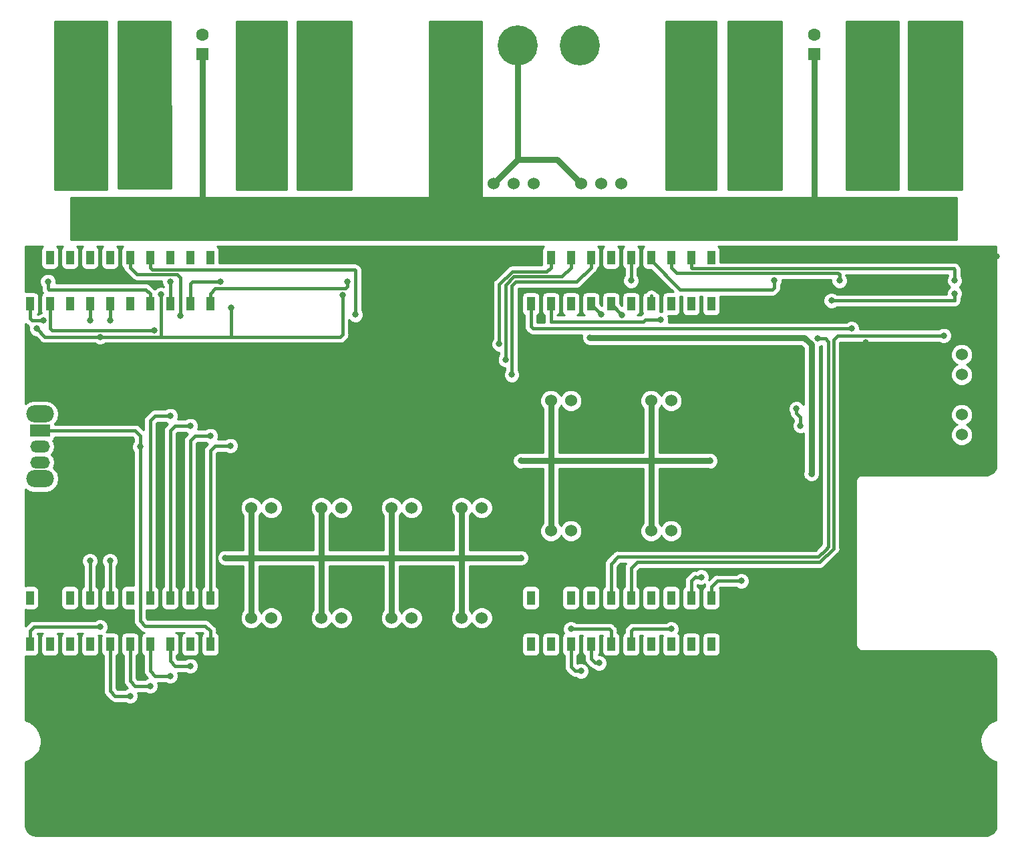
<source format=gbr>
G04 #@! TF.GenerationSoftware,KiCad,Pcbnew,(5.0.2)-1*
G04 #@! TF.CreationDate,2019-03-03T18:11:37-06:00*
G04 #@! TF.ProjectId,ArmMotorController_Hardware,41726d4d-6f74-46f7-9243-6f6e74726f6c,rev?*
G04 #@! TF.SameCoordinates,Original*
G04 #@! TF.FileFunction,Copper,L2,Bot*
G04 #@! TF.FilePolarity,Positive*
%FSLAX46Y46*%
G04 Gerber Fmt 4.6, Leading zero omitted, Abs format (unit mm)*
G04 Created by KiCad (PCBNEW (5.0.2)-1) date 3/3/2019 6:11:37 PM*
%MOMM*%
%LPD*%
G01*
G04 APERTURE LIST*
G04 #@! TA.AperFunction,SMDPad,CuDef*
%ADD10R,0.990600X1.778000*%
G04 #@! TD*
G04 #@! TA.AperFunction,ComponentPad*
%ADD11C,5.080000*%
G04 #@! TD*
G04 #@! TA.AperFunction,ComponentPad*
%ADD12C,1.524000*%
G04 #@! TD*
G04 #@! TA.AperFunction,ComponentPad*
%ADD13R,2.500000X1.500000*%
G04 #@! TD*
G04 #@! TA.AperFunction,ComponentPad*
%ADD14O,2.500000X1.500000*%
G04 #@! TD*
G04 #@! TA.AperFunction,ComponentPad*
%ADD15O,3.500000X2.200000*%
G04 #@! TD*
G04 #@! TA.AperFunction,ComponentPad*
%ADD16R,1.600000X1.600000*%
G04 #@! TD*
G04 #@! TA.AperFunction,ComponentPad*
%ADD17C,1.600000*%
G04 #@! TD*
G04 #@! TA.AperFunction,ViaPad*
%ADD18C,0.800000*%
G04 #@! TD*
G04 #@! TA.AperFunction,Conductor*
%ADD19C,0.381000*%
G04 #@! TD*
G04 #@! TA.AperFunction,Conductor*
%ADD20C,0.762000*%
G04 #@! TD*
G04 #@! TA.AperFunction,Conductor*
%ADD21C,0.254000*%
G04 #@! TD*
G04 APERTURE END LIST*
D10*
G04 #@! TO.P,U3,PP2*
G04 #@! TO.N,Net-(U3-PadPP2)*
X63500000Y-89763600D03*
G04 #@! TO.P,U3,PN3*
G04 #@! TO.N,Net-(U3-PadPN3)*
X60960000Y-89763600D03*
G04 #@! TO.P,U3,PN2*
G04 #@! TO.N,Net-(U3-PadPN2)*
X58420000Y-89763600D03*
G04 #@! TO.P,U3,PD0*
G04 #@! TO.N,I_SENSE_2*
X55880000Y-89763600D03*
G04 #@! TO.P,U3,PD1*
G04 #@! TO.N,I_SENSE_1*
X53340000Y-89763600D03*
G04 #@! TO.P,U3,Rese*
G04 #@! TO.N,Net-(U3-PadRese)*
X50800000Y-89763600D03*
G04 #@! TO.P,U3,PH3*
G04 #@! TO.N,Net-(U3-PadPH3)*
X48260000Y-89763600D03*
G04 #@! TO.P,U3,PH2*
G04 #@! TO.N,Net-(U3-PadPH2)*
X45720000Y-89763600D03*
G04 #@! TO.P,U3,PM3*
G04 #@! TO.N,Net-(U3-PadPM3)*
X43180000Y-89763600D03*
G04 #@! TO.P,U3,GND*
G04 #@! TO.N,GND*
X40640000Y-89763600D03*
G04 #@! TO.P,U3,PL3*
G04 #@! TO.N,IN_B2*
X63500000Y-95656400D03*
G04 #@! TO.P,U3,PL2*
G04 #@! TO.N,IN_A2*
X60960000Y-95656400D03*
G04 #@! TO.P,U3,PL1*
G04 #@! TO.N,IN_B1*
X58420000Y-95656400D03*
G04 #@! TO.P,U3,PL0*
G04 #@! TO.N,IN_A1*
X55880000Y-95656400D03*
G04 #@! TO.P,U3,PL5*
G04 #@! TO.N,Net-(U3-PadPL5)*
X53340000Y-95656400D03*
G04 #@! TO.P,U3,PL4*
G04 #@! TO.N,M2_SW*
X50800000Y-95656400D03*
G04 #@! TO.P,U3,PG0*
G04 #@! TO.N,M1_SW*
X48260000Y-95656400D03*
G04 #@! TO.P,U3,PF3*
G04 #@! TO.N,Net-(U3-PadPF3)*
X45720000Y-95656400D03*
G04 #@! TO.P,U3,PF2*
G04 #@! TO.N,M2_PWM*
X43180000Y-95656400D03*
G04 #@! TO.P,U3,PF1*
G04 #@! TO.N,M1_PWM*
X40640000Y-95656400D03*
G04 #@! TO.P,U3,PB3*
G04 #@! TO.N,DIRECTION_SW*
X63500000Y-138836400D03*
G04 #@! TO.P,U3,PB2*
G04 #@! TO.N,Net-(U3-PadPB2)*
X60960000Y-138836400D03*
G04 #@! TO.P,U3,PC7*
G04 #@! TO.N,LS_5*
X58420000Y-138836400D03*
G04 #@! TO.P,U3,PD3*
G04 #@! TO.N,LS_6*
X55880000Y-138836400D03*
G04 #@! TO.P,U3,PE5*
G04 #@! TO.N,LS_7*
X53340000Y-138836400D03*
G04 #@! TO.P,U3,PC6*
G04 #@! TO.N,LS_8*
X50800000Y-138836400D03*
G04 #@! TO.P,U3,PC5*
G04 #@! TO.N,Net-(U3-PadPC5)*
X48260000Y-138836400D03*
G04 #@! TO.P,U3,PC4*
G04 #@! TO.N,Net-(U3-PadPC4)*
X45720000Y-138836400D03*
G04 #@! TO.P,U3,PE4*
G04 #@! TO.N,Net-(U3-PadPE4)*
X43180000Y-138836400D03*
G04 #@! TO.P,U3,+3V3*
G04 #@! TO.N,+3V3*
X40640000Y-138836400D03*
G04 #@! TO.P,U3,PM5*
G04 #@! TO.N,LS_1*
X63500000Y-132943600D03*
G04 #@! TO.P,U3,PM4*
G04 #@! TO.N,LS_2*
X60960000Y-132943600D03*
G04 #@! TO.P,U3,PA6*
G04 #@! TO.N,LS_3*
X58420000Y-132943600D03*
G04 #@! TO.P,U3,PD7*
G04 #@! TO.N,LS_4*
X55880000Y-132943600D03*
G04 #@! TO.P,U3,PE3*
G04 #@! TO.N,Net-(U3-PadPE3)*
X53340000Y-132943600D03*
G04 #@! TO.P,U3,PE2*
G04 #@! TO.N,M4_SW*
X50800000Y-132943600D03*
G04 #@! TO.P,U3,PE1*
G04 #@! TO.N,M3_SW*
X48260000Y-132943600D03*
G04 #@! TO.P,U3,PE0*
G04 #@! TO.N,Net-(U3-PadPE0)*
X45720000Y-132943600D03*
G04 #@! TO.P,U3,GND*
G04 #@! TO.N,GND*
X43180000Y-132943600D03*
G04 #@! TO.P,U3,+5V*
G04 #@! TO.N,Net-(U3-Pad+5V)*
X40640000Y-132943600D03*
G04 #@! TO.P,U3,PP5*
G04 #@! TO.N,LED_IND_SW_2*
X109220000Y-89763600D03*
G04 #@! TO.P,U3,PM7*
G04 #@! TO.N,LED_IND_SW_1*
X106680000Y-89763600D03*
G04 #@! TO.P,U3,GND*
G04 #@! TO.N,GND*
X104140000Y-89763600D03*
G04 #@! TO.P,U3,PK7*
G04 #@! TO.N,Net-(U3-PadPK7)*
X127000000Y-95656400D03*
G04 #@! TO.P,U3,PK6*
G04 #@! TO.N,Net-(U3-PadPK6)*
X124460000Y-95656400D03*
G04 #@! TO.P,U3,PH1*
G04 #@! TO.N,Net-(U3-PadPH1)*
X121920000Y-95656400D03*
G04 #@! TO.P,U3,PH0*
G04 #@! TO.N,Net-(U3-PadPH0)*
X119380000Y-95656400D03*
G04 #@! TO.P,U3,PM2*
G04 #@! TO.N,Net-(U3-PadPM2)*
X116840000Y-95656400D03*
G04 #@! TO.P,U3,PM1*
G04 #@! TO.N,ENC_2_PWM*
X114300000Y-95656400D03*
G04 #@! TO.P,U3,PM0*
G04 #@! TO.N,ENC_1_PWM*
X111760000Y-95656400D03*
G04 #@! TO.P,U3,PK5*
G04 #@! TO.N,Net-(U3-PadPK5)*
X109220000Y-95656400D03*
G04 #@! TO.P,U3,PK4*
G04 #@! TO.N,M3_PWM*
X106680000Y-95656400D03*
G04 #@! TO.P,U3,PG1*
G04 #@! TO.N,M4_PWM*
X104140000Y-95656400D03*
G04 #@! TO.P,U3,PN4*
G04 #@! TO.N,Net-(U3-PadPN4)*
X127000000Y-138836400D03*
G04 #@! TO.P,U3,PP4*
G04 #@! TO.N,Net-(U3-PadPP4)*
X121920000Y-138836400D03*
G04 #@! TO.P,U3,PD5*
G04 #@! TO.N,ENC_4_PWM*
X116840000Y-138836400D03*
G04 #@! TO.P,U3,PD4*
G04 #@! TO.N,ENC_3_PWM*
X114300000Y-138836400D03*
G04 #@! TO.P,U3,PP1*
G04 #@! TO.N,TX_1_Tiva*
X111760000Y-138836400D03*
G04 #@! TO.P,U3,PP0*
G04 #@! TO.N,RX_1_Tiva*
X109220000Y-138836400D03*
G04 #@! TO.P,U3,PD2*
G04 #@! TO.N,Net-(U3-PadPD2)*
X106680000Y-138836400D03*
G04 #@! TO.P,U3,PA5*
G04 #@! TO.N,TX_2_Tiva*
X127000000Y-132943600D03*
G04 #@! TO.P,U3,PK3*
G04 #@! TO.N,Net-(U3-PadPK3)*
X121920000Y-132943600D03*
G04 #@! TO.P,U3,PB5*
G04 #@! TO.N,Net-(U3-PadPB5)*
X111760000Y-132943600D03*
G04 #@! TO.P,U3,PB4*
G04 #@! TO.N,Net-(U3-PadPB4)*
X109220000Y-132943600D03*
G04 #@! TO.P,U3,GND*
G04 #@! TO.N,GND*
X106680000Y-132943600D03*
G04 #@! TO.P,U3,+5V'*
G04 #@! TO.N,Net-(U3-Pad+5V')*
X104140000Y-132943600D03*
G04 #@! TO.P,U3,PK1*
G04 #@! TO.N,I_SENSE_4*
X116840000Y-132943600D03*
G04 #@! TO.P,U3,PK2*
G04 #@! TO.N,Net-(U3-PadPK2)*
X119380000Y-132943600D03*
G04 #@! TO.P,U3,PN5*
G04 #@! TO.N,Net-(U3-PadPN5)*
X124460000Y-138836400D03*
G04 #@! TO.P,U3,PA7*
G04 #@! TO.N,LED_IND_SW_ERR*
X111760000Y-89763600D03*
G04 #@! TO.P,U3,Rese'*
G04 #@! TO.N,Net-(U3-PadRese')*
X114300000Y-89763600D03*
G04 #@! TO.P,U3,PA4*
G04 #@! TO.N,RX_2_Tiva*
X124460000Y-132943600D03*
G04 #@! TO.P,U3,PQ0*
G04 #@! TO.N,Net-(U3-PadPQ0)*
X119380000Y-138836400D03*
G04 #@! TO.P,U3,PP3*
G04 #@! TO.N,IN_A4*
X121920000Y-89763600D03*
G04 #@! TO.P,U3,PQ3*
G04 #@! TO.N,IN_B3*
X119380000Y-89763600D03*
G04 #@! TO.P,U3,PK0*
G04 #@! TO.N,I_SENSE_3*
X114300000Y-132943600D03*
G04 #@! TO.P,U3,PQ2*
G04 #@! TO.N,IN_A3*
X116840000Y-89763600D03*
G04 #@! TO.P,U3,PQ1*
G04 #@! TO.N,IN_B4*
X124460000Y-89763600D03*
G04 #@! TO.P,U3,PM6*
G04 #@! TO.N,Net-(U3-PadPM6)*
X127000000Y-89763600D03*
G04 #@! TO.P,U3,+3V3'*
G04 #@! TO.N,N/C*
X104140000Y-138836400D03*
G04 #@! TD*
D11*
G04 #@! TO.P,Conn1,3*
G04 #@! TO.N,+12V*
X94615000Y-62865000D03*
G04 #@! TO.P,Conn1,2*
G04 #@! TO.N,12vLog*
X102489000Y-62865000D03*
G04 #@! TO.P,Conn1,1*
G04 #@! TO.N,GND*
X110363000Y-62865000D03*
G04 #@! TD*
G04 #@! TO.P,Conn16,1*
G04 #@! TO.N,/Out_B_M1*
X54864000Y-62865000D03*
G04 #@! TO.P,Conn16,2*
G04 #@! TO.N,/Out_A_M1*
X46990000Y-62865000D03*
G04 #@! TD*
G04 #@! TO.P,Conn17,1*
G04 #@! TO.N,/Out_B_M2*
X77724000Y-62865000D03*
G04 #@! TO.P,Conn17,2*
G04 #@! TO.N,/Out_A_M2*
X69850000Y-62865000D03*
G04 #@! TD*
G04 #@! TO.P,Conn18,1*
G04 #@! TO.N,/Out_B_M3*
X132334000Y-62865000D03*
G04 #@! TO.P,Conn18,2*
G04 #@! TO.N,/Out_A_M3*
X124460000Y-62865000D03*
G04 #@! TD*
G04 #@! TO.P,Conn19,2*
G04 #@! TO.N,/Out_A_M4*
X147320000Y-62865000D03*
G04 #@! TO.P,Conn19,1*
G04 #@! TO.N,/Out_B_M4*
X155194000Y-62865000D03*
G04 #@! TD*
D12*
G04 #@! TO.P,U2,1*
G04 #@! TO.N,12vLog*
X110490000Y-80391000D03*
G04 #@! TO.P,U2,2*
G04 #@! TO.N,GND*
X113030000Y-80391000D03*
G04 #@! TO.P,U2,3*
G04 #@! TO.N,+5V*
X115570000Y-80391000D03*
G04 #@! TD*
G04 #@! TO.P,Conn3,2*
G04 #@! TO.N,LS_1*
X71247000Y-121539000D03*
G04 #@! TO.P,Conn3,1*
G04 #@! TO.N,+3V3*
X68707000Y-121539000D03*
G04 #@! TD*
G04 #@! TO.P,Conn4,2*
G04 #@! TO.N,LS_2*
X80137000Y-121539000D03*
G04 #@! TO.P,Conn4,1*
G04 #@! TO.N,+3V3*
X77597000Y-121539000D03*
G04 #@! TD*
G04 #@! TO.P,Conn5,2*
G04 #@! TO.N,LS_3*
X89027000Y-121539000D03*
G04 #@! TO.P,Conn5,1*
G04 #@! TO.N,+3V3*
X86487000Y-121539000D03*
G04 #@! TD*
G04 #@! TO.P,Conn6,2*
G04 #@! TO.N,LS_4*
X97917000Y-121539000D03*
G04 #@! TO.P,Conn6,1*
G04 #@! TO.N,+3V3*
X95377000Y-121539000D03*
G04 #@! TD*
G04 #@! TO.P,Conn7,2*
G04 #@! TO.N,LS_5*
X71247000Y-135509000D03*
G04 #@! TO.P,Conn7,1*
G04 #@! TO.N,+3V3*
X68707000Y-135509000D03*
G04 #@! TD*
G04 #@! TO.P,Conn8,2*
G04 #@! TO.N,LS_6*
X80137000Y-135509000D03*
G04 #@! TO.P,Conn8,1*
G04 #@! TO.N,+3V3*
X77597000Y-135509000D03*
G04 #@! TD*
G04 #@! TO.P,Conn9,2*
G04 #@! TO.N,LS_7*
X89027000Y-135509000D03*
G04 #@! TO.P,Conn9,1*
G04 #@! TO.N,+3V3*
X86487000Y-135509000D03*
G04 #@! TD*
G04 #@! TO.P,Conn10,2*
G04 #@! TO.N,LS_8*
X97917000Y-135509000D03*
G04 #@! TO.P,Conn10,1*
G04 #@! TO.N,+3V3*
X95377000Y-135509000D03*
G04 #@! TD*
G04 #@! TO.P,Conn11,5*
G04 #@! TO.N,RX_1_SL*
X158750000Y-112268000D03*
G04 #@! TO.P,Conn11,4*
G04 #@! TO.N,TX_1_SL*
X158750000Y-109728000D03*
G04 #@! TO.P,Conn11,3*
G04 #@! TO.N,GND*
X158750000Y-107188000D03*
G04 #@! TO.P,Conn11,2*
G04 #@! TO.N,TX_2_SL*
X158750000Y-104648000D03*
G04 #@! TO.P,Conn11,1*
G04 #@! TO.N,RX_2_SL*
X158750000Y-102108000D03*
G04 #@! TD*
G04 #@! TO.P,Conn12,3*
G04 #@! TO.N,GND*
X111760000Y-107950000D03*
G04 #@! TO.P,Conn12,2*
G04 #@! TO.N,ENC_1_PWM*
X109220000Y-107950000D03*
G04 #@! TO.P,Conn12,1*
G04 #@! TO.N,+3V3*
X106680000Y-107950000D03*
G04 #@! TD*
G04 #@! TO.P,Conn13,3*
G04 #@! TO.N,GND*
X124460000Y-107950000D03*
G04 #@! TO.P,Conn13,2*
G04 #@! TO.N,ENC_2_PWM*
X121920000Y-107950000D03*
G04 #@! TO.P,Conn13,1*
G04 #@! TO.N,+3V3*
X119380000Y-107950000D03*
G04 #@! TD*
G04 #@! TO.P,Conn14,3*
G04 #@! TO.N,GND*
X111760000Y-124460000D03*
G04 #@! TO.P,Conn14,2*
G04 #@! TO.N,ENC_3_PWM*
X109220000Y-124460000D03*
G04 #@! TO.P,Conn14,1*
G04 #@! TO.N,+3V3*
X106680000Y-124460000D03*
G04 #@! TD*
G04 #@! TO.P,Conn15,3*
G04 #@! TO.N,GND*
X124460000Y-124460000D03*
G04 #@! TO.P,Conn15,2*
G04 #@! TO.N,ENC_4_PWM*
X121920000Y-124460000D03*
G04 #@! TO.P,Conn15,1*
G04 #@! TO.N,+3V3*
X119380000Y-124460000D03*
G04 #@! TD*
G04 #@! TO.P,U1,3*
G04 #@! TO.N,+3V3*
X104521000Y-80391000D03*
G04 #@! TO.P,U1,2*
G04 #@! TO.N,GND*
X101981000Y-80391000D03*
G04 #@! TO.P,U1,1*
G04 #@! TO.N,12vLog*
X99441000Y-80391000D03*
G04 #@! TD*
D13*
G04 #@! TO.P,SW1,1*
G04 #@! TO.N,DIRECTION_SW*
X41910000Y-111760000D03*
D14*
G04 #@! TO.P,SW1,2*
G04 #@! TO.N,+3V3*
X41910000Y-113760000D03*
G04 #@! TO.P,SW1,3*
G04 #@! TO.N,Net-(SW1-Pad3)*
X41910000Y-115760000D03*
D15*
G04 #@! TO.P,SW1,*
G04 #@! TO.N,*
X41910000Y-109660000D03*
X41910000Y-117860000D03*
G04 #@! TD*
D16*
G04 #@! TO.P,C18,1*
G04 #@! TO.N,+12V*
X62484000Y-64008000D03*
D17*
G04 #@! TO.P,C18,2*
G04 #@! TO.N,GND*
X62484000Y-61508000D03*
G04 #@! TD*
G04 #@! TO.P,C19,2*
G04 #@! TO.N,GND*
X140081000Y-61508000D03*
D16*
G04 #@! TO.P,C19,1*
G04 #@! TO.N,+12V*
X140081000Y-64008000D03*
G04 #@! TD*
D18*
G04 #@! TO.N,IN_A4*
X143256000Y-92710000D03*
G04 #@! TO.N,GND*
X158750000Y-107188000D03*
X74422000Y-132969000D03*
X83312000Y-132969000D03*
X92202000Y-132969000D03*
X114935000Y-116967000D03*
X47244000Y-150368000D03*
X48768000Y-150368000D03*
X50292000Y-150368000D03*
X125730000Y-113157000D03*
X125730000Y-111760000D03*
X135890000Y-105156000D03*
X40513000Y-92075000D03*
X41529000Y-92075000D03*
X46228000Y-101092000D03*
X40767000Y-100584000D03*
X140589000Y-94615000D03*
X140589000Y-97790000D03*
X139446000Y-89535000D03*
X140970000Y-89535000D03*
X114935000Y-113411000D03*
X116586000Y-113411000D03*
X116586000Y-116967000D03*
X122047000Y-117348000D03*
X124206000Y-117348000D03*
X121539000Y-113411000D03*
X123063000Y-113411000D03*
X128651000Y-111252000D03*
X128651000Y-109855000D03*
X83820000Y-92329000D03*
X86614000Y-92329000D03*
X161036000Y-89662000D03*
X163195000Y-89662000D03*
X159512000Y-98933000D03*
X160782000Y-98933000D03*
X41910000Y-141732000D03*
X44323000Y-141732000D03*
X41910000Y-130302000D03*
X44450000Y-130302000D03*
X92202000Y-118999000D03*
X83312000Y-118999000D03*
X74549000Y-118999000D03*
X92202000Y-125857000D03*
X83312000Y-125857000D03*
X74422000Y-125857000D03*
X146558000Y-100584000D03*
X146558000Y-101854000D03*
X146304000Y-106299000D03*
X146304000Y-105029000D03*
X146304000Y-108204000D03*
X146304000Y-109474000D03*
X146304000Y-112649000D03*
X146304000Y-113792000D03*
X67564000Y-103886000D03*
X67564000Y-105664000D03*
X67564000Y-107696000D03*
X74676000Y-103886000D03*
X74676000Y-105664000D03*
X91821000Y-107696000D03*
X83439000Y-107696000D03*
X74676000Y-107696000D03*
X130937000Y-107442000D03*
X130937000Y-106172000D03*
X108712000Y-113411000D03*
X108712000Y-111887000D03*
X104902000Y-113411000D03*
X104902000Y-111887000D03*
X108712000Y-122301000D03*
X108712000Y-121031000D03*
X104902000Y-122301000D03*
X104902000Y-121031000D03*
X121412000Y-122301000D03*
X121412000Y-121031000D03*
X101346000Y-122301000D03*
X101346000Y-121031000D03*
X91059000Y-92329000D03*
X93599000Y-92329000D03*
X95885000Y-92329000D03*
X101219000Y-113411000D03*
X101219000Y-111760000D03*
X138049000Y-89535000D03*
X142240000Y-89535000D03*
X162179000Y-89662000D03*
G04 #@! TO.N,LS_7*
X55880000Y-144145000D03*
G04 #@! TO.N,IN_B1*
X58420000Y-92837000D03*
G04 #@! TO.N,IN_A1*
X42926000Y-92837000D03*
G04 #@! TO.N,IN_A2*
X64770000Y-92837000D03*
G04 #@! TO.N,IN_B2*
X80899000Y-92837000D03*
G04 #@! TO.N,LS_2*
X63500000Y-112395000D03*
G04 #@! TO.N,IN_B3*
X135001000Y-92710000D03*
G04 #@! TO.N,IN_A3*
X116840000Y-92710000D03*
G04 #@! TO.N,LS_1*
X66040000Y-113665000D03*
G04 #@! TO.N,LS_3*
X60960000Y-111125000D03*
G04 #@! TO.N,LS_5*
X60960000Y-141605000D03*
G04 #@! TO.N,LS_4*
X58420000Y-109855000D03*
G04 #@! TO.N,LS_6*
X58420000Y-142875000D03*
G04 #@! TO.N,LS_8*
X53340000Y-145415000D03*
G04 #@! TO.N,RX_1_Tiva*
X110490000Y-142240000D03*
G04 #@! TO.N,TX_1_Tiva*
X112776000Y-141224000D03*
G04 #@! TO.N,Net-(C10-Pad1)*
X138303000Y-111125000D03*
X137795000Y-108966000D03*
G04 #@! TO.N,IN_B4*
X157861000Y-92710000D03*
G04 #@! TO.N,RX_2_Tiva*
X125730000Y-130330500D03*
G04 #@! TO.N,TX_2_Tiva*
X130810000Y-130810000D03*
G04 #@! TO.N,+3V3*
X49530000Y-136652000D03*
X41529000Y-98806000D03*
X49530000Y-99850500D03*
X157861000Y-94361000D03*
X142240000Y-95250000D03*
X80264000Y-94516500D03*
X57277000Y-94488000D03*
X66167000Y-96139000D03*
X102870000Y-127889000D03*
X65405000Y-127889000D03*
X126873000Y-115570000D03*
X102870000Y-115570000D03*
G04 #@! TO.N,+5V*
X139700000Y-117221000D03*
X111633000Y-99949000D03*
G04 #@! TO.N,DIRECTION_SW*
X54610000Y-113792000D03*
G04 #@! TO.N,ENC_1_PWM*
X113093500Y-97028000D03*
G04 #@! TO.N,ENC_2_PWM*
X115697000Y-97126500D03*
G04 #@! TO.N,ENC_3_PWM*
X109220000Y-136906000D03*
G04 #@! TO.N,ENC_4_PWM*
X121920000Y-136906000D03*
G04 #@! TO.N,I_SENSE_1*
X59690000Y-97155000D03*
G04 #@! TO.N,I_SENSE_2*
X81915000Y-97028000D03*
G04 #@! TO.N,I_SENSE_3*
X140462000Y-100076000D03*
G04 #@! TO.N,I_SENSE_4*
X156464000Y-99695000D03*
G04 #@! TO.N,LED_IND_SW_1*
X100146000Y-100768000D03*
G04 #@! TO.N,LED_IND_SW_2*
X100936500Y-102743000D03*
G04 #@! TO.N,M1_PWM*
X42389500Y-97790000D03*
G04 #@! TO.N,M2_PWM*
X56388000Y-99060000D03*
G04 #@! TO.N,M3_PWM*
X120586500Y-97663000D03*
G04 #@! TO.N,M4_PWM*
X144780000Y-98806000D03*
G04 #@! TO.N,M1_SW*
X48260000Y-97790000D03*
G04 #@! TO.N,M2_SW*
X50800000Y-97790000D03*
G04 #@! TO.N,M3_SW*
X48260000Y-128270000D03*
G04 #@! TO.N,M4_SW*
X50800000Y-128270000D03*
G04 #@! TO.N,+12V*
X149049999Y-84696300D03*
X150065999Y-86728300D03*
X155145999Y-86728300D03*
X149049999Y-86728300D03*
X154129999Y-86728300D03*
X156161999Y-86728300D03*
X148033999Y-86728300D03*
X151081999Y-86728300D03*
X147017999Y-86728300D03*
X153113999Y-86728300D03*
X152097999Y-86728300D03*
X148033999Y-85712300D03*
X150065999Y-84696300D03*
X149049999Y-85712300D03*
X155145999Y-85712300D03*
X155145999Y-84696300D03*
X151081999Y-85712300D03*
X154129999Y-84696300D03*
X156161999Y-84696300D03*
X148033999Y-84696300D03*
X154129999Y-85712300D03*
X153113999Y-85712300D03*
X150065999Y-85712300D03*
X147017999Y-85712300D03*
X151081999Y-84696300D03*
X147017999Y-84696300D03*
X153113999Y-84696300D03*
X152097999Y-84696300D03*
X156161999Y-85712300D03*
X152097999Y-85712300D03*
X148033999Y-83680300D03*
X150065999Y-82664300D03*
X149049999Y-83680300D03*
X155145999Y-83680300D03*
X155145999Y-82664300D03*
X151081999Y-83680300D03*
X149049999Y-82664300D03*
X154129999Y-82664300D03*
X156161999Y-82664300D03*
X148033999Y-82664300D03*
X154129999Y-83680300D03*
X153113999Y-83680300D03*
X150065999Y-83680300D03*
X147017999Y-83680300D03*
X151081999Y-82664300D03*
X147017999Y-82664300D03*
X153113999Y-82664300D03*
X152097999Y-82664300D03*
X156161999Y-83680300D03*
X152097999Y-83680300D03*
X127205999Y-86728300D03*
X132285999Y-86728300D03*
X126189999Y-86728300D03*
X131269999Y-86728300D03*
X133301999Y-86728300D03*
X125173999Y-86728300D03*
X128221999Y-86728300D03*
X124157999Y-86728300D03*
X130253999Y-86728300D03*
X129237999Y-86728300D03*
X125173999Y-85712300D03*
X127205999Y-84696300D03*
X126189999Y-85712300D03*
X132285999Y-85712300D03*
X132285999Y-84696300D03*
X128221999Y-85712300D03*
X126189999Y-84696300D03*
X131269999Y-84696300D03*
X133301999Y-84696300D03*
X125173999Y-84696300D03*
X131269999Y-85712300D03*
X130253999Y-85712300D03*
X127205999Y-85712300D03*
X124157999Y-85712300D03*
X124157999Y-84696300D03*
X130253999Y-84696300D03*
X129237999Y-84696300D03*
X133301999Y-85712300D03*
X129237999Y-85712300D03*
X125173999Y-83680300D03*
X127205999Y-82664300D03*
X126189999Y-83680300D03*
X132285999Y-83680300D03*
X132285999Y-82664300D03*
X128221999Y-83680300D03*
X126189999Y-82664300D03*
X131269999Y-82664300D03*
X133301999Y-82664300D03*
X125173999Y-82664300D03*
X131269999Y-83680300D03*
X130253999Y-83680300D03*
X127205999Y-83680300D03*
X124157999Y-83680300D03*
X128221999Y-82664300D03*
X124157999Y-82664300D03*
X130253999Y-82664300D03*
X129237999Y-82664300D03*
X133301999Y-83680300D03*
X129237999Y-83680300D03*
X72595999Y-86728300D03*
X77675999Y-86728300D03*
X71579999Y-86728300D03*
X76659999Y-86728300D03*
X78691999Y-86728300D03*
X70563999Y-86728300D03*
X73611999Y-86728300D03*
X69547999Y-86728300D03*
X75643999Y-86728300D03*
X74627999Y-86728300D03*
X70563999Y-85712300D03*
X72595999Y-84696300D03*
X71579999Y-85712300D03*
X77675999Y-85712300D03*
X77675999Y-84696300D03*
X73611999Y-85712300D03*
X71579999Y-84696300D03*
X76659999Y-84696300D03*
X78691999Y-84696300D03*
X70563999Y-84696300D03*
X76659999Y-85712300D03*
X75643999Y-85712300D03*
X72595999Y-85712300D03*
X69547999Y-85712300D03*
X73611999Y-84696300D03*
X69547999Y-84696300D03*
X75643999Y-84696300D03*
X74627999Y-84696300D03*
X78691999Y-85712300D03*
X74627999Y-85712300D03*
X70563999Y-83680300D03*
X72595999Y-82664300D03*
X71579999Y-83680300D03*
X77675999Y-83680300D03*
X77675999Y-82664300D03*
X73611999Y-83680300D03*
X71579999Y-82664300D03*
X76659999Y-82664300D03*
X78691999Y-82664300D03*
X70563999Y-82664300D03*
X76659999Y-83680300D03*
X75643999Y-83680300D03*
X72595999Y-83680300D03*
X69547999Y-83680300D03*
X73611999Y-82664300D03*
X69547999Y-82664300D03*
X75643999Y-82664300D03*
X74627999Y-82664300D03*
X78691999Y-83680300D03*
X74627999Y-83680300D03*
X55831999Y-86728300D03*
X54815999Y-86728300D03*
X53799999Y-86728300D03*
X52783999Y-86728300D03*
X51767999Y-86728300D03*
X50751999Y-86728300D03*
X49735999Y-86728300D03*
X48719999Y-86728300D03*
X47703999Y-86728300D03*
X46687999Y-86728300D03*
X47703999Y-85712300D03*
X49735999Y-84696300D03*
X48719999Y-85712300D03*
X54815999Y-85712300D03*
X54815999Y-84696300D03*
X50751999Y-85712300D03*
X48719999Y-84696300D03*
X53799999Y-84696300D03*
X55831999Y-84696300D03*
X47703999Y-84696300D03*
X53799999Y-85712300D03*
X52783999Y-85712300D03*
X49735999Y-85712300D03*
X46687999Y-85712300D03*
X50751999Y-84696300D03*
X46687999Y-84696300D03*
X52783999Y-84696300D03*
X51767999Y-84696300D03*
X55831999Y-85712300D03*
X51767999Y-85712300D03*
X46687999Y-83680300D03*
X47703999Y-83680300D03*
X48719999Y-83680300D03*
X49735999Y-83680300D03*
X50751999Y-83680300D03*
X51767999Y-83680300D03*
X52783999Y-83680300D03*
X53799999Y-83680300D03*
X54815999Y-83680300D03*
X55831999Y-83680300D03*
X55831999Y-82664300D03*
X54815999Y-82664300D03*
X53799999Y-82664300D03*
X52783999Y-82664300D03*
X49735999Y-82664300D03*
X48719999Y-82664300D03*
X47703999Y-82664300D03*
X46687999Y-82664300D03*
X128221999Y-84696300D03*
X51767999Y-82664300D03*
X50751999Y-82664300D03*
X62357000Y-86106000D03*
X139954000Y-86233000D03*
X87630000Y-86741000D03*
G04 #@! TO.N,LED_IND_SW_ERR*
X101727000Y-104648000D03*
G04 #@! TO.N,/Out_B_M1*
X52783999Y-80632300D03*
X54815999Y-76568300D03*
X52783999Y-76568300D03*
X55831999Y-76568300D03*
X56847999Y-76568300D03*
X53799999Y-76568300D03*
X57863999Y-76568300D03*
X53799999Y-77584300D03*
X53799999Y-78600300D03*
X55831999Y-79616300D03*
X54815999Y-77584300D03*
X57863999Y-77584300D03*
X52783999Y-78600300D03*
X54815999Y-79616300D03*
X52783999Y-79616300D03*
X57863999Y-79616300D03*
X57863999Y-80632300D03*
X56847999Y-79616300D03*
X56847999Y-77584300D03*
X56847999Y-80632300D03*
X55831999Y-80632300D03*
X54815999Y-80632300D03*
X57863999Y-78600300D03*
X56847999Y-78600300D03*
X55831999Y-78600300D03*
X53799999Y-80632300D03*
X52783999Y-77584300D03*
X55831999Y-77584300D03*
X54815999Y-78600300D03*
X53799999Y-79616300D03*
G04 #@! TO.N,/Out_B_M2*
X75643999Y-80632300D03*
X77675999Y-76568300D03*
X75643999Y-76568300D03*
X78691999Y-76568300D03*
X79707999Y-76568300D03*
X76659999Y-76568300D03*
X80723999Y-76568300D03*
X76659999Y-77584300D03*
X76659999Y-78600300D03*
X78691999Y-79616300D03*
X77675999Y-77584300D03*
X80723999Y-77584300D03*
X75643999Y-78600300D03*
X77675999Y-79616300D03*
X75643999Y-79616300D03*
X80723999Y-79616300D03*
X80723999Y-80632300D03*
X79707999Y-79616300D03*
X79707999Y-77584300D03*
X79707999Y-80632300D03*
X78691999Y-80632300D03*
X77675999Y-80632300D03*
X80723999Y-78600300D03*
X79707999Y-78600300D03*
X78691999Y-78600300D03*
X76659999Y-80632300D03*
X75643999Y-77584300D03*
X78691999Y-77584300D03*
X77675999Y-78600300D03*
X76659999Y-79616300D03*
G04 #@! TO.N,/Out_B_M3*
X130507999Y-80632300D03*
X132539999Y-76568300D03*
X130507999Y-76568300D03*
X133555999Y-76568300D03*
X134571999Y-76568300D03*
X131523999Y-76568300D03*
X135587999Y-76568300D03*
X131523999Y-77584300D03*
X131523999Y-78600300D03*
X133555999Y-79616300D03*
X132539999Y-77584300D03*
X135587999Y-77584300D03*
X130507999Y-78600300D03*
X132539999Y-79616300D03*
X130507999Y-79616300D03*
X135587999Y-79616300D03*
X135587999Y-80632300D03*
X134571999Y-79616300D03*
X134571999Y-77584300D03*
X134571999Y-80632300D03*
X133555999Y-80632300D03*
X132539999Y-80632300D03*
X135587999Y-78600300D03*
X134571999Y-78600300D03*
X133555999Y-78600300D03*
X131523999Y-80632300D03*
X130507999Y-77584300D03*
X133555999Y-77584300D03*
X132539999Y-78600300D03*
X131523999Y-79616300D03*
G04 #@! TO.N,/Out_B_M4*
X153113999Y-80632300D03*
X155145999Y-76568300D03*
X153113999Y-76568300D03*
X156161999Y-76568300D03*
X157177999Y-76568300D03*
X154129999Y-76568300D03*
X158193999Y-76568300D03*
X154129999Y-77584300D03*
X154129999Y-78600300D03*
X156161999Y-79616300D03*
X155145999Y-77584300D03*
X158193999Y-77584300D03*
X153113999Y-78600300D03*
X155145999Y-79616300D03*
X153113999Y-79616300D03*
X158193999Y-79616300D03*
X158193999Y-80632300D03*
X157177999Y-79616300D03*
X157177999Y-77584300D03*
X157177999Y-80632300D03*
X156161999Y-80632300D03*
X155145999Y-80632300D03*
X158193999Y-78600300D03*
X157177999Y-78600300D03*
X156161999Y-78600300D03*
X154129999Y-80632300D03*
X153113999Y-77584300D03*
X156161999Y-77584300D03*
X155145999Y-78600300D03*
X154129999Y-79616300D03*
G04 #@! TO.N,/Out_A_M1*
X44655999Y-80632300D03*
X45671999Y-80632300D03*
X46687999Y-80632300D03*
X47703999Y-80632300D03*
X48719999Y-80632300D03*
X49735999Y-80632300D03*
X49735999Y-79616300D03*
X48719999Y-79616300D03*
X47703999Y-79616300D03*
X46687999Y-79616300D03*
X45671999Y-79616300D03*
X44655999Y-79616300D03*
X44655999Y-78600300D03*
X45671999Y-78600300D03*
X46687999Y-78600300D03*
X47703999Y-78600300D03*
X48719999Y-78600300D03*
X49735999Y-78600300D03*
X49735999Y-77584300D03*
X48719999Y-77584300D03*
X47703999Y-77584300D03*
X46687999Y-77584300D03*
X45671999Y-77584300D03*
X44655999Y-77584300D03*
X49735999Y-76568300D03*
X48719999Y-76568300D03*
X47703999Y-76568300D03*
X46687999Y-76568300D03*
X45671999Y-76568300D03*
X44655999Y-76568300D03*
G04 #@! TO.N,/Out_A_M2*
X67515999Y-80632300D03*
X69547999Y-76568300D03*
X67515999Y-76568300D03*
X70563999Y-76568300D03*
X71579999Y-76568300D03*
X68531999Y-76568300D03*
X72595999Y-76568300D03*
X68531999Y-77584300D03*
X68531999Y-78600300D03*
X70563999Y-79616300D03*
X69547999Y-77584300D03*
X72595999Y-77584300D03*
X67515999Y-78600300D03*
X69547999Y-79616300D03*
X67515999Y-79616300D03*
X72595999Y-79616300D03*
X72595999Y-80632300D03*
X71579999Y-79616300D03*
X71579999Y-77584300D03*
X71579999Y-80632300D03*
X70563999Y-80632300D03*
X69547999Y-80632300D03*
X72595999Y-78600300D03*
X71579999Y-78600300D03*
X70563999Y-78600300D03*
X68531999Y-80632300D03*
X67515999Y-77584300D03*
X70563999Y-77584300D03*
X69547999Y-78600300D03*
X68531999Y-79616300D03*
G04 #@! TO.N,/Out_A_M3*
X121871999Y-80632300D03*
X123903999Y-76568300D03*
X121871999Y-76568300D03*
X124919999Y-76568300D03*
X125935999Y-76568300D03*
X122887999Y-76568300D03*
X126951999Y-76568300D03*
X122887999Y-77584300D03*
X122887999Y-78600300D03*
X124919999Y-79616300D03*
X123903999Y-77584300D03*
X126951999Y-77584300D03*
X121871999Y-78600300D03*
X123903999Y-79616300D03*
X121871999Y-79616300D03*
X126951999Y-79616300D03*
X126951999Y-80632300D03*
X125935999Y-79616300D03*
X125935999Y-77584300D03*
X125935999Y-80632300D03*
X124919999Y-80632300D03*
X123903999Y-80632300D03*
X126951999Y-78600300D03*
X125935999Y-78600300D03*
X124919999Y-78600300D03*
X122887999Y-80632300D03*
X121871999Y-77584300D03*
X124919999Y-77584300D03*
X123903999Y-78600300D03*
X122887999Y-79616300D03*
G04 #@! TO.N,/Out_A_M4*
X144985999Y-80632300D03*
X147017999Y-76568300D03*
X144985999Y-76568300D03*
X148033999Y-76568300D03*
X149049999Y-76568300D03*
X146001999Y-76568300D03*
X150065999Y-76568300D03*
X146001999Y-77584300D03*
X146001999Y-78600300D03*
X148033999Y-79616300D03*
X147017999Y-77584300D03*
X150065999Y-77584300D03*
X144985999Y-78600300D03*
X147017999Y-79616300D03*
X144985999Y-79616300D03*
X150065999Y-79616300D03*
X150065999Y-80632300D03*
X149049999Y-79616300D03*
X149049999Y-77584300D03*
X149049999Y-80632300D03*
X148033999Y-80632300D03*
X147017999Y-80632300D03*
X150065999Y-78600300D03*
X149049999Y-78600300D03*
X148033999Y-78600300D03*
X146001999Y-80632300D03*
X144985999Y-77584300D03*
X148033999Y-77584300D03*
X147017999Y-78600300D03*
X146001999Y-79616300D03*
G04 #@! TD*
D19*
G04 #@! TO.N,IN_A4*
X121920000Y-89763600D02*
X121920000Y-90157300D01*
X143256000Y-91948000D02*
X143256000Y-92710000D01*
X143075010Y-91767010D02*
X143256000Y-91948000D01*
X121920000Y-89763600D02*
X121920000Y-91033600D01*
X121920000Y-91033600D02*
X122653410Y-91767010D01*
X122653410Y-91767010D02*
X143075010Y-91767010D01*
G04 #@! TO.N,LS_7*
X53340000Y-143510000D02*
X53340000Y-138836400D01*
X53975000Y-144145000D02*
X53340000Y-143510000D01*
X55880000Y-144145000D02*
X53975000Y-144145000D01*
G04 #@! TO.N,IN_B1*
X58420000Y-95656400D02*
X58420000Y-94386400D01*
X58420000Y-94386400D02*
X58420000Y-92837000D01*
G04 #@! TO.N,IN_A1*
X55880000Y-95656400D02*
X55880000Y-95262700D01*
X55880000Y-94386400D02*
X55346600Y-93853000D01*
X55880000Y-95656400D02*
X55880000Y-94386400D01*
X55346600Y-93853000D02*
X43053000Y-93853000D01*
X43053000Y-93853000D02*
X42926000Y-93726000D01*
X42926000Y-93726000D02*
X42926000Y-92837000D01*
G04 #@! TO.N,IN_A2*
X64770000Y-92837000D02*
X61214000Y-92837000D01*
X60960000Y-93091000D02*
X60960000Y-95656400D01*
X61214000Y-92837000D02*
X60960000Y-93091000D01*
G04 #@! TO.N,IN_B2*
X63500000Y-94386400D02*
X64160400Y-93726000D01*
X63500000Y-95656400D02*
X63500000Y-94386400D01*
X80899000Y-93472000D02*
X80645000Y-93726000D01*
X80899000Y-92837000D02*
X80899000Y-93472000D01*
X64160400Y-93726000D02*
X80645000Y-93726000D01*
G04 #@! TO.N,LS_2*
X63500000Y-112395000D02*
X61595000Y-112395000D01*
X60960000Y-113030000D02*
X60960000Y-132943600D01*
X61595000Y-112395000D02*
X60960000Y-113030000D01*
G04 #@! TO.N,IN_B3*
X119380000Y-89763600D02*
X119380000Y-90157300D01*
X119380000Y-90157300D02*
X123075700Y-93853000D01*
X123075700Y-93853000D02*
X134747000Y-93853000D01*
X134747000Y-93853000D02*
X135001000Y-93599000D01*
X135001000Y-93599000D02*
X135001000Y-92710000D01*
G04 #@! TO.N,IN_A3*
X116840000Y-89763600D02*
X116840000Y-92710000D01*
G04 #@! TO.N,LS_1*
X63500000Y-115570000D02*
X63500000Y-132943600D01*
X63500000Y-114300000D02*
X63500000Y-115570000D01*
X64135000Y-113665000D02*
X63500000Y-114300000D01*
X66040000Y-113665000D02*
X64135000Y-113665000D01*
G04 #@! TO.N,LS_3*
X60960000Y-111125000D02*
X59055000Y-111125000D01*
X58420000Y-111760000D02*
X58420000Y-132943600D01*
X59055000Y-111125000D02*
X58420000Y-111760000D01*
G04 #@! TO.N,LS_5*
X60960000Y-141605000D02*
X59055000Y-141605000D01*
X58420000Y-140970000D02*
X58420000Y-138836400D01*
X59055000Y-141605000D02*
X58420000Y-140970000D01*
G04 #@! TO.N,LS_4*
X58420000Y-109855000D02*
X56515000Y-109855000D01*
X56515000Y-109855000D02*
X55880000Y-110490000D01*
X55880000Y-110490000D02*
X55880000Y-132943600D01*
G04 #@! TO.N,LS_6*
X55880000Y-142240000D02*
X55880000Y-138836400D01*
X58420000Y-142875000D02*
X56515000Y-142875000D01*
X56515000Y-142875000D02*
X55880000Y-142240000D01*
G04 #@! TO.N,LS_8*
X50800000Y-144780000D02*
X50800000Y-138836400D01*
X51435000Y-145415000D02*
X50800000Y-144780000D01*
X53340000Y-145415000D02*
X51435000Y-145415000D01*
G04 #@! TO.N,RX_1_Tiva*
X109220000Y-141732000D02*
X109220000Y-138836400D01*
X109728000Y-142240000D02*
X109220000Y-141732000D01*
X110490000Y-142240000D02*
X109728000Y-142240000D01*
G04 #@! TO.N,TX_1_Tiva*
X111760000Y-140716000D02*
X111760000Y-138836400D01*
X112776000Y-141224000D02*
X112268000Y-141224000D01*
X112268000Y-141224000D02*
X111760000Y-140716000D01*
G04 #@! TO.N,Net-(C10-Pad1)*
X137795000Y-109531685D02*
X138303000Y-110039685D01*
X137795000Y-108966000D02*
X137795000Y-109531685D01*
X138303000Y-110039685D02*
X138303000Y-111125000D01*
G04 #@! TO.N,IN_B4*
X142113000Y-91186000D02*
X142367000Y-91186000D01*
X157226000Y-91186000D02*
X142113000Y-91186000D01*
X157734000Y-91186000D02*
X157226000Y-91186000D01*
X157861000Y-92710000D02*
X157861000Y-91313000D01*
X157861000Y-91313000D02*
X157734000Y-91186000D01*
X124460000Y-89763600D02*
X124460000Y-91033600D01*
X124460000Y-91033600D02*
X124612400Y-91186000D01*
X124612400Y-91186000D02*
X126365000Y-91186000D01*
X126365000Y-91186000D02*
X142113000Y-91186000D01*
G04 #@! TO.N,RX_2_Tiva*
X124460000Y-130810000D02*
X124460000Y-132943600D01*
X124968000Y-130302000D02*
X124460000Y-130810000D01*
X124996500Y-130330500D02*
X124968000Y-130302000D01*
X125730000Y-130330500D02*
X124996500Y-130330500D01*
G04 #@! TO.N,TX_2_Tiva*
X127000000Y-131572000D02*
X127000000Y-132943600D01*
X130810000Y-130810000D02*
X127762000Y-130810000D01*
X127762000Y-130810000D02*
X127000000Y-131572000D01*
G04 #@! TO.N,+3V3*
X40640000Y-137160000D02*
X40640000Y-138836400D01*
X49530000Y-136652000D02*
X41148000Y-136652000D01*
X41148000Y-136652000D02*
X40640000Y-137160000D01*
X41529000Y-98806000D02*
X42573500Y-99850500D01*
X42573500Y-99850500D02*
X49530000Y-99850500D01*
X65786000Y-99850500D02*
X62738000Y-99850500D01*
X79981499Y-99850501D02*
X66351685Y-99850500D01*
X80264000Y-94516500D02*
X80264000Y-99568000D01*
X80264000Y-99568000D02*
X79981499Y-99850501D01*
X66167000Y-96139000D02*
X66167000Y-99850500D01*
X66351685Y-99850500D02*
X66167000Y-99850500D01*
X66167000Y-99850500D02*
X65786000Y-99850500D01*
X57277000Y-94488000D02*
X57277000Y-99850500D01*
X62738000Y-99850500D02*
X57277000Y-99850500D01*
X57277000Y-99850500D02*
X49530000Y-99850500D01*
D20*
X68707000Y-135509000D02*
X68707000Y-134431370D01*
X95377000Y-122616630D02*
X95377000Y-126746000D01*
X95377000Y-121539000D02*
X95377000Y-122616630D01*
X86487000Y-122616630D02*
X86487000Y-126746000D01*
X86487000Y-121539000D02*
X86487000Y-122616630D01*
X77597000Y-122616630D02*
X77597000Y-126746000D01*
X77597000Y-121539000D02*
X77597000Y-122616630D01*
X68707000Y-122616630D02*
X68707000Y-126746000D01*
X68707000Y-121539000D02*
X68707000Y-122616630D01*
X68707000Y-127889000D02*
X77597000Y-127889000D01*
X77597000Y-127889000D02*
X77597000Y-135509000D01*
X77597000Y-126746000D02*
X77597000Y-127889000D01*
X68707000Y-127889000D02*
X68707000Y-126746000D01*
X68707000Y-134431370D02*
X68707000Y-127889000D01*
X77597000Y-127889000D02*
X86487000Y-127889000D01*
X86487000Y-126746000D02*
X86487000Y-127889000D01*
X86487000Y-127889000D02*
X86487000Y-135509000D01*
X86487000Y-127889000D02*
X95377000Y-127889000D01*
X95377000Y-126746000D02*
X95377000Y-127889000D01*
X95377000Y-127889000D02*
X95377000Y-135509000D01*
X95377000Y-127889000D02*
X102870000Y-127889000D01*
X68707000Y-127889000D02*
X65405000Y-127889000D01*
X106680000Y-109027630D02*
X106680000Y-115570000D01*
X106680000Y-107950000D02*
X106680000Y-109027630D01*
X106680000Y-115570000D02*
X102870000Y-115570000D01*
X119380000Y-109027630D02*
X119380000Y-115570000D01*
X119380000Y-107950000D02*
X119380000Y-109027630D01*
X126873000Y-115570000D02*
X119380000Y-115570000D01*
X119380000Y-115570000D02*
X106680000Y-115570000D01*
X119380000Y-115570000D02*
X119380000Y-124460000D01*
X106680000Y-115570000D02*
X106680000Y-124460000D01*
D19*
X143129000Y-95250000D02*
X142240000Y-95250000D01*
X157861000Y-94361000D02*
X157861000Y-95250000D01*
X157861000Y-95250000D02*
X143129000Y-95250000D01*
D20*
G04 #@! TO.N,12vLog*
X102489000Y-77343000D02*
X99441000Y-80391000D01*
X102489000Y-62865000D02*
X102489000Y-77343000D01*
X107442000Y-77343000D02*
X110490000Y-80391000D01*
X102489000Y-77343000D02*
X107442000Y-77343000D01*
G04 #@! TO.N,+5V*
X139700000Y-100838000D02*
X138811000Y-99949000D01*
X139700000Y-117221000D02*
X139700000Y-100838000D01*
X138811000Y-99949000D02*
X111633000Y-99949000D01*
D19*
G04 #@! TO.N,DIRECTION_SW*
X63500000Y-137160000D02*
X63500000Y-138836400D01*
X54610000Y-135890000D02*
X55245000Y-136525000D01*
X55245000Y-136525000D02*
X62865000Y-136525000D01*
X62865000Y-136525000D02*
X63500000Y-137160000D01*
X41910000Y-111760000D02*
X43541000Y-111760000D01*
X54610000Y-112395000D02*
X54610000Y-113792000D01*
X54610000Y-113792000D02*
X54610000Y-135890000D01*
X53975000Y-111760000D02*
X54610000Y-112395000D01*
X53594000Y-111760000D02*
X53975000Y-111760000D01*
X43541000Y-111760000D02*
X53594000Y-111760000D01*
G04 #@! TO.N,ENC_1_PWM*
X111760000Y-95656400D02*
X111760000Y-95694500D01*
X111760000Y-95694500D02*
X113093500Y-97028000D01*
G04 #@! TO.N,ENC_2_PWM*
X115697000Y-97053400D02*
X114300000Y-95656400D01*
X115697000Y-97126500D02*
X115697000Y-97053400D01*
G04 #@! TO.N,ENC_3_PWM*
X114300000Y-137160000D02*
X114300000Y-138836400D01*
X109220000Y-136906000D02*
X114046000Y-136906000D01*
X114046000Y-136906000D02*
X114300000Y-137160000D01*
G04 #@! TO.N,ENC_4_PWM*
X116840000Y-137160000D02*
X116840000Y-138836400D01*
X121920000Y-136906000D02*
X117094000Y-136906000D01*
X117094000Y-136906000D02*
X116840000Y-137160000D01*
G04 #@! TO.N,I_SENSE_1*
X53340000Y-89763600D02*
X53340000Y-90170000D01*
X59690000Y-92329000D02*
X59690000Y-95700315D01*
X59309000Y-91948000D02*
X59690000Y-92329000D01*
X54254400Y-91948000D02*
X59309000Y-91948000D01*
X53340000Y-89763600D02*
X53340000Y-91033600D01*
X53340000Y-91033600D02*
X54254400Y-91948000D01*
X59690000Y-96266000D02*
X59690000Y-97155000D01*
X59690000Y-95700315D02*
X59690000Y-96266000D01*
G04 #@! TO.N,I_SENSE_2*
X55880000Y-89763600D02*
X55880000Y-90157300D01*
X81915000Y-91821000D02*
X81915000Y-96393000D01*
X81915000Y-91440000D02*
X81915000Y-91821000D01*
X81788000Y-91313000D02*
X81915000Y-91440000D01*
X56159400Y-91313000D02*
X81788000Y-91313000D01*
X55880000Y-89763600D02*
X55880000Y-91033600D01*
X55880000Y-91033600D02*
X56159400Y-91313000D01*
X81915000Y-96393000D02*
X81915000Y-97028000D01*
G04 #@! TO.N,I_SENSE_3*
X114300000Y-132943600D02*
X114300000Y-132549900D01*
X114300000Y-132549900D02*
X114300000Y-131445000D01*
X114300000Y-131445000D02*
X114300000Y-130302000D01*
X114300000Y-130302000D02*
X114300000Y-128651000D01*
X114300000Y-128651000D02*
X115189000Y-127762000D01*
X115189000Y-127762000D02*
X117729000Y-127762000D01*
X117729000Y-127762000D02*
X124841000Y-127762000D01*
X124841000Y-127762000D02*
X126746000Y-127762000D01*
X126746000Y-127762000D02*
X138430000Y-127762000D01*
X138430000Y-127762000D02*
X139065000Y-127762000D01*
X139065000Y-127762000D02*
X140462000Y-127762000D01*
X140462000Y-127762000D02*
X140589000Y-127762000D01*
X140589000Y-127762000D02*
X141478000Y-126873000D01*
X141859000Y-126492000D02*
X141859000Y-101346000D01*
X141478000Y-126873000D02*
X141859000Y-126492000D01*
X141859000Y-101346000D02*
X141859000Y-100457000D01*
X141859000Y-100457000D02*
X141478000Y-100076000D01*
X141478000Y-100076000D02*
X140462000Y-100076000D01*
G04 #@! TO.N,I_SENSE_4*
X116840000Y-131673600D02*
X116840000Y-132943600D01*
X142494000Y-101346000D02*
X142494000Y-126678672D01*
X142494000Y-126678672D02*
X140775672Y-128397000D01*
X140775672Y-128397000D02*
X117602000Y-128397000D01*
X117602000Y-128397000D02*
X116840000Y-129159000D01*
X116840000Y-129159000D02*
X116840000Y-131673600D01*
X142494000Y-101346000D02*
X142494000Y-100457000D01*
X142494000Y-100457000D02*
X142494000Y-100330000D01*
X142494000Y-100457000D02*
X142494000Y-100231500D01*
X142494000Y-100231500D02*
X143030500Y-99695000D01*
X155898315Y-99695000D02*
X152908000Y-99695000D01*
X156464000Y-99695000D02*
X155898315Y-99695000D01*
X143030500Y-99695000D02*
X152908000Y-99695000D01*
X152908000Y-99695000D02*
X153035000Y-99695000D01*
G04 #@! TO.N,LED_IND_SW_1*
X106680000Y-89763600D02*
X106680000Y-91033600D01*
X106680000Y-91033600D02*
X106146600Y-91567000D01*
X106146600Y-91567000D02*
X101794328Y-91567000D01*
X101794328Y-91567000D02*
X100146000Y-93215328D01*
X100146000Y-93215328D02*
X100146000Y-100768000D01*
G04 #@! TO.N,LED_IND_SW_2*
X100936500Y-101600000D02*
X100936500Y-102743000D01*
X100936500Y-93246500D02*
X100936500Y-101600000D01*
X101981000Y-92202000D02*
X100936500Y-93246500D01*
X108051600Y-92202000D02*
X101981000Y-92202000D01*
X109220000Y-89763600D02*
X109220000Y-91033600D01*
X109220000Y-91033600D02*
X108051600Y-92202000D01*
G04 #@! TO.N,M1_PWM*
X40640000Y-96926400D02*
X40640000Y-95656400D01*
X40894000Y-97790000D02*
X40640000Y-97536000D01*
X42389500Y-97790000D02*
X40894000Y-97790000D01*
X40640000Y-97536000D02*
X40640000Y-96926400D01*
G04 #@! TO.N,M2_PWM*
X43180000Y-98806000D02*
X43180000Y-95656400D01*
X43434000Y-99060000D02*
X43180000Y-98806000D01*
X43434000Y-99060000D02*
X56388000Y-99060000D01*
G04 #@! TO.N,M3_PWM*
X106680000Y-97409000D02*
X106680000Y-95656400D01*
X106680000Y-97853500D02*
X106680000Y-97409000D01*
X106743500Y-97917000D02*
X106680000Y-97853500D01*
X118427499Y-97917001D02*
X106743500Y-97917000D01*
X120586500Y-97663000D02*
X118681500Y-97663000D01*
X118681500Y-97663000D02*
X118427499Y-97917001D01*
G04 #@! TO.N,M4_PWM*
X106019600Y-98806000D02*
X144780000Y-98806000D01*
X104394000Y-98806000D02*
X106019600Y-98806000D01*
X104140000Y-95656400D02*
X104140000Y-98552000D01*
X104140000Y-98552000D02*
X104394000Y-98806000D01*
G04 #@! TO.N,M1_SW*
X48260000Y-97790000D02*
X48260000Y-95656400D01*
G04 #@! TO.N,M2_SW*
X50800000Y-97790000D02*
X50800000Y-95656400D01*
G04 #@! TO.N,M3_SW*
X48260000Y-132943600D02*
X48260000Y-128270000D01*
G04 #@! TO.N,M4_SW*
X50800000Y-132943600D02*
X50800000Y-128270000D01*
D20*
G04 #@! TO.N,+12V*
X62484000Y-64008000D02*
X62484000Y-65570000D01*
X62484000Y-65570000D02*
X62484000Y-83058000D01*
X140081000Y-64008000D02*
X140081000Y-65570000D01*
X140081000Y-65570000D02*
X140081000Y-83185000D01*
D19*
G04 #@! TO.N,LED_IND_SW_ERR*
X101727000Y-103505000D02*
X101727000Y-104648000D01*
X101727000Y-93345000D02*
X101727000Y-103505000D01*
X102235000Y-92837000D02*
X101727000Y-93345000D01*
X109956600Y-92837000D02*
X102235000Y-92837000D01*
X111760000Y-89763600D02*
X111760000Y-91033600D01*
X111760000Y-91033600D02*
X109956600Y-92837000D01*
G04 #@! TO.N,Net-(U3-PadPH1)*
X121920000Y-95656400D02*
X121920000Y-95190328D01*
G04 #@! TO.N,Net-(U3-PadPH0)*
X119380000Y-95262700D02*
X119380000Y-94615000D01*
X119380000Y-95656400D02*
X119380000Y-95262700D01*
G04 #@! TD*
D21*
G04 #@! TO.N,/Out_A_M1*
G36*
X50419000Y-81153000D02*
X43815000Y-81153000D01*
X43815000Y-59817000D01*
X50419000Y-59817000D01*
X50419000Y-81153000D01*
X50419000Y-81153000D01*
G37*
X50419000Y-81153000D02*
X43815000Y-81153000D01*
X43815000Y-59817000D01*
X50419000Y-59817000D01*
X50419000Y-81153000D01*
G04 #@! TO.N,/Out_B_M1*
G36*
X58546246Y-81026000D02*
X51816000Y-81026000D01*
X51816000Y-59817000D01*
X58420749Y-59817000D01*
X58546246Y-81026000D01*
X58546246Y-81026000D01*
G37*
X58546246Y-81026000D02*
X51816000Y-81026000D01*
X51816000Y-59817000D01*
X58420749Y-59817000D01*
X58546246Y-81026000D01*
G04 #@! TO.N,/Out_A_M2*
G36*
X73152000Y-81153000D02*
X66802000Y-81153000D01*
X66802000Y-59817000D01*
X73152000Y-59817000D01*
X73152000Y-81153000D01*
X73152000Y-81153000D01*
G37*
X73152000Y-81153000D02*
X66802000Y-81153000D01*
X66802000Y-59817000D01*
X73152000Y-59817000D01*
X73152000Y-81153000D01*
G04 #@! TO.N,/Out_B_M2*
G36*
X81407000Y-81153000D02*
X74549000Y-81153000D01*
X74549000Y-59817000D01*
X81407000Y-59817000D01*
X81407000Y-81153000D01*
X81407000Y-81153000D01*
G37*
X81407000Y-81153000D02*
X74549000Y-81153000D01*
X74549000Y-59817000D01*
X81407000Y-59817000D01*
X81407000Y-81153000D01*
G04 #@! TO.N,/Out_A_M3*
G36*
X127635000Y-81153000D02*
X121285000Y-81153000D01*
X121285000Y-59817000D01*
X127635000Y-59817000D01*
X127635000Y-81153000D01*
X127635000Y-81153000D01*
G37*
X127635000Y-81153000D02*
X121285000Y-81153000D01*
X121285000Y-59817000D01*
X127635000Y-59817000D01*
X127635000Y-81153000D01*
G04 #@! TO.N,/Out_B_M3*
G36*
X135890000Y-81153000D02*
X129159000Y-81153000D01*
X129159000Y-59817000D01*
X135890000Y-59817000D01*
X135890000Y-81153000D01*
X135890000Y-81153000D01*
G37*
X135890000Y-81153000D02*
X129159000Y-81153000D01*
X129159000Y-59817000D01*
X135890000Y-59817000D01*
X135890000Y-81153000D01*
G04 #@! TO.N,/Out_A_M4*
G36*
X150749000Y-81153000D02*
X144145000Y-81153000D01*
X144145000Y-59817000D01*
X150749000Y-59817000D01*
X150749000Y-81153000D01*
X150749000Y-81153000D01*
G37*
X150749000Y-81153000D02*
X144145000Y-81153000D01*
X144145000Y-59817000D01*
X150749000Y-59817000D01*
X150749000Y-81153000D01*
G04 #@! TO.N,/Out_B_M4*
G36*
X158750000Y-81153000D02*
X152019000Y-81153000D01*
X152019000Y-59817000D01*
X158750000Y-59817000D01*
X158750000Y-81153000D01*
X158750000Y-81153000D01*
G37*
X158750000Y-81153000D02*
X152019000Y-81153000D01*
X152019000Y-59817000D01*
X158750000Y-59817000D01*
X158750000Y-81153000D01*
G04 #@! TO.N,+12V*
G36*
X97917000Y-82042000D02*
X97926667Y-82090601D01*
X97954197Y-82131803D01*
X97995399Y-82159333D01*
X98044000Y-82169000D01*
X158066999Y-82169000D01*
X158066999Y-87503000D01*
X45848561Y-87503000D01*
X45800157Y-82169000D01*
X91186000Y-82169000D01*
X91234601Y-82159333D01*
X91275803Y-82131803D01*
X91303333Y-82090601D01*
X91313000Y-82042000D01*
X91313000Y-59817000D01*
X97917000Y-59817000D01*
X97917000Y-82042000D01*
X97917000Y-82042000D01*
G37*
X97917000Y-82042000D02*
X97926667Y-82090601D01*
X97954197Y-82131803D01*
X97995399Y-82159333D01*
X98044000Y-82169000D01*
X158066999Y-82169000D01*
X158066999Y-87503000D01*
X45848561Y-87503000D01*
X45800157Y-82169000D01*
X91186000Y-82169000D01*
X91234601Y-82159333D01*
X91275803Y-82131803D01*
X91303333Y-82090601D01*
X91313000Y-82042000D01*
X91313000Y-59817000D01*
X97917000Y-59817000D01*
X97917000Y-82042000D01*
G04 #@! TO.N,GND*
G36*
X105726891Y-88416791D02*
X105586543Y-88626835D01*
X105537260Y-88874600D01*
X105537260Y-90652600D01*
X105554943Y-90741500D01*
X101875631Y-90741500D01*
X101794328Y-90725328D01*
X101472233Y-90789396D01*
X101389244Y-90844848D01*
X101199176Y-90971848D01*
X101153121Y-91040774D01*
X99619777Y-92574119D01*
X99550848Y-92620176D01*
X99368396Y-92893235D01*
X99325955Y-93106603D01*
X99304328Y-93215328D01*
X99320500Y-93296630D01*
X99320501Y-100129788D01*
X99268569Y-100181720D01*
X99111000Y-100562126D01*
X99111000Y-100973874D01*
X99268569Y-101354280D01*
X99559720Y-101645431D01*
X99940126Y-101803000D01*
X100111000Y-101803000D01*
X100111000Y-102104789D01*
X100059069Y-102156720D01*
X99901500Y-102537126D01*
X99901500Y-102948874D01*
X100059069Y-103329280D01*
X100350220Y-103620431D01*
X100730626Y-103778000D01*
X100901500Y-103778000D01*
X100901500Y-104009789D01*
X100849569Y-104061720D01*
X100692000Y-104442126D01*
X100692000Y-104853874D01*
X100849569Y-105234280D01*
X101140720Y-105525431D01*
X101521126Y-105683000D01*
X101932874Y-105683000D01*
X102313280Y-105525431D01*
X102604431Y-105234280D01*
X102762000Y-104853874D01*
X102762000Y-104442126D01*
X102604431Y-104061720D01*
X102552500Y-104009789D01*
X102552500Y-93686932D01*
X102576933Y-93662500D01*
X109875299Y-93662500D01*
X109956600Y-93678672D01*
X110037901Y-93662500D01*
X110037903Y-93662500D01*
X110278694Y-93614604D01*
X110551752Y-93432152D01*
X110597809Y-93363223D01*
X112286226Y-91674807D01*
X112355152Y-91628752D01*
X112477988Y-91444916D01*
X112537604Y-91355695D01*
X112566971Y-91208056D01*
X112713109Y-91110409D01*
X112853457Y-90900365D01*
X112902740Y-90652600D01*
X112902740Y-88874600D01*
X112853457Y-88626835D01*
X112713109Y-88416791D01*
X112676007Y-88392000D01*
X113383993Y-88392000D01*
X113346891Y-88416791D01*
X113206543Y-88626835D01*
X113157260Y-88874600D01*
X113157260Y-90652600D01*
X113206543Y-90900365D01*
X113346891Y-91110409D01*
X113556935Y-91250757D01*
X113804700Y-91300040D01*
X114795300Y-91300040D01*
X115043065Y-91250757D01*
X115253109Y-91110409D01*
X115393457Y-90900365D01*
X115442740Y-90652600D01*
X115442740Y-88874600D01*
X115393457Y-88626835D01*
X115253109Y-88416791D01*
X115216007Y-88392000D01*
X115923993Y-88392000D01*
X115886891Y-88416791D01*
X115746543Y-88626835D01*
X115697260Y-88874600D01*
X115697260Y-90652600D01*
X115746543Y-90900365D01*
X115886891Y-91110409D01*
X116014500Y-91195676D01*
X116014501Y-92071788D01*
X115962569Y-92123720D01*
X115805000Y-92504126D01*
X115805000Y-92915874D01*
X115962569Y-93296280D01*
X116253720Y-93587431D01*
X116634126Y-93745000D01*
X117045874Y-93745000D01*
X117426280Y-93587431D01*
X117717431Y-93296280D01*
X117875000Y-92915874D01*
X117875000Y-92504126D01*
X117717431Y-92123720D01*
X117665500Y-92071789D01*
X117665500Y-91195675D01*
X117793109Y-91110409D01*
X117933457Y-90900365D01*
X117982740Y-90652600D01*
X117982740Y-88874600D01*
X117933457Y-88626835D01*
X117793109Y-88416791D01*
X117756007Y-88392000D01*
X118463993Y-88392000D01*
X118426891Y-88416791D01*
X118286543Y-88626835D01*
X118237260Y-88874600D01*
X118237260Y-90652600D01*
X118286543Y-90900365D01*
X118426891Y-91110409D01*
X118636935Y-91250757D01*
X118884700Y-91300040D01*
X119355308Y-91300040D01*
X122175227Y-94119960D01*
X121424700Y-94119960D01*
X121176935Y-94169243D01*
X120966891Y-94309591D01*
X120826543Y-94519635D01*
X120777260Y-94767400D01*
X120777260Y-96545400D01*
X120793808Y-96628594D01*
X120792374Y-96628000D01*
X120506310Y-96628000D01*
X120522740Y-96545400D01*
X120522740Y-94767400D01*
X120473457Y-94519635D01*
X120333109Y-94309591D01*
X120123065Y-94169243D01*
X120067604Y-94158211D01*
X119975152Y-94019848D01*
X119702094Y-93837396D01*
X119380000Y-93773328D01*
X119057907Y-93837396D01*
X118784849Y-94019848D01*
X118692398Y-94158211D01*
X118636935Y-94169243D01*
X118426891Y-94309591D01*
X118286543Y-94519635D01*
X118237260Y-94767400D01*
X118237260Y-96545400D01*
X118286543Y-96793165D01*
X118351638Y-96890586D01*
X118086348Y-97067848D01*
X118070543Y-97091502D01*
X117660970Y-97091502D01*
X117793109Y-97003209D01*
X117933457Y-96793165D01*
X117982740Y-96545400D01*
X117982740Y-94767400D01*
X117933457Y-94519635D01*
X117793109Y-94309591D01*
X117583065Y-94169243D01*
X117335300Y-94119960D01*
X116344700Y-94119960D01*
X116096935Y-94169243D01*
X115886891Y-94309591D01*
X115746543Y-94519635D01*
X115697260Y-94767400D01*
X115697260Y-95886227D01*
X115442740Y-95631708D01*
X115442740Y-94767400D01*
X115393457Y-94519635D01*
X115253109Y-94309591D01*
X115043065Y-94169243D01*
X114795300Y-94119960D01*
X113804700Y-94119960D01*
X113556935Y-94169243D01*
X113346891Y-94309591D01*
X113206543Y-94519635D01*
X113157260Y-94767400D01*
X113157260Y-95924327D01*
X112902740Y-95669808D01*
X112902740Y-94767400D01*
X112853457Y-94519635D01*
X112713109Y-94309591D01*
X112503065Y-94169243D01*
X112255300Y-94119960D01*
X111264700Y-94119960D01*
X111016935Y-94169243D01*
X110806891Y-94309591D01*
X110666543Y-94519635D01*
X110617260Y-94767400D01*
X110617260Y-96545400D01*
X110666543Y-96793165D01*
X110806891Y-97003209D01*
X110939028Y-97091501D01*
X110040972Y-97091501D01*
X110173109Y-97003209D01*
X110313457Y-96793165D01*
X110362740Y-96545400D01*
X110362740Y-94767400D01*
X110313457Y-94519635D01*
X110173109Y-94309591D01*
X109963065Y-94169243D01*
X109715300Y-94119960D01*
X108724700Y-94119960D01*
X108476935Y-94169243D01*
X108266891Y-94309591D01*
X108126543Y-94519635D01*
X108077260Y-94767400D01*
X108077260Y-96545400D01*
X108126543Y-96793165D01*
X108266891Y-97003209D01*
X108399027Y-97091500D01*
X107505500Y-97091500D01*
X107505500Y-97088475D01*
X107633109Y-97003209D01*
X107773457Y-96793165D01*
X107822740Y-96545400D01*
X107822740Y-94767400D01*
X107773457Y-94519635D01*
X107633109Y-94309591D01*
X107423065Y-94169243D01*
X107175300Y-94119960D01*
X106184700Y-94119960D01*
X105936935Y-94169243D01*
X105726891Y-94309591D01*
X105586543Y-94519635D01*
X105537260Y-94767400D01*
X105537260Y-96545400D01*
X105586543Y-96793165D01*
X105726891Y-97003209D01*
X105854500Y-97088475D01*
X105854500Y-97772199D01*
X105838328Y-97853500D01*
X105854500Y-97934801D01*
X105854500Y-97934802D01*
X105863590Y-97980500D01*
X104965500Y-97980500D01*
X104965500Y-97088475D01*
X105093109Y-97003209D01*
X105233457Y-96793165D01*
X105282740Y-96545400D01*
X105282740Y-94767400D01*
X105233457Y-94519635D01*
X105093109Y-94309591D01*
X104883065Y-94169243D01*
X104635300Y-94119960D01*
X103644700Y-94119960D01*
X103396935Y-94169243D01*
X103186891Y-94309591D01*
X103046543Y-94519635D01*
X102997260Y-94767400D01*
X102997260Y-96545400D01*
X103046543Y-96793165D01*
X103186891Y-97003209D01*
X103314500Y-97088476D01*
X103314501Y-98470694D01*
X103298328Y-98552000D01*
X103352632Y-98825000D01*
X103362397Y-98874094D01*
X103544849Y-99147152D01*
X103613775Y-99193207D01*
X103752791Y-99332223D01*
X103798848Y-99401152D01*
X104071906Y-99583604D01*
X104312697Y-99631500D01*
X104312702Y-99631500D01*
X104393999Y-99647671D01*
X104475297Y-99631500D01*
X110644237Y-99631500D01*
X110598000Y-99743126D01*
X110598000Y-99944455D01*
X110597096Y-99949000D01*
X110598000Y-99953545D01*
X110598000Y-100154874D01*
X110675045Y-100340877D01*
X110675949Y-100345423D01*
X110678524Y-100349277D01*
X110755569Y-100535280D01*
X110897930Y-100677641D01*
X110900505Y-100681495D01*
X110904359Y-100684070D01*
X111046720Y-100826431D01*
X111232723Y-100903476D01*
X111236577Y-100906051D01*
X111241123Y-100906955D01*
X111427126Y-100984000D01*
X111838874Y-100984000D01*
X111884744Y-100965000D01*
X138390160Y-100965000D01*
X138684001Y-101258842D01*
X138684001Y-108407651D01*
X138672431Y-108379720D01*
X138381280Y-108088569D01*
X138000874Y-107931000D01*
X137589126Y-107931000D01*
X137208720Y-108088569D01*
X136917569Y-108379720D01*
X136760000Y-108760126D01*
X136760000Y-109171874D01*
X136917569Y-109552280D01*
X136967321Y-109602032D01*
X136969500Y-109612986D01*
X136969500Y-109612988D01*
X137017396Y-109853779D01*
X137199849Y-110126837D01*
X137268774Y-110172892D01*
X137477500Y-110381618D01*
X137477500Y-110486789D01*
X137425569Y-110538720D01*
X137268000Y-110919126D01*
X137268000Y-111330874D01*
X137425569Y-111711280D01*
X137716720Y-112002431D01*
X138097126Y-112160000D01*
X138508874Y-112160000D01*
X138684000Y-112087460D01*
X138684000Y-116969256D01*
X138665000Y-117015126D01*
X138665000Y-117426874D01*
X138742045Y-117612878D01*
X138742949Y-117617422D01*
X138745523Y-117621275D01*
X138822569Y-117807280D01*
X138964930Y-117949641D01*
X138967505Y-117953495D01*
X138971359Y-117956070D01*
X139113720Y-118098431D01*
X139299723Y-118175476D01*
X139303577Y-118178051D01*
X139308123Y-118178955D01*
X139494126Y-118256000D01*
X139695455Y-118256000D01*
X139700000Y-118256904D01*
X139704545Y-118256000D01*
X139905874Y-118256000D01*
X140091878Y-118178955D01*
X140096422Y-118178051D01*
X140100275Y-118175477D01*
X140286280Y-118098431D01*
X140428641Y-117956070D01*
X140432495Y-117953495D01*
X140435070Y-117949641D01*
X140577431Y-117807280D01*
X140654476Y-117621277D01*
X140657051Y-117617423D01*
X140657955Y-117612877D01*
X140735000Y-117426874D01*
X140735000Y-117015126D01*
X140716000Y-116969256D01*
X140716000Y-101091066D01*
X141033500Y-100959553D01*
X141033500Y-101427302D01*
X141033501Y-101427307D01*
X141033500Y-126150068D01*
X140951775Y-126231792D01*
X140951773Y-126231794D01*
X140247068Y-126936500D01*
X115270303Y-126936500D01*
X115189000Y-126920328D01*
X114866905Y-126984396D01*
X114816274Y-127018227D01*
X114593848Y-127166848D01*
X114547793Y-127235774D01*
X113773775Y-128009793D01*
X113704849Y-128055848D01*
X113658794Y-128124774D01*
X113522397Y-128328906D01*
X113458328Y-128651000D01*
X113474501Y-128732306D01*
X113474500Y-130383302D01*
X113474501Y-130383306D01*
X113474500Y-131511525D01*
X113346891Y-131596791D01*
X113206543Y-131806835D01*
X113157260Y-132054600D01*
X113157260Y-133832600D01*
X113206543Y-134080365D01*
X113346891Y-134290409D01*
X113556935Y-134430757D01*
X113804700Y-134480040D01*
X114795300Y-134480040D01*
X115043065Y-134430757D01*
X115253109Y-134290409D01*
X115393457Y-134080365D01*
X115442740Y-133832600D01*
X115442740Y-132054600D01*
X115393457Y-131806835D01*
X115253109Y-131596791D01*
X115125500Y-131511525D01*
X115125500Y-128992932D01*
X115530933Y-128587500D01*
X116229044Y-128587500D01*
X116062396Y-128836907D01*
X116014500Y-129077697D01*
X115998328Y-129159000D01*
X116014500Y-129240302D01*
X116014501Y-131511524D01*
X115886891Y-131596791D01*
X115746543Y-131806835D01*
X115697260Y-132054600D01*
X115697260Y-133832600D01*
X115746543Y-134080365D01*
X115886891Y-134290409D01*
X116096935Y-134430757D01*
X116344700Y-134480040D01*
X117335300Y-134480040D01*
X117583065Y-134430757D01*
X117793109Y-134290409D01*
X117933457Y-134080365D01*
X117982740Y-133832600D01*
X117982740Y-132054600D01*
X118237260Y-132054600D01*
X118237260Y-133832600D01*
X118286543Y-134080365D01*
X118426891Y-134290409D01*
X118636935Y-134430757D01*
X118884700Y-134480040D01*
X119875300Y-134480040D01*
X120123065Y-134430757D01*
X120333109Y-134290409D01*
X120473457Y-134080365D01*
X120522740Y-133832600D01*
X120522740Y-132054600D01*
X120777260Y-132054600D01*
X120777260Y-133832600D01*
X120826543Y-134080365D01*
X120966891Y-134290409D01*
X121176935Y-134430757D01*
X121424700Y-134480040D01*
X122415300Y-134480040D01*
X122663065Y-134430757D01*
X122873109Y-134290409D01*
X123013457Y-134080365D01*
X123062740Y-133832600D01*
X123062740Y-132054600D01*
X123317260Y-132054600D01*
X123317260Y-133832600D01*
X123366543Y-134080365D01*
X123506891Y-134290409D01*
X123716935Y-134430757D01*
X123964700Y-134480040D01*
X124955300Y-134480040D01*
X125203065Y-134430757D01*
X125413109Y-134290409D01*
X125553457Y-134080365D01*
X125602740Y-133832600D01*
X125602740Y-132054600D01*
X125553457Y-131806835D01*
X125413109Y-131596791D01*
X125285500Y-131511525D01*
X125285500Y-131266658D01*
X125524126Y-131365500D01*
X125935874Y-131365500D01*
X126225249Y-131245637D01*
X126222396Y-131249907D01*
X126181314Y-131456443D01*
X126169722Y-131514717D01*
X126046891Y-131596791D01*
X125906543Y-131806835D01*
X125857260Y-132054600D01*
X125857260Y-133832600D01*
X125906543Y-134080365D01*
X126046891Y-134290409D01*
X126256935Y-134430757D01*
X126504700Y-134480040D01*
X127495300Y-134480040D01*
X127743065Y-134430757D01*
X127953109Y-134290409D01*
X128093457Y-134080365D01*
X128142740Y-133832600D01*
X128142740Y-132054600D01*
X128093457Y-131806835D01*
X128029025Y-131710407D01*
X128103933Y-131635500D01*
X130171789Y-131635500D01*
X130223720Y-131687431D01*
X130604126Y-131845000D01*
X131015874Y-131845000D01*
X131396280Y-131687431D01*
X131687431Y-131396280D01*
X131845000Y-131015874D01*
X131845000Y-130604126D01*
X131687431Y-130223720D01*
X131396280Y-129932569D01*
X131015874Y-129775000D01*
X130604126Y-129775000D01*
X130223720Y-129932569D01*
X130171789Y-129984500D01*
X127843303Y-129984500D01*
X127762000Y-129968328D01*
X127439905Y-130032396D01*
X127303689Y-130123414D01*
X127166848Y-130214848D01*
X127120793Y-130283774D01*
X126692031Y-130712536D01*
X126765000Y-130536374D01*
X126765000Y-130124626D01*
X126607431Y-129744220D01*
X126316280Y-129453069D01*
X125935874Y-129295500D01*
X125524126Y-129295500D01*
X125143720Y-129453069D01*
X125108511Y-129488278D01*
X124968000Y-129460328D01*
X124743421Y-129505000D01*
X124645905Y-129524397D01*
X124441773Y-129660794D01*
X124441769Y-129660798D01*
X124372849Y-129706849D01*
X124326797Y-129775770D01*
X123933776Y-130168791D01*
X123864848Y-130214848D01*
X123682396Y-130487907D01*
X123655307Y-130624094D01*
X123618328Y-130810000D01*
X123634500Y-130891302D01*
X123634500Y-131511525D01*
X123506891Y-131596791D01*
X123366543Y-131806835D01*
X123317260Y-132054600D01*
X123062740Y-132054600D01*
X123013457Y-131806835D01*
X122873109Y-131596791D01*
X122663065Y-131456443D01*
X122415300Y-131407160D01*
X121424700Y-131407160D01*
X121176935Y-131456443D01*
X120966891Y-131596791D01*
X120826543Y-131806835D01*
X120777260Y-132054600D01*
X120522740Y-132054600D01*
X120473457Y-131806835D01*
X120333109Y-131596791D01*
X120123065Y-131456443D01*
X119875300Y-131407160D01*
X118884700Y-131407160D01*
X118636935Y-131456443D01*
X118426891Y-131596791D01*
X118286543Y-131806835D01*
X118237260Y-132054600D01*
X117982740Y-132054600D01*
X117933457Y-131806835D01*
X117793109Y-131596791D01*
X117665500Y-131511525D01*
X117665500Y-129500932D01*
X117943933Y-129222500D01*
X140694371Y-129222500D01*
X140775672Y-129238672D01*
X140856973Y-129222500D01*
X140856975Y-129222500D01*
X141097766Y-129174604D01*
X141370824Y-128992152D01*
X141416881Y-128923223D01*
X143020226Y-127319879D01*
X143089152Y-127273824D01*
X143264386Y-127011569D01*
X143271604Y-127000767D01*
X143335672Y-126678672D01*
X143319500Y-126597369D01*
X143319500Y-109450119D01*
X157353000Y-109450119D01*
X157353000Y-110005881D01*
X157565680Y-110519337D01*
X157958663Y-110912320D01*
X158165513Y-110998000D01*
X157958663Y-111083680D01*
X157565680Y-111476663D01*
X157353000Y-111990119D01*
X157353000Y-112545881D01*
X157565680Y-113059337D01*
X157958663Y-113452320D01*
X158472119Y-113665000D01*
X159027881Y-113665000D01*
X159541337Y-113452320D01*
X159934320Y-113059337D01*
X160147000Y-112545881D01*
X160147000Y-111990119D01*
X159934320Y-111476663D01*
X159541337Y-111083680D01*
X159334487Y-110998000D01*
X159541337Y-110912320D01*
X159934320Y-110519337D01*
X160147000Y-110005881D01*
X160147000Y-109450119D01*
X159934320Y-108936663D01*
X159541337Y-108543680D01*
X159027881Y-108331000D01*
X158472119Y-108331000D01*
X157958663Y-108543680D01*
X157565680Y-108936663D01*
X157353000Y-109450119D01*
X143319500Y-109450119D01*
X143319500Y-101830119D01*
X157353000Y-101830119D01*
X157353000Y-102385881D01*
X157565680Y-102899337D01*
X157958663Y-103292320D01*
X158165513Y-103378000D01*
X157958663Y-103463680D01*
X157565680Y-103856663D01*
X157353000Y-104370119D01*
X157353000Y-104925881D01*
X157565680Y-105439337D01*
X157958663Y-105832320D01*
X158472119Y-106045000D01*
X159027881Y-106045000D01*
X159541337Y-105832320D01*
X159934320Y-105439337D01*
X160147000Y-104925881D01*
X160147000Y-104370119D01*
X159934320Y-103856663D01*
X159541337Y-103463680D01*
X159334487Y-103378000D01*
X159541337Y-103292320D01*
X159934320Y-102899337D01*
X160147000Y-102385881D01*
X160147000Y-101830119D01*
X159934320Y-101316663D01*
X159541337Y-100923680D01*
X159027881Y-100711000D01*
X158472119Y-100711000D01*
X157958663Y-100923680D01*
X157565680Y-101316663D01*
X157353000Y-101830119D01*
X143319500Y-101830119D01*
X143319500Y-100573432D01*
X143372433Y-100520500D01*
X155825789Y-100520500D01*
X155877720Y-100572431D01*
X156258126Y-100730000D01*
X156669874Y-100730000D01*
X157050280Y-100572431D01*
X157341431Y-100281280D01*
X157499000Y-99900874D01*
X157499000Y-99489126D01*
X157341431Y-99108720D01*
X157050280Y-98817569D01*
X156669874Y-98660000D01*
X156258126Y-98660000D01*
X155877720Y-98817569D01*
X155825789Y-98869500D01*
X145815000Y-98869500D01*
X145815000Y-98600126D01*
X145657431Y-98219720D01*
X145366280Y-97928569D01*
X144985874Y-97771000D01*
X144574126Y-97771000D01*
X144193720Y-97928569D01*
X144141789Y-97980500D01*
X121575263Y-97980500D01*
X121621500Y-97868874D01*
X121621500Y-97457126D01*
X121512029Y-97192840D01*
X122415300Y-97192840D01*
X122663065Y-97143557D01*
X122873109Y-97003209D01*
X123013457Y-96793165D01*
X123062740Y-96545400D01*
X123062740Y-94767400D01*
X123047144Y-94688991D01*
X123075699Y-94694671D01*
X123156997Y-94678500D01*
X123334943Y-94678500D01*
X123317260Y-94767400D01*
X123317260Y-96545400D01*
X123366543Y-96793165D01*
X123506891Y-97003209D01*
X123716935Y-97143557D01*
X123964700Y-97192840D01*
X124955300Y-97192840D01*
X125203065Y-97143557D01*
X125413109Y-97003209D01*
X125553457Y-96793165D01*
X125602740Y-96545400D01*
X125602740Y-94767400D01*
X125585057Y-94678500D01*
X125874943Y-94678500D01*
X125857260Y-94767400D01*
X125857260Y-96545400D01*
X125906543Y-96793165D01*
X126046891Y-97003209D01*
X126256935Y-97143557D01*
X126504700Y-97192840D01*
X127495300Y-97192840D01*
X127743065Y-97143557D01*
X127953109Y-97003209D01*
X128093457Y-96793165D01*
X128142740Y-96545400D01*
X128142740Y-94767400D01*
X128125057Y-94678500D01*
X134665699Y-94678500D01*
X134747000Y-94694672D01*
X134828301Y-94678500D01*
X134828303Y-94678500D01*
X135069094Y-94630604D01*
X135342152Y-94448152D01*
X135388209Y-94379223D01*
X135527223Y-94240209D01*
X135596152Y-94194152D01*
X135778604Y-93921094D01*
X135826500Y-93680303D01*
X135826500Y-93680298D01*
X135842671Y-93599001D01*
X135826500Y-93517703D01*
X135826500Y-93348211D01*
X135878431Y-93296280D01*
X136036000Y-92915874D01*
X136036000Y-92592510D01*
X142221000Y-92592510D01*
X142221000Y-92915874D01*
X142378569Y-93296280D01*
X142669720Y-93587431D01*
X143050126Y-93745000D01*
X143461874Y-93745000D01*
X143842280Y-93587431D01*
X144133431Y-93296280D01*
X144291000Y-92915874D01*
X144291000Y-92504126D01*
X144133431Y-92123720D01*
X144081500Y-92071789D01*
X144081500Y-92029303D01*
X144085041Y-92011500D01*
X157035500Y-92011500D01*
X157035500Y-92071789D01*
X156983569Y-92123720D01*
X156826000Y-92504126D01*
X156826000Y-92915874D01*
X156983569Y-93296280D01*
X157222789Y-93535500D01*
X156983569Y-93774720D01*
X156826000Y-94155126D01*
X156826000Y-94424500D01*
X142878211Y-94424500D01*
X142826280Y-94372569D01*
X142445874Y-94215000D01*
X142034126Y-94215000D01*
X141653720Y-94372569D01*
X141362569Y-94663720D01*
X141205000Y-95044126D01*
X141205000Y-95455874D01*
X141362569Y-95836280D01*
X141653720Y-96127431D01*
X142034126Y-96285000D01*
X142445874Y-96285000D01*
X142826280Y-96127431D01*
X142878211Y-96075500D01*
X157779698Y-96075500D01*
X157861000Y-96091672D01*
X157965394Y-96070907D01*
X158183094Y-96027604D01*
X158456152Y-95845152D01*
X158638604Y-95572094D01*
X158702672Y-95250000D01*
X158686500Y-95168697D01*
X158686500Y-94999211D01*
X158738431Y-94947280D01*
X158896000Y-94566874D01*
X158896000Y-94155126D01*
X158738431Y-93774720D01*
X158499211Y-93535500D01*
X158738431Y-93296280D01*
X158896000Y-92915874D01*
X158896000Y-92504126D01*
X158738431Y-92123720D01*
X158686500Y-92071789D01*
X158686500Y-91394297D01*
X158702671Y-91312999D01*
X158686500Y-91231702D01*
X158686500Y-91231697D01*
X158638604Y-90990906D01*
X158456152Y-90717848D01*
X158387223Y-90671791D01*
X158375209Y-90659777D01*
X158329152Y-90590848D01*
X158056094Y-90408396D01*
X157815303Y-90360500D01*
X157815301Y-90360500D01*
X157734000Y-90344328D01*
X157652699Y-90360500D01*
X128142740Y-90360500D01*
X128142740Y-88874600D01*
X128093457Y-88626835D01*
X127953109Y-88416791D01*
X127916007Y-88392000D01*
X163120000Y-88392000D01*
X163120001Y-116027412D01*
X163059910Y-116447009D01*
X162905619Y-116786352D01*
X162662288Y-117068752D01*
X162349479Y-117271506D01*
X161968815Y-117385348D01*
X161771649Y-117400000D01*
X146119926Y-117400000D01*
X146050000Y-117386091D01*
X145980075Y-117400000D01*
X145980074Y-117400000D01*
X145772972Y-117441195D01*
X145538119Y-117598119D01*
X145381195Y-117832972D01*
X145326091Y-118110000D01*
X145340001Y-118179931D01*
X145340000Y-138868074D01*
X145326091Y-138938000D01*
X145381195Y-139215028D01*
X145538119Y-139449881D01*
X145772972Y-139606805D01*
X145932571Y-139638551D01*
X146050000Y-139661909D01*
X146119925Y-139648000D01*
X161747419Y-139648000D01*
X162167009Y-139708090D01*
X162506352Y-139862381D01*
X162788752Y-140105712D01*
X162991506Y-140418523D01*
X163105348Y-140799184D01*
X163120001Y-140996363D01*
X163120000Y-148501760D01*
X162774241Y-148605164D01*
X162686769Y-148645582D01*
X162598806Y-148684929D01*
X162591502Y-148689601D01*
X162591498Y-148689603D01*
X162591499Y-148689603D01*
X162108040Y-149002966D01*
X162035447Y-149066293D01*
X161962045Y-149128763D01*
X161956343Y-149135300D01*
X161580266Y-149571759D01*
X161528347Y-149652942D01*
X161475446Y-149733475D01*
X161471808Y-149741350D01*
X161233347Y-150265817D01*
X161206300Y-150358309D01*
X161178129Y-150450452D01*
X161176847Y-150459031D01*
X161095171Y-151029346D01*
X161095171Y-151101766D01*
X161089362Y-151173963D01*
X161089952Y-151182618D01*
X161112272Y-151482966D01*
X161127826Y-151553711D01*
X161137654Y-151625455D01*
X161140088Y-151633781D01*
X161305164Y-152185758D01*
X161345591Y-152273250D01*
X161384930Y-152361194D01*
X161389603Y-152368501D01*
X161702966Y-152851961D01*
X161766328Y-152924594D01*
X161828763Y-152997955D01*
X161835296Y-153003654D01*
X161835300Y-153003658D01*
X161835305Y-153003661D01*
X162271759Y-153379734D01*
X162352942Y-153431653D01*
X162433475Y-153484554D01*
X162441346Y-153488190D01*
X162441349Y-153488192D01*
X162441352Y-153488193D01*
X162965817Y-153726653D01*
X163058309Y-153753700D01*
X163120001Y-153772561D01*
X163120000Y-161747418D01*
X163059910Y-162167009D01*
X162905619Y-162506352D01*
X162662288Y-162788752D01*
X162349479Y-162991506D01*
X161968815Y-163105348D01*
X161771649Y-163120000D01*
X41452581Y-163120000D01*
X41032991Y-163059910D01*
X40693648Y-162905619D01*
X40411248Y-162662288D01*
X40208494Y-162349479D01*
X40094652Y-161968815D01*
X40080000Y-161771649D01*
X40080000Y-153772719D01*
X40165509Y-153746577D01*
X40257967Y-153719540D01*
X40265841Y-153715902D01*
X40787356Y-153471052D01*
X40867925Y-153418128D01*
X40949073Y-153366232D01*
X40955610Y-153360530D01*
X41387442Y-152979149D01*
X41449887Y-152905776D01*
X41513240Y-152833153D01*
X41517913Y-152825846D01*
X41825346Y-152338593D01*
X41864687Y-152250645D01*
X41905111Y-152163160D01*
X41907545Y-152154835D01*
X42065866Y-151600882D01*
X42078943Y-151505421D01*
X42093187Y-151410111D01*
X42093187Y-151401436D01*
X42089667Y-150825313D01*
X42075414Y-150729943D01*
X42062346Y-150634544D01*
X42059912Y-150626219D01*
X41894836Y-150074241D01*
X41854418Y-149986769D01*
X41815071Y-149898806D01*
X41810397Y-149891499D01*
X41497034Y-149408040D01*
X41433707Y-149335447D01*
X41371237Y-149262045D01*
X41364700Y-149256343D01*
X40928241Y-148880266D01*
X40847058Y-148828347D01*
X40766525Y-148775446D01*
X40758654Y-148771810D01*
X40758651Y-148771808D01*
X40758648Y-148771807D01*
X40234183Y-148533347D01*
X40141691Y-148506300D01*
X40080000Y-148487439D01*
X40080000Y-140359971D01*
X40144700Y-140372840D01*
X41135300Y-140372840D01*
X41383065Y-140323557D01*
X41593109Y-140183209D01*
X41733457Y-139973165D01*
X41782740Y-139725400D01*
X41782740Y-137947400D01*
X41733457Y-137699635D01*
X41593109Y-137489591D01*
X41575014Y-137477500D01*
X42244986Y-137477500D01*
X42226891Y-137489591D01*
X42086543Y-137699635D01*
X42037260Y-137947400D01*
X42037260Y-139725400D01*
X42086543Y-139973165D01*
X42226891Y-140183209D01*
X42436935Y-140323557D01*
X42684700Y-140372840D01*
X43675300Y-140372840D01*
X43923065Y-140323557D01*
X44133109Y-140183209D01*
X44273457Y-139973165D01*
X44322740Y-139725400D01*
X44322740Y-137947400D01*
X44273457Y-137699635D01*
X44133109Y-137489591D01*
X44115014Y-137477500D01*
X44784986Y-137477500D01*
X44766891Y-137489591D01*
X44626543Y-137699635D01*
X44577260Y-137947400D01*
X44577260Y-139725400D01*
X44626543Y-139973165D01*
X44766891Y-140183209D01*
X44976935Y-140323557D01*
X45224700Y-140372840D01*
X46215300Y-140372840D01*
X46463065Y-140323557D01*
X46673109Y-140183209D01*
X46813457Y-139973165D01*
X46862740Y-139725400D01*
X46862740Y-137947400D01*
X46813457Y-137699635D01*
X46673109Y-137489591D01*
X46655014Y-137477500D01*
X47324986Y-137477500D01*
X47306891Y-137489591D01*
X47166543Y-137699635D01*
X47117260Y-137947400D01*
X47117260Y-139725400D01*
X47166543Y-139973165D01*
X47306891Y-140183209D01*
X47516935Y-140323557D01*
X47764700Y-140372840D01*
X48755300Y-140372840D01*
X49003065Y-140323557D01*
X49213109Y-140183209D01*
X49353457Y-139973165D01*
X49402740Y-139725400D01*
X49402740Y-137947400D01*
X49353457Y-137699635D01*
X49345014Y-137687000D01*
X49714986Y-137687000D01*
X49706543Y-137699635D01*
X49657260Y-137947400D01*
X49657260Y-139725400D01*
X49706543Y-139973165D01*
X49846891Y-140183209D01*
X49974501Y-140268476D01*
X49974500Y-144698698D01*
X49958328Y-144780000D01*
X49974500Y-144861301D01*
X49974500Y-144861302D01*
X50022396Y-145102093D01*
X50204848Y-145375152D01*
X50273777Y-145421209D01*
X50793793Y-145941226D01*
X50839848Y-146010152D01*
X50908773Y-146056206D01*
X51112906Y-146192604D01*
X51435000Y-146256672D01*
X51516303Y-146240500D01*
X52701789Y-146240500D01*
X52753720Y-146292431D01*
X53134126Y-146450000D01*
X53545874Y-146450000D01*
X53926280Y-146292431D01*
X54217431Y-146001280D01*
X54375000Y-145620874D01*
X54375000Y-145209126D01*
X54276158Y-144970500D01*
X55241789Y-144970500D01*
X55293720Y-145022431D01*
X55674126Y-145180000D01*
X56085874Y-145180000D01*
X56466280Y-145022431D01*
X56757431Y-144731280D01*
X56915000Y-144350874D01*
X56915000Y-143939126D01*
X56816158Y-143700500D01*
X57781789Y-143700500D01*
X57833720Y-143752431D01*
X58214126Y-143910000D01*
X58625874Y-143910000D01*
X59006280Y-143752431D01*
X59297431Y-143461280D01*
X59455000Y-143080874D01*
X59455000Y-142669126D01*
X59356158Y-142430500D01*
X60321789Y-142430500D01*
X60373720Y-142482431D01*
X60754126Y-142640000D01*
X61165874Y-142640000D01*
X61546280Y-142482431D01*
X61837431Y-142191280D01*
X61995000Y-141810874D01*
X61995000Y-141399126D01*
X61837431Y-141018720D01*
X61546280Y-140727569D01*
X61165874Y-140570000D01*
X60754126Y-140570000D01*
X60373720Y-140727569D01*
X60321789Y-140779500D01*
X59396933Y-140779500D01*
X59245500Y-140628068D01*
X59245500Y-140268475D01*
X59373109Y-140183209D01*
X59513457Y-139973165D01*
X59562740Y-139725400D01*
X59562740Y-137947400D01*
X59513457Y-137699635D01*
X59373109Y-137489591D01*
X59164946Y-137350500D01*
X60215054Y-137350500D01*
X60006891Y-137489591D01*
X59866543Y-137699635D01*
X59817260Y-137947400D01*
X59817260Y-139725400D01*
X59866543Y-139973165D01*
X60006891Y-140183209D01*
X60216935Y-140323557D01*
X60464700Y-140372840D01*
X61455300Y-140372840D01*
X61703065Y-140323557D01*
X61913109Y-140183209D01*
X62053457Y-139973165D01*
X62102740Y-139725400D01*
X62102740Y-137947400D01*
X62053457Y-137699635D01*
X61913109Y-137489591D01*
X61704946Y-137350500D01*
X62523068Y-137350500D01*
X62615989Y-137443421D01*
X62546891Y-137489591D01*
X62406543Y-137699635D01*
X62357260Y-137947400D01*
X62357260Y-139725400D01*
X62406543Y-139973165D01*
X62546891Y-140183209D01*
X62756935Y-140323557D01*
X63004700Y-140372840D01*
X63995300Y-140372840D01*
X64243065Y-140323557D01*
X64453109Y-140183209D01*
X64593457Y-139973165D01*
X64642740Y-139725400D01*
X64642740Y-137947400D01*
X102997260Y-137947400D01*
X102997260Y-139725400D01*
X103046543Y-139973165D01*
X103186891Y-140183209D01*
X103396935Y-140323557D01*
X103644700Y-140372840D01*
X104635300Y-140372840D01*
X104883065Y-140323557D01*
X105093109Y-140183209D01*
X105233457Y-139973165D01*
X105282740Y-139725400D01*
X105282740Y-137947400D01*
X105537260Y-137947400D01*
X105537260Y-139725400D01*
X105586543Y-139973165D01*
X105726891Y-140183209D01*
X105936935Y-140323557D01*
X106184700Y-140372840D01*
X107175300Y-140372840D01*
X107423065Y-140323557D01*
X107633109Y-140183209D01*
X107773457Y-139973165D01*
X107822740Y-139725400D01*
X107822740Y-137947400D01*
X108077260Y-137947400D01*
X108077260Y-139725400D01*
X108126543Y-139973165D01*
X108266891Y-140183209D01*
X108394501Y-140268476D01*
X108394500Y-141650698D01*
X108378328Y-141732000D01*
X108394500Y-141813301D01*
X108394500Y-141813302D01*
X108442396Y-142054093D01*
X108624848Y-142327152D01*
X108693776Y-142373209D01*
X109086793Y-142766225D01*
X109132848Y-142835152D01*
X109405906Y-143017604D01*
X109646697Y-143065500D01*
X109646701Y-143065500D01*
X109727999Y-143081671D01*
X109809297Y-143065500D01*
X109851789Y-143065500D01*
X109903720Y-143117431D01*
X110284126Y-143275000D01*
X110695874Y-143275000D01*
X111076280Y-143117431D01*
X111367431Y-142826280D01*
X111525000Y-142445874D01*
X111525000Y-142034126D01*
X111367431Y-141653720D01*
X111076280Y-141362569D01*
X110695874Y-141205000D01*
X110284126Y-141205000D01*
X110045500Y-141303842D01*
X110045500Y-140268475D01*
X110173109Y-140183209D01*
X110313457Y-139973165D01*
X110362740Y-139725400D01*
X110362740Y-137947400D01*
X110319795Y-137731500D01*
X110660205Y-137731500D01*
X110617260Y-137947400D01*
X110617260Y-139725400D01*
X110666543Y-139973165D01*
X110806891Y-140183209D01*
X110934500Y-140268475D01*
X110934500Y-140634698D01*
X110918328Y-140716000D01*
X110934500Y-140797301D01*
X110934500Y-140797302D01*
X110982396Y-141038093D01*
X111164848Y-141311152D01*
X111233776Y-141357209D01*
X111626793Y-141750225D01*
X111672848Y-141819152D01*
X111945906Y-142001604D01*
X112125645Y-142037356D01*
X112189720Y-142101431D01*
X112570126Y-142259000D01*
X112981874Y-142259000D01*
X113362280Y-142101431D01*
X113653431Y-141810280D01*
X113811000Y-141429874D01*
X113811000Y-141018126D01*
X113653431Y-140637720D01*
X113362280Y-140346569D01*
X112981874Y-140189000D01*
X112704442Y-140189000D01*
X112713109Y-140183209D01*
X112853457Y-139973165D01*
X112902740Y-139725400D01*
X112902740Y-137947400D01*
X112859795Y-137731500D01*
X113200205Y-137731500D01*
X113157260Y-137947400D01*
X113157260Y-139725400D01*
X113206543Y-139973165D01*
X113346891Y-140183209D01*
X113556935Y-140323557D01*
X113804700Y-140372840D01*
X114795300Y-140372840D01*
X115043065Y-140323557D01*
X115253109Y-140183209D01*
X115393457Y-139973165D01*
X115442740Y-139725400D01*
X115442740Y-137947400D01*
X115697260Y-137947400D01*
X115697260Y-139725400D01*
X115746543Y-139973165D01*
X115886891Y-140183209D01*
X116096935Y-140323557D01*
X116344700Y-140372840D01*
X117335300Y-140372840D01*
X117583065Y-140323557D01*
X117793109Y-140183209D01*
X117933457Y-139973165D01*
X117982740Y-139725400D01*
X117982740Y-137947400D01*
X117939795Y-137731500D01*
X118280205Y-137731500D01*
X118237260Y-137947400D01*
X118237260Y-139725400D01*
X118286543Y-139973165D01*
X118426891Y-140183209D01*
X118636935Y-140323557D01*
X118884700Y-140372840D01*
X119875300Y-140372840D01*
X120123065Y-140323557D01*
X120333109Y-140183209D01*
X120473457Y-139973165D01*
X120522740Y-139725400D01*
X120522740Y-137947400D01*
X120479795Y-137731500D01*
X120820205Y-137731500D01*
X120777260Y-137947400D01*
X120777260Y-139725400D01*
X120826543Y-139973165D01*
X120966891Y-140183209D01*
X121176935Y-140323557D01*
X121424700Y-140372840D01*
X122415300Y-140372840D01*
X122663065Y-140323557D01*
X122873109Y-140183209D01*
X123013457Y-139973165D01*
X123062740Y-139725400D01*
X123062740Y-137947400D01*
X123317260Y-137947400D01*
X123317260Y-139725400D01*
X123366543Y-139973165D01*
X123506891Y-140183209D01*
X123716935Y-140323557D01*
X123964700Y-140372840D01*
X124955300Y-140372840D01*
X125203065Y-140323557D01*
X125413109Y-140183209D01*
X125553457Y-139973165D01*
X125602740Y-139725400D01*
X125602740Y-137947400D01*
X125857260Y-137947400D01*
X125857260Y-139725400D01*
X125906543Y-139973165D01*
X126046891Y-140183209D01*
X126256935Y-140323557D01*
X126504700Y-140372840D01*
X127495300Y-140372840D01*
X127743065Y-140323557D01*
X127953109Y-140183209D01*
X128093457Y-139973165D01*
X128142740Y-139725400D01*
X128142740Y-137947400D01*
X128093457Y-137699635D01*
X127953109Y-137489591D01*
X127743065Y-137349243D01*
X127495300Y-137299960D01*
X126504700Y-137299960D01*
X126256935Y-137349243D01*
X126046891Y-137489591D01*
X125906543Y-137699635D01*
X125857260Y-137947400D01*
X125602740Y-137947400D01*
X125553457Y-137699635D01*
X125413109Y-137489591D01*
X125203065Y-137349243D01*
X124955300Y-137299960D01*
X123964700Y-137299960D01*
X123716935Y-137349243D01*
X123506891Y-137489591D01*
X123366543Y-137699635D01*
X123317260Y-137947400D01*
X123062740Y-137947400D01*
X123013457Y-137699635D01*
X122873109Y-137489591D01*
X122814708Y-137450569D01*
X122955000Y-137111874D01*
X122955000Y-136700126D01*
X122797431Y-136319720D01*
X122506280Y-136028569D01*
X122125874Y-135871000D01*
X121714126Y-135871000D01*
X121333720Y-136028569D01*
X121281789Y-136080500D01*
X117175297Y-136080500D01*
X117093999Y-136064329D01*
X117012702Y-136080500D01*
X117012697Y-136080500D01*
X116771906Y-136128396D01*
X116498848Y-136310848D01*
X116452791Y-136379777D01*
X116313777Y-136518791D01*
X116244848Y-136564848D01*
X116062396Y-136837907D01*
X116014500Y-137078697D01*
X115998328Y-137160000D01*
X116014500Y-137241302D01*
X116014500Y-137404325D01*
X115886891Y-137489591D01*
X115746543Y-137699635D01*
X115697260Y-137947400D01*
X115442740Y-137947400D01*
X115393457Y-137699635D01*
X115253109Y-137489591D01*
X115125500Y-137404325D01*
X115125500Y-137241297D01*
X115141671Y-137159999D01*
X115125500Y-137078702D01*
X115125500Y-137078697D01*
X115077604Y-136837906D01*
X114895152Y-136564848D01*
X114826223Y-136518791D01*
X114687209Y-136379777D01*
X114641152Y-136310848D01*
X114368094Y-136128396D01*
X114127303Y-136080500D01*
X114127301Y-136080500D01*
X114046000Y-136064328D01*
X113964699Y-136080500D01*
X109858211Y-136080500D01*
X109806280Y-136028569D01*
X109425874Y-135871000D01*
X109014126Y-135871000D01*
X108633720Y-136028569D01*
X108342569Y-136319720D01*
X108185000Y-136700126D01*
X108185000Y-137111874D01*
X108325292Y-137450569D01*
X108266891Y-137489591D01*
X108126543Y-137699635D01*
X108077260Y-137947400D01*
X107822740Y-137947400D01*
X107773457Y-137699635D01*
X107633109Y-137489591D01*
X107423065Y-137349243D01*
X107175300Y-137299960D01*
X106184700Y-137299960D01*
X105936935Y-137349243D01*
X105726891Y-137489591D01*
X105586543Y-137699635D01*
X105537260Y-137947400D01*
X105282740Y-137947400D01*
X105233457Y-137699635D01*
X105093109Y-137489591D01*
X104883065Y-137349243D01*
X104635300Y-137299960D01*
X103644700Y-137299960D01*
X103396935Y-137349243D01*
X103186891Y-137489591D01*
X103046543Y-137699635D01*
X102997260Y-137947400D01*
X64642740Y-137947400D01*
X64593457Y-137699635D01*
X64453109Y-137489591D01*
X64325500Y-137404325D01*
X64325500Y-137241303D01*
X64341672Y-137160000D01*
X64304694Y-136974095D01*
X64277604Y-136837906D01*
X64095152Y-136564848D01*
X64026226Y-136518793D01*
X63506209Y-135998777D01*
X63460152Y-135929848D01*
X63187094Y-135747396D01*
X62946303Y-135699500D01*
X62946301Y-135699500D01*
X62865000Y-135683328D01*
X62783699Y-135699500D01*
X55586933Y-135699500D01*
X55435500Y-135548068D01*
X55435500Y-134480040D01*
X56375300Y-134480040D01*
X56623065Y-134430757D01*
X56833109Y-134290409D01*
X56973457Y-134080365D01*
X57022740Y-133832600D01*
X57022740Y-132054600D01*
X56973457Y-131806835D01*
X56833109Y-131596791D01*
X56705500Y-131511525D01*
X56705500Y-110831932D01*
X56856933Y-110680500D01*
X57781789Y-110680500D01*
X57833720Y-110732431D01*
X58149384Y-110863183D01*
X57893777Y-111118791D01*
X57824848Y-111164848D01*
X57642396Y-111437907D01*
X57616221Y-111569500D01*
X57578328Y-111760000D01*
X57594500Y-111841302D01*
X57594501Y-131511524D01*
X57466891Y-131596791D01*
X57326543Y-131806835D01*
X57277260Y-132054600D01*
X57277260Y-133832600D01*
X57326543Y-134080365D01*
X57466891Y-134290409D01*
X57676935Y-134430757D01*
X57924700Y-134480040D01*
X58915300Y-134480040D01*
X59163065Y-134430757D01*
X59373109Y-134290409D01*
X59513457Y-134080365D01*
X59562740Y-133832600D01*
X59562740Y-132054600D01*
X59513457Y-131806835D01*
X59373109Y-131596791D01*
X59245500Y-131511525D01*
X59245500Y-112101932D01*
X59396933Y-111950500D01*
X60321789Y-111950500D01*
X60373720Y-112002431D01*
X60689384Y-112133183D01*
X60433777Y-112388791D01*
X60364848Y-112434848D01*
X60182396Y-112707907D01*
X60156221Y-112839500D01*
X60118328Y-113030000D01*
X60134500Y-113111302D01*
X60134501Y-131511524D01*
X60006891Y-131596791D01*
X59866543Y-131806835D01*
X59817260Y-132054600D01*
X59817260Y-133832600D01*
X59866543Y-134080365D01*
X60006891Y-134290409D01*
X60216935Y-134430757D01*
X60464700Y-134480040D01*
X61455300Y-134480040D01*
X61703065Y-134430757D01*
X61913109Y-134290409D01*
X62053457Y-134080365D01*
X62102740Y-133832600D01*
X62102740Y-132054600D01*
X62053457Y-131806835D01*
X61913109Y-131596791D01*
X61785500Y-131511525D01*
X61785500Y-113371932D01*
X61936933Y-113220500D01*
X62861789Y-113220500D01*
X62913720Y-113272431D01*
X63229384Y-113403183D01*
X62973777Y-113658791D01*
X62904848Y-113704848D01*
X62722396Y-113977907D01*
X62695307Y-114114094D01*
X62658328Y-114300000D01*
X62674500Y-114381302D01*
X62674501Y-115488694D01*
X62674500Y-115488698D01*
X62674501Y-131511524D01*
X62546891Y-131596791D01*
X62406543Y-131806835D01*
X62357260Y-132054600D01*
X62357260Y-133832600D01*
X62406543Y-134080365D01*
X62546891Y-134290409D01*
X62756935Y-134430757D01*
X63004700Y-134480040D01*
X63995300Y-134480040D01*
X64243065Y-134430757D01*
X64453109Y-134290409D01*
X64593457Y-134080365D01*
X64642740Y-133832600D01*
X64642740Y-132054600D01*
X64593457Y-131806835D01*
X64453109Y-131596791D01*
X64325500Y-131511525D01*
X64325500Y-127889000D01*
X64369096Y-127889000D01*
X64370000Y-127893545D01*
X64370000Y-128094874D01*
X64447045Y-128280877D01*
X64447949Y-128285423D01*
X64450524Y-128289277D01*
X64527569Y-128475280D01*
X64669930Y-128617641D01*
X64672505Y-128621495D01*
X64676359Y-128624070D01*
X64818720Y-128766431D01*
X65004723Y-128843476D01*
X65008577Y-128846051D01*
X65013123Y-128846955D01*
X65199126Y-128924000D01*
X65610874Y-128924000D01*
X65656744Y-128905000D01*
X67691001Y-128905000D01*
X67691000Y-134531434D01*
X67691001Y-134531438D01*
X67691001Y-134549342D01*
X67522680Y-134717663D01*
X67310000Y-135231119D01*
X67310000Y-135786881D01*
X67522680Y-136300337D01*
X67915663Y-136693320D01*
X68429119Y-136906000D01*
X68984881Y-136906000D01*
X69498337Y-136693320D01*
X69891320Y-136300337D01*
X69977000Y-136093487D01*
X70062680Y-136300337D01*
X70455663Y-136693320D01*
X70969119Y-136906000D01*
X71524881Y-136906000D01*
X72038337Y-136693320D01*
X72431320Y-136300337D01*
X72644000Y-135786881D01*
X72644000Y-135231119D01*
X72431320Y-134717663D01*
X72038337Y-134324680D01*
X71524881Y-134112000D01*
X70969119Y-134112000D01*
X70455663Y-134324680D01*
X70062680Y-134717663D01*
X69977000Y-134924513D01*
X69891320Y-134717663D01*
X69723000Y-134549343D01*
X69723000Y-128905000D01*
X76581000Y-128905000D01*
X76581001Y-134549342D01*
X76412680Y-134717663D01*
X76200000Y-135231119D01*
X76200000Y-135786881D01*
X76412680Y-136300337D01*
X76805663Y-136693320D01*
X77319119Y-136906000D01*
X77874881Y-136906000D01*
X78388337Y-136693320D01*
X78781320Y-136300337D01*
X78867000Y-136093487D01*
X78952680Y-136300337D01*
X79345663Y-136693320D01*
X79859119Y-136906000D01*
X80414881Y-136906000D01*
X80928337Y-136693320D01*
X81321320Y-136300337D01*
X81534000Y-135786881D01*
X81534000Y-135231119D01*
X81321320Y-134717663D01*
X80928337Y-134324680D01*
X80414881Y-134112000D01*
X79859119Y-134112000D01*
X79345663Y-134324680D01*
X78952680Y-134717663D01*
X78867000Y-134924513D01*
X78781320Y-134717663D01*
X78613000Y-134549343D01*
X78613000Y-128905000D01*
X85471000Y-128905000D01*
X85471001Y-134549342D01*
X85302680Y-134717663D01*
X85090000Y-135231119D01*
X85090000Y-135786881D01*
X85302680Y-136300337D01*
X85695663Y-136693320D01*
X86209119Y-136906000D01*
X86764881Y-136906000D01*
X87278337Y-136693320D01*
X87671320Y-136300337D01*
X87757000Y-136093487D01*
X87842680Y-136300337D01*
X88235663Y-136693320D01*
X88749119Y-136906000D01*
X89304881Y-136906000D01*
X89818337Y-136693320D01*
X90211320Y-136300337D01*
X90424000Y-135786881D01*
X90424000Y-135231119D01*
X90211320Y-134717663D01*
X89818337Y-134324680D01*
X89304881Y-134112000D01*
X88749119Y-134112000D01*
X88235663Y-134324680D01*
X87842680Y-134717663D01*
X87757000Y-134924513D01*
X87671320Y-134717663D01*
X87503000Y-134549343D01*
X87503000Y-128905000D01*
X94361000Y-128905000D01*
X94361001Y-134549342D01*
X94192680Y-134717663D01*
X93980000Y-135231119D01*
X93980000Y-135786881D01*
X94192680Y-136300337D01*
X94585663Y-136693320D01*
X95099119Y-136906000D01*
X95654881Y-136906000D01*
X96168337Y-136693320D01*
X96561320Y-136300337D01*
X96647000Y-136093487D01*
X96732680Y-136300337D01*
X97125663Y-136693320D01*
X97639119Y-136906000D01*
X98194881Y-136906000D01*
X98708337Y-136693320D01*
X99101320Y-136300337D01*
X99314000Y-135786881D01*
X99314000Y-135231119D01*
X99101320Y-134717663D01*
X98708337Y-134324680D01*
X98194881Y-134112000D01*
X97639119Y-134112000D01*
X97125663Y-134324680D01*
X96732680Y-134717663D01*
X96647000Y-134924513D01*
X96561320Y-134717663D01*
X96393000Y-134549343D01*
X96393000Y-132054600D01*
X102997260Y-132054600D01*
X102997260Y-133832600D01*
X103046543Y-134080365D01*
X103186891Y-134290409D01*
X103396935Y-134430757D01*
X103644700Y-134480040D01*
X104635300Y-134480040D01*
X104883065Y-134430757D01*
X105093109Y-134290409D01*
X105233457Y-134080365D01*
X105282740Y-133832600D01*
X105282740Y-132054600D01*
X108077260Y-132054600D01*
X108077260Y-133832600D01*
X108126543Y-134080365D01*
X108266891Y-134290409D01*
X108476935Y-134430757D01*
X108724700Y-134480040D01*
X109715300Y-134480040D01*
X109963065Y-134430757D01*
X110173109Y-134290409D01*
X110313457Y-134080365D01*
X110362740Y-133832600D01*
X110362740Y-132054600D01*
X110617260Y-132054600D01*
X110617260Y-133832600D01*
X110666543Y-134080365D01*
X110806891Y-134290409D01*
X111016935Y-134430757D01*
X111264700Y-134480040D01*
X112255300Y-134480040D01*
X112503065Y-134430757D01*
X112713109Y-134290409D01*
X112853457Y-134080365D01*
X112902740Y-133832600D01*
X112902740Y-132054600D01*
X112853457Y-131806835D01*
X112713109Y-131596791D01*
X112503065Y-131456443D01*
X112255300Y-131407160D01*
X111264700Y-131407160D01*
X111016935Y-131456443D01*
X110806891Y-131596791D01*
X110666543Y-131806835D01*
X110617260Y-132054600D01*
X110362740Y-132054600D01*
X110313457Y-131806835D01*
X110173109Y-131596791D01*
X109963065Y-131456443D01*
X109715300Y-131407160D01*
X108724700Y-131407160D01*
X108476935Y-131456443D01*
X108266891Y-131596791D01*
X108126543Y-131806835D01*
X108077260Y-132054600D01*
X105282740Y-132054600D01*
X105233457Y-131806835D01*
X105093109Y-131596791D01*
X104883065Y-131456443D01*
X104635300Y-131407160D01*
X103644700Y-131407160D01*
X103396935Y-131456443D01*
X103186891Y-131596791D01*
X103046543Y-131806835D01*
X102997260Y-132054600D01*
X96393000Y-132054600D01*
X96393000Y-128905000D01*
X102618256Y-128905000D01*
X102664126Y-128924000D01*
X103075874Y-128924000D01*
X103261877Y-128846955D01*
X103266423Y-128846051D01*
X103270277Y-128843476D01*
X103456280Y-128766431D01*
X103598641Y-128624070D01*
X103602495Y-128621495D01*
X103605070Y-128617641D01*
X103747431Y-128475280D01*
X103824476Y-128289277D01*
X103827051Y-128285423D01*
X103827955Y-128280877D01*
X103905000Y-128094874D01*
X103905000Y-127893545D01*
X103905904Y-127889000D01*
X103905000Y-127884455D01*
X103905000Y-127683126D01*
X103827955Y-127497123D01*
X103827051Y-127492577D01*
X103824476Y-127488723D01*
X103747431Y-127302720D01*
X103605070Y-127160359D01*
X103602495Y-127156505D01*
X103598641Y-127153930D01*
X103456280Y-127011569D01*
X103270277Y-126934524D01*
X103266423Y-126931949D01*
X103261877Y-126931045D01*
X103075874Y-126854000D01*
X102664126Y-126854000D01*
X102618256Y-126873000D01*
X96393000Y-126873000D01*
X96393000Y-122498657D01*
X96561320Y-122330337D01*
X96647000Y-122123487D01*
X96732680Y-122330337D01*
X97125663Y-122723320D01*
X97639119Y-122936000D01*
X98194881Y-122936000D01*
X98708337Y-122723320D01*
X99101320Y-122330337D01*
X99314000Y-121816881D01*
X99314000Y-121261119D01*
X99101320Y-120747663D01*
X98708337Y-120354680D01*
X98194881Y-120142000D01*
X97639119Y-120142000D01*
X97125663Y-120354680D01*
X96732680Y-120747663D01*
X96647000Y-120954513D01*
X96561320Y-120747663D01*
X96168337Y-120354680D01*
X95654881Y-120142000D01*
X95099119Y-120142000D01*
X94585663Y-120354680D01*
X94192680Y-120747663D01*
X93980000Y-121261119D01*
X93980000Y-121816881D01*
X94192680Y-122330337D01*
X94361001Y-122498658D01*
X94361001Y-122516562D01*
X94361000Y-122516566D01*
X94361001Y-126645931D01*
X94361000Y-126645936D01*
X94361000Y-126873000D01*
X87503000Y-126873000D01*
X87503000Y-122498657D01*
X87671320Y-122330337D01*
X87757000Y-122123487D01*
X87842680Y-122330337D01*
X88235663Y-122723320D01*
X88749119Y-122936000D01*
X89304881Y-122936000D01*
X89818337Y-122723320D01*
X90211320Y-122330337D01*
X90424000Y-121816881D01*
X90424000Y-121261119D01*
X90211320Y-120747663D01*
X89818337Y-120354680D01*
X89304881Y-120142000D01*
X88749119Y-120142000D01*
X88235663Y-120354680D01*
X87842680Y-120747663D01*
X87757000Y-120954513D01*
X87671320Y-120747663D01*
X87278337Y-120354680D01*
X86764881Y-120142000D01*
X86209119Y-120142000D01*
X85695663Y-120354680D01*
X85302680Y-120747663D01*
X85090000Y-121261119D01*
X85090000Y-121816881D01*
X85302680Y-122330337D01*
X85471001Y-122498658D01*
X85471001Y-122516562D01*
X85471000Y-122516566D01*
X85471001Y-126645931D01*
X85471000Y-126645936D01*
X85471000Y-126873000D01*
X78613000Y-126873000D01*
X78613000Y-122498657D01*
X78781320Y-122330337D01*
X78867000Y-122123487D01*
X78952680Y-122330337D01*
X79345663Y-122723320D01*
X79859119Y-122936000D01*
X80414881Y-122936000D01*
X80928337Y-122723320D01*
X81321320Y-122330337D01*
X81534000Y-121816881D01*
X81534000Y-121261119D01*
X81321320Y-120747663D01*
X80928337Y-120354680D01*
X80414881Y-120142000D01*
X79859119Y-120142000D01*
X79345663Y-120354680D01*
X78952680Y-120747663D01*
X78867000Y-120954513D01*
X78781320Y-120747663D01*
X78388337Y-120354680D01*
X77874881Y-120142000D01*
X77319119Y-120142000D01*
X76805663Y-120354680D01*
X76412680Y-120747663D01*
X76200000Y-121261119D01*
X76200000Y-121816881D01*
X76412680Y-122330337D01*
X76581001Y-122498658D01*
X76581001Y-122516562D01*
X76581000Y-122516566D01*
X76581001Y-126645931D01*
X76581000Y-126645936D01*
X76581000Y-126873000D01*
X69723000Y-126873000D01*
X69723000Y-122498657D01*
X69891320Y-122330337D01*
X69977000Y-122123487D01*
X70062680Y-122330337D01*
X70455663Y-122723320D01*
X70969119Y-122936000D01*
X71524881Y-122936000D01*
X72038337Y-122723320D01*
X72431320Y-122330337D01*
X72644000Y-121816881D01*
X72644000Y-121261119D01*
X72431320Y-120747663D01*
X72038337Y-120354680D01*
X71524881Y-120142000D01*
X70969119Y-120142000D01*
X70455663Y-120354680D01*
X70062680Y-120747663D01*
X69977000Y-120954513D01*
X69891320Y-120747663D01*
X69498337Y-120354680D01*
X68984881Y-120142000D01*
X68429119Y-120142000D01*
X67915663Y-120354680D01*
X67522680Y-120747663D01*
X67310000Y-121261119D01*
X67310000Y-121816881D01*
X67522680Y-122330337D01*
X67691001Y-122498658D01*
X67691001Y-122516562D01*
X67691000Y-122516566D01*
X67691001Y-126645935D01*
X67691001Y-126873000D01*
X65656744Y-126873000D01*
X65610874Y-126854000D01*
X65199126Y-126854000D01*
X65013123Y-126931045D01*
X65008577Y-126931949D01*
X65004723Y-126934524D01*
X64818720Y-127011569D01*
X64676359Y-127153930D01*
X64672505Y-127156505D01*
X64669930Y-127160359D01*
X64527569Y-127302720D01*
X64450524Y-127488723D01*
X64447949Y-127492577D01*
X64447045Y-127497123D01*
X64370000Y-127683126D01*
X64370000Y-127884455D01*
X64369096Y-127889000D01*
X64325500Y-127889000D01*
X64325500Y-115570000D01*
X101834096Y-115570000D01*
X101835000Y-115574545D01*
X101835000Y-115775874D01*
X101912045Y-115961877D01*
X101912949Y-115966423D01*
X101915524Y-115970277D01*
X101992569Y-116156280D01*
X102134930Y-116298641D01*
X102137505Y-116302495D01*
X102141359Y-116305070D01*
X102283720Y-116447431D01*
X102469723Y-116524476D01*
X102473577Y-116527051D01*
X102478123Y-116527955D01*
X102664126Y-116605000D01*
X103075874Y-116605000D01*
X103121744Y-116586000D01*
X105664000Y-116586000D01*
X105664001Y-123500342D01*
X105495680Y-123668663D01*
X105283000Y-124182119D01*
X105283000Y-124737881D01*
X105495680Y-125251337D01*
X105888663Y-125644320D01*
X106402119Y-125857000D01*
X106957881Y-125857000D01*
X107471337Y-125644320D01*
X107864320Y-125251337D01*
X107950000Y-125044487D01*
X108035680Y-125251337D01*
X108428663Y-125644320D01*
X108942119Y-125857000D01*
X109497881Y-125857000D01*
X110011337Y-125644320D01*
X110404320Y-125251337D01*
X110617000Y-124737881D01*
X110617000Y-124182119D01*
X110404320Y-123668663D01*
X110011337Y-123275680D01*
X109497881Y-123063000D01*
X108942119Y-123063000D01*
X108428663Y-123275680D01*
X108035680Y-123668663D01*
X107950000Y-123875513D01*
X107864320Y-123668663D01*
X107696000Y-123500343D01*
X107696000Y-116586000D01*
X118364000Y-116586000D01*
X118364001Y-123500342D01*
X118195680Y-123668663D01*
X117983000Y-124182119D01*
X117983000Y-124737881D01*
X118195680Y-125251337D01*
X118588663Y-125644320D01*
X119102119Y-125857000D01*
X119657881Y-125857000D01*
X120171337Y-125644320D01*
X120564320Y-125251337D01*
X120650000Y-125044487D01*
X120735680Y-125251337D01*
X121128663Y-125644320D01*
X121642119Y-125857000D01*
X122197881Y-125857000D01*
X122711337Y-125644320D01*
X123104320Y-125251337D01*
X123317000Y-124737881D01*
X123317000Y-124182119D01*
X123104320Y-123668663D01*
X122711337Y-123275680D01*
X122197881Y-123063000D01*
X121642119Y-123063000D01*
X121128663Y-123275680D01*
X120735680Y-123668663D01*
X120650000Y-123875513D01*
X120564320Y-123668663D01*
X120396000Y-123500343D01*
X120396000Y-116586000D01*
X126621256Y-116586000D01*
X126667126Y-116605000D01*
X127078874Y-116605000D01*
X127264877Y-116527955D01*
X127269423Y-116527051D01*
X127273277Y-116524476D01*
X127459280Y-116447431D01*
X127601641Y-116305070D01*
X127605495Y-116302495D01*
X127608070Y-116298641D01*
X127750431Y-116156280D01*
X127827476Y-115970277D01*
X127830051Y-115966423D01*
X127830955Y-115961877D01*
X127908000Y-115775874D01*
X127908000Y-115574545D01*
X127908904Y-115570000D01*
X127908000Y-115565455D01*
X127908000Y-115364126D01*
X127830955Y-115178123D01*
X127830051Y-115173577D01*
X127827476Y-115169723D01*
X127750431Y-114983720D01*
X127608070Y-114841359D01*
X127605495Y-114837505D01*
X127601641Y-114834930D01*
X127459280Y-114692569D01*
X127273277Y-114615524D01*
X127269423Y-114612949D01*
X127264877Y-114612045D01*
X127078874Y-114535000D01*
X126667126Y-114535000D01*
X126621256Y-114554000D01*
X120396000Y-114554000D01*
X120396000Y-108909657D01*
X120564320Y-108741337D01*
X120650000Y-108534487D01*
X120735680Y-108741337D01*
X121128663Y-109134320D01*
X121642119Y-109347000D01*
X122197881Y-109347000D01*
X122711337Y-109134320D01*
X123104320Y-108741337D01*
X123317000Y-108227881D01*
X123317000Y-107672119D01*
X123104320Y-107158663D01*
X122711337Y-106765680D01*
X122197881Y-106553000D01*
X121642119Y-106553000D01*
X121128663Y-106765680D01*
X120735680Y-107158663D01*
X120650000Y-107365513D01*
X120564320Y-107158663D01*
X120171337Y-106765680D01*
X119657881Y-106553000D01*
X119102119Y-106553000D01*
X118588663Y-106765680D01*
X118195680Y-107158663D01*
X117983000Y-107672119D01*
X117983000Y-108227881D01*
X118195680Y-108741337D01*
X118364001Y-108909658D01*
X118364001Y-108927562D01*
X118364000Y-108927566D01*
X118364001Y-114554000D01*
X107696000Y-114554000D01*
X107696000Y-108909657D01*
X107864320Y-108741337D01*
X107950000Y-108534487D01*
X108035680Y-108741337D01*
X108428663Y-109134320D01*
X108942119Y-109347000D01*
X109497881Y-109347000D01*
X110011337Y-109134320D01*
X110404320Y-108741337D01*
X110617000Y-108227881D01*
X110617000Y-107672119D01*
X110404320Y-107158663D01*
X110011337Y-106765680D01*
X109497881Y-106553000D01*
X108942119Y-106553000D01*
X108428663Y-106765680D01*
X108035680Y-107158663D01*
X107950000Y-107365513D01*
X107864320Y-107158663D01*
X107471337Y-106765680D01*
X106957881Y-106553000D01*
X106402119Y-106553000D01*
X105888663Y-106765680D01*
X105495680Y-107158663D01*
X105283000Y-107672119D01*
X105283000Y-108227881D01*
X105495680Y-108741337D01*
X105664001Y-108909658D01*
X105664001Y-108927562D01*
X105664000Y-108927566D01*
X105664001Y-114554000D01*
X103121744Y-114554000D01*
X103075874Y-114535000D01*
X102664126Y-114535000D01*
X102478123Y-114612045D01*
X102473577Y-114612949D01*
X102469723Y-114615524D01*
X102283720Y-114692569D01*
X102141359Y-114834930D01*
X102137505Y-114837505D01*
X102134930Y-114841359D01*
X101992569Y-114983720D01*
X101915524Y-115169723D01*
X101912949Y-115173577D01*
X101912045Y-115178123D01*
X101835000Y-115364126D01*
X101835000Y-115565455D01*
X101834096Y-115570000D01*
X64325500Y-115570000D01*
X64325500Y-114641932D01*
X64476933Y-114490500D01*
X65401789Y-114490500D01*
X65453720Y-114542431D01*
X65834126Y-114700000D01*
X66245874Y-114700000D01*
X66626280Y-114542431D01*
X66917431Y-114251280D01*
X67075000Y-113870874D01*
X67075000Y-113459126D01*
X66917431Y-113078720D01*
X66626280Y-112787569D01*
X66245874Y-112630000D01*
X65834126Y-112630000D01*
X65453720Y-112787569D01*
X65401789Y-112839500D01*
X64436158Y-112839500D01*
X64535000Y-112600874D01*
X64535000Y-112189126D01*
X64377431Y-111808720D01*
X64086280Y-111517569D01*
X63705874Y-111360000D01*
X63294126Y-111360000D01*
X62913720Y-111517569D01*
X62861789Y-111569500D01*
X61896158Y-111569500D01*
X61995000Y-111330874D01*
X61995000Y-110919126D01*
X61837431Y-110538720D01*
X61546280Y-110247569D01*
X61165874Y-110090000D01*
X60754126Y-110090000D01*
X60373720Y-110247569D01*
X60321789Y-110299500D01*
X59356158Y-110299500D01*
X59455000Y-110060874D01*
X59455000Y-109649126D01*
X59297431Y-109268720D01*
X59006280Y-108977569D01*
X58625874Y-108820000D01*
X58214126Y-108820000D01*
X57833720Y-108977569D01*
X57781789Y-109029500D01*
X56596303Y-109029500D01*
X56515000Y-109013328D01*
X56433697Y-109029500D01*
X56192906Y-109077396D01*
X55919848Y-109259848D01*
X55873793Y-109328774D01*
X55353777Y-109848791D01*
X55284848Y-109894848D01*
X55102396Y-110167907D01*
X55061530Y-110373357D01*
X55038328Y-110490000D01*
X55054500Y-110571302D01*
X55054500Y-111672067D01*
X54616209Y-111233777D01*
X54570152Y-111164848D01*
X54297094Y-110982396D01*
X54056303Y-110934500D01*
X54056301Y-110934500D01*
X53975000Y-110918328D01*
X53893699Y-110934500D01*
X43792422Y-110934500D01*
X43790436Y-110924515D01*
X43810865Y-110910865D01*
X44194334Y-110336963D01*
X44328990Y-109660000D01*
X44194334Y-108983037D01*
X43810865Y-108409135D01*
X43236963Y-108025666D01*
X42730880Y-107925000D01*
X41089120Y-107925000D01*
X40583037Y-108025666D01*
X40080000Y-108361785D01*
X40080000Y-98154640D01*
X40113777Y-98177209D01*
X40252791Y-98316223D01*
X40298848Y-98385152D01*
X40521439Y-98533883D01*
X40494000Y-98600126D01*
X40494000Y-99011874D01*
X40651569Y-99392280D01*
X40942720Y-99683431D01*
X41323126Y-99841000D01*
X41396568Y-99841000D01*
X41932293Y-100376726D01*
X41978348Y-100445652D01*
X42251406Y-100628104D01*
X42492197Y-100676000D01*
X42492201Y-100676000D01*
X42573499Y-100692171D01*
X42654797Y-100676000D01*
X48891789Y-100676000D01*
X48943720Y-100727931D01*
X49324126Y-100885500D01*
X49735874Y-100885500D01*
X50116280Y-100727931D01*
X50168211Y-100676000D01*
X57195698Y-100676000D01*
X57277000Y-100692172D01*
X57358303Y-100676000D01*
X66085698Y-100676000D01*
X66167000Y-100692172D01*
X66248303Y-100676000D01*
X66432988Y-100676000D01*
X66432993Y-100675999D01*
X79900197Y-100676001D01*
X79981499Y-100692173D01*
X80062800Y-100676001D01*
X80062801Y-100676001D01*
X80303592Y-100628105D01*
X80576650Y-100445653D01*
X80622705Y-100376727D01*
X80790223Y-100209209D01*
X80859152Y-100163152D01*
X81041604Y-99890094D01*
X81089500Y-99649303D01*
X81105672Y-99568000D01*
X81089500Y-99486697D01*
X81089500Y-97666211D01*
X81328720Y-97905431D01*
X81709126Y-98063000D01*
X82120874Y-98063000D01*
X82501280Y-97905431D01*
X82792431Y-97614280D01*
X82950000Y-97233874D01*
X82950000Y-96822126D01*
X82792431Y-96441720D01*
X82740500Y-96389789D01*
X82740500Y-91521297D01*
X82756671Y-91439999D01*
X82740500Y-91358702D01*
X82740500Y-91358697D01*
X82692604Y-91117906D01*
X82510152Y-90844848D01*
X82441223Y-90798791D01*
X82429209Y-90786777D01*
X82383152Y-90717848D01*
X82110094Y-90535396D01*
X81869303Y-90487500D01*
X81869301Y-90487500D01*
X81788000Y-90471328D01*
X81706699Y-90487500D01*
X64642740Y-90487500D01*
X64642740Y-88874600D01*
X64593457Y-88626835D01*
X64453109Y-88416791D01*
X64416007Y-88392000D01*
X105763993Y-88392000D01*
X105726891Y-88416791D01*
X105726891Y-88416791D01*
G37*
X105726891Y-88416791D02*
X105586543Y-88626835D01*
X105537260Y-88874600D01*
X105537260Y-90652600D01*
X105554943Y-90741500D01*
X101875631Y-90741500D01*
X101794328Y-90725328D01*
X101472233Y-90789396D01*
X101389244Y-90844848D01*
X101199176Y-90971848D01*
X101153121Y-91040774D01*
X99619777Y-92574119D01*
X99550848Y-92620176D01*
X99368396Y-92893235D01*
X99325955Y-93106603D01*
X99304328Y-93215328D01*
X99320500Y-93296630D01*
X99320501Y-100129788D01*
X99268569Y-100181720D01*
X99111000Y-100562126D01*
X99111000Y-100973874D01*
X99268569Y-101354280D01*
X99559720Y-101645431D01*
X99940126Y-101803000D01*
X100111000Y-101803000D01*
X100111000Y-102104789D01*
X100059069Y-102156720D01*
X99901500Y-102537126D01*
X99901500Y-102948874D01*
X100059069Y-103329280D01*
X100350220Y-103620431D01*
X100730626Y-103778000D01*
X100901500Y-103778000D01*
X100901500Y-104009789D01*
X100849569Y-104061720D01*
X100692000Y-104442126D01*
X100692000Y-104853874D01*
X100849569Y-105234280D01*
X101140720Y-105525431D01*
X101521126Y-105683000D01*
X101932874Y-105683000D01*
X102313280Y-105525431D01*
X102604431Y-105234280D01*
X102762000Y-104853874D01*
X102762000Y-104442126D01*
X102604431Y-104061720D01*
X102552500Y-104009789D01*
X102552500Y-93686932D01*
X102576933Y-93662500D01*
X109875299Y-93662500D01*
X109956600Y-93678672D01*
X110037901Y-93662500D01*
X110037903Y-93662500D01*
X110278694Y-93614604D01*
X110551752Y-93432152D01*
X110597809Y-93363223D01*
X112286226Y-91674807D01*
X112355152Y-91628752D01*
X112477988Y-91444916D01*
X112537604Y-91355695D01*
X112566971Y-91208056D01*
X112713109Y-91110409D01*
X112853457Y-90900365D01*
X112902740Y-90652600D01*
X112902740Y-88874600D01*
X112853457Y-88626835D01*
X112713109Y-88416791D01*
X112676007Y-88392000D01*
X113383993Y-88392000D01*
X113346891Y-88416791D01*
X113206543Y-88626835D01*
X113157260Y-88874600D01*
X113157260Y-90652600D01*
X113206543Y-90900365D01*
X113346891Y-91110409D01*
X113556935Y-91250757D01*
X113804700Y-91300040D01*
X114795300Y-91300040D01*
X115043065Y-91250757D01*
X115253109Y-91110409D01*
X115393457Y-90900365D01*
X115442740Y-90652600D01*
X115442740Y-88874600D01*
X115393457Y-88626835D01*
X115253109Y-88416791D01*
X115216007Y-88392000D01*
X115923993Y-88392000D01*
X115886891Y-88416791D01*
X115746543Y-88626835D01*
X115697260Y-88874600D01*
X115697260Y-90652600D01*
X115746543Y-90900365D01*
X115886891Y-91110409D01*
X116014500Y-91195676D01*
X116014501Y-92071788D01*
X115962569Y-92123720D01*
X115805000Y-92504126D01*
X115805000Y-92915874D01*
X115962569Y-93296280D01*
X116253720Y-93587431D01*
X116634126Y-93745000D01*
X117045874Y-93745000D01*
X117426280Y-93587431D01*
X117717431Y-93296280D01*
X117875000Y-92915874D01*
X117875000Y-92504126D01*
X117717431Y-92123720D01*
X117665500Y-92071789D01*
X117665500Y-91195675D01*
X117793109Y-91110409D01*
X117933457Y-90900365D01*
X117982740Y-90652600D01*
X117982740Y-88874600D01*
X117933457Y-88626835D01*
X117793109Y-88416791D01*
X117756007Y-88392000D01*
X118463993Y-88392000D01*
X118426891Y-88416791D01*
X118286543Y-88626835D01*
X118237260Y-88874600D01*
X118237260Y-90652600D01*
X118286543Y-90900365D01*
X118426891Y-91110409D01*
X118636935Y-91250757D01*
X118884700Y-91300040D01*
X119355308Y-91300040D01*
X122175227Y-94119960D01*
X121424700Y-94119960D01*
X121176935Y-94169243D01*
X120966891Y-94309591D01*
X120826543Y-94519635D01*
X120777260Y-94767400D01*
X120777260Y-96545400D01*
X120793808Y-96628594D01*
X120792374Y-96628000D01*
X120506310Y-96628000D01*
X120522740Y-96545400D01*
X120522740Y-94767400D01*
X120473457Y-94519635D01*
X120333109Y-94309591D01*
X120123065Y-94169243D01*
X120067604Y-94158211D01*
X119975152Y-94019848D01*
X119702094Y-93837396D01*
X119380000Y-93773328D01*
X119057907Y-93837396D01*
X118784849Y-94019848D01*
X118692398Y-94158211D01*
X118636935Y-94169243D01*
X118426891Y-94309591D01*
X118286543Y-94519635D01*
X118237260Y-94767400D01*
X118237260Y-96545400D01*
X118286543Y-96793165D01*
X118351638Y-96890586D01*
X118086348Y-97067848D01*
X118070543Y-97091502D01*
X117660970Y-97091502D01*
X117793109Y-97003209D01*
X117933457Y-96793165D01*
X117982740Y-96545400D01*
X117982740Y-94767400D01*
X117933457Y-94519635D01*
X117793109Y-94309591D01*
X117583065Y-94169243D01*
X117335300Y-94119960D01*
X116344700Y-94119960D01*
X116096935Y-94169243D01*
X115886891Y-94309591D01*
X115746543Y-94519635D01*
X115697260Y-94767400D01*
X115697260Y-95886227D01*
X115442740Y-95631708D01*
X115442740Y-94767400D01*
X115393457Y-94519635D01*
X115253109Y-94309591D01*
X115043065Y-94169243D01*
X114795300Y-94119960D01*
X113804700Y-94119960D01*
X113556935Y-94169243D01*
X113346891Y-94309591D01*
X113206543Y-94519635D01*
X113157260Y-94767400D01*
X113157260Y-95924327D01*
X112902740Y-95669808D01*
X112902740Y-94767400D01*
X112853457Y-94519635D01*
X112713109Y-94309591D01*
X112503065Y-94169243D01*
X112255300Y-94119960D01*
X111264700Y-94119960D01*
X111016935Y-94169243D01*
X110806891Y-94309591D01*
X110666543Y-94519635D01*
X110617260Y-94767400D01*
X110617260Y-96545400D01*
X110666543Y-96793165D01*
X110806891Y-97003209D01*
X110939028Y-97091501D01*
X110040972Y-97091501D01*
X110173109Y-97003209D01*
X110313457Y-96793165D01*
X110362740Y-96545400D01*
X110362740Y-94767400D01*
X110313457Y-94519635D01*
X110173109Y-94309591D01*
X109963065Y-94169243D01*
X109715300Y-94119960D01*
X108724700Y-94119960D01*
X108476935Y-94169243D01*
X108266891Y-94309591D01*
X108126543Y-94519635D01*
X108077260Y-94767400D01*
X108077260Y-96545400D01*
X108126543Y-96793165D01*
X108266891Y-97003209D01*
X108399027Y-97091500D01*
X107505500Y-97091500D01*
X107505500Y-97088475D01*
X107633109Y-97003209D01*
X107773457Y-96793165D01*
X107822740Y-96545400D01*
X107822740Y-94767400D01*
X107773457Y-94519635D01*
X107633109Y-94309591D01*
X107423065Y-94169243D01*
X107175300Y-94119960D01*
X106184700Y-94119960D01*
X105936935Y-94169243D01*
X105726891Y-94309591D01*
X105586543Y-94519635D01*
X105537260Y-94767400D01*
X105537260Y-96545400D01*
X105586543Y-96793165D01*
X105726891Y-97003209D01*
X105854500Y-97088475D01*
X105854500Y-97772199D01*
X105838328Y-97853500D01*
X105854500Y-97934801D01*
X105854500Y-97934802D01*
X105863590Y-97980500D01*
X104965500Y-97980500D01*
X104965500Y-97088475D01*
X105093109Y-97003209D01*
X105233457Y-96793165D01*
X105282740Y-96545400D01*
X105282740Y-94767400D01*
X105233457Y-94519635D01*
X105093109Y-94309591D01*
X104883065Y-94169243D01*
X104635300Y-94119960D01*
X103644700Y-94119960D01*
X103396935Y-94169243D01*
X103186891Y-94309591D01*
X103046543Y-94519635D01*
X102997260Y-94767400D01*
X102997260Y-96545400D01*
X103046543Y-96793165D01*
X103186891Y-97003209D01*
X103314500Y-97088476D01*
X103314501Y-98470694D01*
X103298328Y-98552000D01*
X103352632Y-98825000D01*
X103362397Y-98874094D01*
X103544849Y-99147152D01*
X103613775Y-99193207D01*
X103752791Y-99332223D01*
X103798848Y-99401152D01*
X104071906Y-99583604D01*
X104312697Y-99631500D01*
X104312702Y-99631500D01*
X104393999Y-99647671D01*
X104475297Y-99631500D01*
X110644237Y-99631500D01*
X110598000Y-99743126D01*
X110598000Y-99944455D01*
X110597096Y-99949000D01*
X110598000Y-99953545D01*
X110598000Y-100154874D01*
X110675045Y-100340877D01*
X110675949Y-100345423D01*
X110678524Y-100349277D01*
X110755569Y-100535280D01*
X110897930Y-100677641D01*
X110900505Y-100681495D01*
X110904359Y-100684070D01*
X111046720Y-100826431D01*
X111232723Y-100903476D01*
X111236577Y-100906051D01*
X111241123Y-100906955D01*
X111427126Y-100984000D01*
X111838874Y-100984000D01*
X111884744Y-100965000D01*
X138390160Y-100965000D01*
X138684001Y-101258842D01*
X138684001Y-108407651D01*
X138672431Y-108379720D01*
X138381280Y-108088569D01*
X138000874Y-107931000D01*
X137589126Y-107931000D01*
X137208720Y-108088569D01*
X136917569Y-108379720D01*
X136760000Y-108760126D01*
X136760000Y-109171874D01*
X136917569Y-109552280D01*
X136967321Y-109602032D01*
X136969500Y-109612986D01*
X136969500Y-109612988D01*
X137017396Y-109853779D01*
X137199849Y-110126837D01*
X137268774Y-110172892D01*
X137477500Y-110381618D01*
X137477500Y-110486789D01*
X137425569Y-110538720D01*
X137268000Y-110919126D01*
X137268000Y-111330874D01*
X137425569Y-111711280D01*
X137716720Y-112002431D01*
X138097126Y-112160000D01*
X138508874Y-112160000D01*
X138684000Y-112087460D01*
X138684000Y-116969256D01*
X138665000Y-117015126D01*
X138665000Y-117426874D01*
X138742045Y-117612878D01*
X138742949Y-117617422D01*
X138745523Y-117621275D01*
X138822569Y-117807280D01*
X138964930Y-117949641D01*
X138967505Y-117953495D01*
X138971359Y-117956070D01*
X139113720Y-118098431D01*
X139299723Y-118175476D01*
X139303577Y-118178051D01*
X139308123Y-118178955D01*
X139494126Y-118256000D01*
X139695455Y-118256000D01*
X139700000Y-118256904D01*
X139704545Y-118256000D01*
X139905874Y-118256000D01*
X140091878Y-118178955D01*
X140096422Y-118178051D01*
X140100275Y-118175477D01*
X140286280Y-118098431D01*
X140428641Y-117956070D01*
X140432495Y-117953495D01*
X140435070Y-117949641D01*
X140577431Y-117807280D01*
X140654476Y-117621277D01*
X140657051Y-117617423D01*
X140657955Y-117612877D01*
X140735000Y-117426874D01*
X140735000Y-117015126D01*
X140716000Y-116969256D01*
X140716000Y-101091066D01*
X141033500Y-100959553D01*
X141033500Y-101427302D01*
X141033501Y-101427307D01*
X141033500Y-126150068D01*
X140951775Y-126231792D01*
X140951773Y-126231794D01*
X140247068Y-126936500D01*
X115270303Y-126936500D01*
X115189000Y-126920328D01*
X114866905Y-126984396D01*
X114816274Y-127018227D01*
X114593848Y-127166848D01*
X114547793Y-127235774D01*
X113773775Y-128009793D01*
X113704849Y-128055848D01*
X113658794Y-128124774D01*
X113522397Y-128328906D01*
X113458328Y-128651000D01*
X113474501Y-128732306D01*
X113474500Y-130383302D01*
X113474501Y-130383306D01*
X113474500Y-131511525D01*
X113346891Y-131596791D01*
X113206543Y-131806835D01*
X113157260Y-132054600D01*
X113157260Y-133832600D01*
X113206543Y-134080365D01*
X113346891Y-134290409D01*
X113556935Y-134430757D01*
X113804700Y-134480040D01*
X114795300Y-134480040D01*
X115043065Y-134430757D01*
X115253109Y-134290409D01*
X115393457Y-134080365D01*
X115442740Y-133832600D01*
X115442740Y-132054600D01*
X115393457Y-131806835D01*
X115253109Y-131596791D01*
X115125500Y-131511525D01*
X115125500Y-128992932D01*
X115530933Y-128587500D01*
X116229044Y-128587500D01*
X116062396Y-128836907D01*
X116014500Y-129077697D01*
X115998328Y-129159000D01*
X116014500Y-129240302D01*
X116014501Y-131511524D01*
X115886891Y-131596791D01*
X115746543Y-131806835D01*
X115697260Y-132054600D01*
X115697260Y-133832600D01*
X115746543Y-134080365D01*
X115886891Y-134290409D01*
X116096935Y-134430757D01*
X116344700Y-134480040D01*
X117335300Y-134480040D01*
X117583065Y-134430757D01*
X117793109Y-134290409D01*
X117933457Y-134080365D01*
X117982740Y-133832600D01*
X117982740Y-132054600D01*
X118237260Y-132054600D01*
X118237260Y-133832600D01*
X118286543Y-134080365D01*
X118426891Y-134290409D01*
X118636935Y-134430757D01*
X118884700Y-134480040D01*
X119875300Y-134480040D01*
X120123065Y-134430757D01*
X120333109Y-134290409D01*
X120473457Y-134080365D01*
X120522740Y-133832600D01*
X120522740Y-132054600D01*
X120777260Y-132054600D01*
X120777260Y-133832600D01*
X120826543Y-134080365D01*
X120966891Y-134290409D01*
X121176935Y-134430757D01*
X121424700Y-134480040D01*
X122415300Y-134480040D01*
X122663065Y-134430757D01*
X122873109Y-134290409D01*
X123013457Y-134080365D01*
X123062740Y-133832600D01*
X123062740Y-132054600D01*
X123317260Y-132054600D01*
X123317260Y-133832600D01*
X123366543Y-134080365D01*
X123506891Y-134290409D01*
X123716935Y-134430757D01*
X123964700Y-134480040D01*
X124955300Y-134480040D01*
X125203065Y-134430757D01*
X125413109Y-134290409D01*
X125553457Y-134080365D01*
X125602740Y-133832600D01*
X125602740Y-132054600D01*
X125553457Y-131806835D01*
X125413109Y-131596791D01*
X125285500Y-131511525D01*
X125285500Y-131266658D01*
X125524126Y-131365500D01*
X125935874Y-131365500D01*
X126225249Y-131245637D01*
X126222396Y-131249907D01*
X126181314Y-131456443D01*
X126169722Y-131514717D01*
X126046891Y-131596791D01*
X125906543Y-131806835D01*
X125857260Y-132054600D01*
X125857260Y-133832600D01*
X125906543Y-134080365D01*
X126046891Y-134290409D01*
X126256935Y-134430757D01*
X126504700Y-134480040D01*
X127495300Y-134480040D01*
X127743065Y-134430757D01*
X127953109Y-134290409D01*
X128093457Y-134080365D01*
X128142740Y-133832600D01*
X128142740Y-132054600D01*
X128093457Y-131806835D01*
X128029025Y-131710407D01*
X128103933Y-131635500D01*
X130171789Y-131635500D01*
X130223720Y-131687431D01*
X130604126Y-131845000D01*
X131015874Y-131845000D01*
X131396280Y-131687431D01*
X131687431Y-131396280D01*
X131845000Y-131015874D01*
X131845000Y-130604126D01*
X131687431Y-130223720D01*
X131396280Y-129932569D01*
X131015874Y-129775000D01*
X130604126Y-129775000D01*
X130223720Y-129932569D01*
X130171789Y-129984500D01*
X127843303Y-129984500D01*
X127762000Y-129968328D01*
X127439905Y-130032396D01*
X127303689Y-130123414D01*
X127166848Y-130214848D01*
X127120793Y-130283774D01*
X126692031Y-130712536D01*
X126765000Y-130536374D01*
X126765000Y-130124626D01*
X126607431Y-129744220D01*
X126316280Y-129453069D01*
X125935874Y-129295500D01*
X125524126Y-129295500D01*
X125143720Y-129453069D01*
X125108511Y-129488278D01*
X124968000Y-129460328D01*
X124743421Y-129505000D01*
X124645905Y-129524397D01*
X124441773Y-129660794D01*
X124441769Y-129660798D01*
X124372849Y-129706849D01*
X124326797Y-129775770D01*
X123933776Y-130168791D01*
X123864848Y-130214848D01*
X123682396Y-130487907D01*
X123655307Y-130624094D01*
X123618328Y-130810000D01*
X123634500Y-130891302D01*
X123634500Y-131511525D01*
X123506891Y-131596791D01*
X123366543Y-131806835D01*
X123317260Y-132054600D01*
X123062740Y-132054600D01*
X123013457Y-131806835D01*
X122873109Y-131596791D01*
X122663065Y-131456443D01*
X122415300Y-131407160D01*
X121424700Y-131407160D01*
X121176935Y-131456443D01*
X120966891Y-131596791D01*
X120826543Y-131806835D01*
X120777260Y-132054600D01*
X120522740Y-132054600D01*
X120473457Y-131806835D01*
X120333109Y-131596791D01*
X120123065Y-131456443D01*
X119875300Y-131407160D01*
X118884700Y-131407160D01*
X118636935Y-131456443D01*
X118426891Y-131596791D01*
X118286543Y-131806835D01*
X118237260Y-132054600D01*
X117982740Y-132054600D01*
X117933457Y-131806835D01*
X117793109Y-131596791D01*
X117665500Y-131511525D01*
X117665500Y-129500932D01*
X117943933Y-129222500D01*
X140694371Y-129222500D01*
X140775672Y-129238672D01*
X140856973Y-129222500D01*
X140856975Y-129222500D01*
X141097766Y-129174604D01*
X141370824Y-128992152D01*
X141416881Y-128923223D01*
X143020226Y-127319879D01*
X143089152Y-127273824D01*
X143264386Y-127011569D01*
X143271604Y-127000767D01*
X143335672Y-126678672D01*
X143319500Y-126597369D01*
X143319500Y-109450119D01*
X157353000Y-109450119D01*
X157353000Y-110005881D01*
X157565680Y-110519337D01*
X157958663Y-110912320D01*
X158165513Y-110998000D01*
X157958663Y-111083680D01*
X157565680Y-111476663D01*
X157353000Y-111990119D01*
X157353000Y-112545881D01*
X157565680Y-113059337D01*
X157958663Y-113452320D01*
X158472119Y-113665000D01*
X159027881Y-113665000D01*
X159541337Y-113452320D01*
X159934320Y-113059337D01*
X160147000Y-112545881D01*
X160147000Y-111990119D01*
X159934320Y-111476663D01*
X159541337Y-111083680D01*
X159334487Y-110998000D01*
X159541337Y-110912320D01*
X159934320Y-110519337D01*
X160147000Y-110005881D01*
X160147000Y-109450119D01*
X159934320Y-108936663D01*
X159541337Y-108543680D01*
X159027881Y-108331000D01*
X158472119Y-108331000D01*
X157958663Y-108543680D01*
X157565680Y-108936663D01*
X157353000Y-109450119D01*
X143319500Y-109450119D01*
X143319500Y-101830119D01*
X157353000Y-101830119D01*
X157353000Y-102385881D01*
X157565680Y-102899337D01*
X157958663Y-103292320D01*
X158165513Y-103378000D01*
X157958663Y-103463680D01*
X157565680Y-103856663D01*
X157353000Y-104370119D01*
X157353000Y-104925881D01*
X157565680Y-105439337D01*
X157958663Y-105832320D01*
X158472119Y-106045000D01*
X159027881Y-106045000D01*
X159541337Y-105832320D01*
X159934320Y-105439337D01*
X160147000Y-104925881D01*
X160147000Y-104370119D01*
X159934320Y-103856663D01*
X159541337Y-103463680D01*
X159334487Y-103378000D01*
X159541337Y-103292320D01*
X159934320Y-102899337D01*
X160147000Y-102385881D01*
X160147000Y-101830119D01*
X159934320Y-101316663D01*
X159541337Y-100923680D01*
X159027881Y-100711000D01*
X158472119Y-100711000D01*
X157958663Y-100923680D01*
X157565680Y-101316663D01*
X157353000Y-101830119D01*
X143319500Y-101830119D01*
X143319500Y-100573432D01*
X143372433Y-100520500D01*
X155825789Y-100520500D01*
X155877720Y-100572431D01*
X156258126Y-100730000D01*
X156669874Y-100730000D01*
X157050280Y-100572431D01*
X157341431Y-100281280D01*
X157499000Y-99900874D01*
X157499000Y-99489126D01*
X157341431Y-99108720D01*
X157050280Y-98817569D01*
X156669874Y-98660000D01*
X156258126Y-98660000D01*
X155877720Y-98817569D01*
X155825789Y-98869500D01*
X145815000Y-98869500D01*
X145815000Y-98600126D01*
X145657431Y-98219720D01*
X145366280Y-97928569D01*
X144985874Y-97771000D01*
X144574126Y-97771000D01*
X144193720Y-97928569D01*
X144141789Y-97980500D01*
X121575263Y-97980500D01*
X121621500Y-97868874D01*
X121621500Y-97457126D01*
X121512029Y-97192840D01*
X122415300Y-97192840D01*
X122663065Y-97143557D01*
X122873109Y-97003209D01*
X123013457Y-96793165D01*
X123062740Y-96545400D01*
X123062740Y-94767400D01*
X123047144Y-94688991D01*
X123075699Y-94694671D01*
X123156997Y-94678500D01*
X123334943Y-94678500D01*
X123317260Y-94767400D01*
X123317260Y-96545400D01*
X123366543Y-96793165D01*
X123506891Y-97003209D01*
X123716935Y-97143557D01*
X123964700Y-97192840D01*
X124955300Y-97192840D01*
X125203065Y-97143557D01*
X125413109Y-97003209D01*
X125553457Y-96793165D01*
X125602740Y-96545400D01*
X125602740Y-94767400D01*
X125585057Y-94678500D01*
X125874943Y-94678500D01*
X125857260Y-94767400D01*
X125857260Y-96545400D01*
X125906543Y-96793165D01*
X126046891Y-97003209D01*
X126256935Y-97143557D01*
X126504700Y-97192840D01*
X127495300Y-97192840D01*
X127743065Y-97143557D01*
X127953109Y-97003209D01*
X128093457Y-96793165D01*
X128142740Y-96545400D01*
X128142740Y-94767400D01*
X128125057Y-94678500D01*
X134665699Y-94678500D01*
X134747000Y-94694672D01*
X134828301Y-94678500D01*
X134828303Y-94678500D01*
X135069094Y-94630604D01*
X135342152Y-94448152D01*
X135388209Y-94379223D01*
X135527223Y-94240209D01*
X135596152Y-94194152D01*
X135778604Y-93921094D01*
X135826500Y-93680303D01*
X135826500Y-93680298D01*
X135842671Y-93599001D01*
X135826500Y-93517703D01*
X135826500Y-93348211D01*
X135878431Y-93296280D01*
X136036000Y-92915874D01*
X136036000Y-92592510D01*
X142221000Y-92592510D01*
X142221000Y-92915874D01*
X142378569Y-93296280D01*
X142669720Y-93587431D01*
X143050126Y-93745000D01*
X143461874Y-93745000D01*
X143842280Y-93587431D01*
X144133431Y-93296280D01*
X144291000Y-92915874D01*
X144291000Y-92504126D01*
X144133431Y-92123720D01*
X144081500Y-92071789D01*
X144081500Y-92029303D01*
X144085041Y-92011500D01*
X157035500Y-92011500D01*
X157035500Y-92071789D01*
X156983569Y-92123720D01*
X156826000Y-92504126D01*
X156826000Y-92915874D01*
X156983569Y-93296280D01*
X157222789Y-93535500D01*
X156983569Y-93774720D01*
X156826000Y-94155126D01*
X156826000Y-94424500D01*
X142878211Y-94424500D01*
X142826280Y-94372569D01*
X142445874Y-94215000D01*
X142034126Y-94215000D01*
X141653720Y-94372569D01*
X141362569Y-94663720D01*
X141205000Y-95044126D01*
X141205000Y-95455874D01*
X141362569Y-95836280D01*
X141653720Y-96127431D01*
X142034126Y-96285000D01*
X142445874Y-96285000D01*
X142826280Y-96127431D01*
X142878211Y-96075500D01*
X157779698Y-96075500D01*
X157861000Y-96091672D01*
X157965394Y-96070907D01*
X158183094Y-96027604D01*
X158456152Y-95845152D01*
X158638604Y-95572094D01*
X158702672Y-95250000D01*
X158686500Y-95168697D01*
X158686500Y-94999211D01*
X158738431Y-94947280D01*
X158896000Y-94566874D01*
X158896000Y-94155126D01*
X158738431Y-93774720D01*
X158499211Y-93535500D01*
X158738431Y-93296280D01*
X158896000Y-92915874D01*
X158896000Y-92504126D01*
X158738431Y-92123720D01*
X158686500Y-92071789D01*
X158686500Y-91394297D01*
X158702671Y-91312999D01*
X158686500Y-91231702D01*
X158686500Y-91231697D01*
X158638604Y-90990906D01*
X158456152Y-90717848D01*
X158387223Y-90671791D01*
X158375209Y-90659777D01*
X158329152Y-90590848D01*
X158056094Y-90408396D01*
X157815303Y-90360500D01*
X157815301Y-90360500D01*
X157734000Y-90344328D01*
X157652699Y-90360500D01*
X128142740Y-90360500D01*
X128142740Y-88874600D01*
X128093457Y-88626835D01*
X127953109Y-88416791D01*
X127916007Y-88392000D01*
X163120000Y-88392000D01*
X163120001Y-116027412D01*
X163059910Y-116447009D01*
X162905619Y-116786352D01*
X162662288Y-117068752D01*
X162349479Y-117271506D01*
X161968815Y-117385348D01*
X161771649Y-117400000D01*
X146119926Y-117400000D01*
X146050000Y-117386091D01*
X145980075Y-117400000D01*
X145980074Y-117400000D01*
X145772972Y-117441195D01*
X145538119Y-117598119D01*
X145381195Y-117832972D01*
X145326091Y-118110000D01*
X145340001Y-118179931D01*
X145340000Y-138868074D01*
X145326091Y-138938000D01*
X145381195Y-139215028D01*
X145538119Y-139449881D01*
X145772972Y-139606805D01*
X145932571Y-139638551D01*
X146050000Y-139661909D01*
X146119925Y-139648000D01*
X161747419Y-139648000D01*
X162167009Y-139708090D01*
X162506352Y-139862381D01*
X162788752Y-140105712D01*
X162991506Y-140418523D01*
X163105348Y-140799184D01*
X163120001Y-140996363D01*
X163120000Y-148501760D01*
X162774241Y-148605164D01*
X162686769Y-148645582D01*
X162598806Y-148684929D01*
X162591502Y-148689601D01*
X162591498Y-148689603D01*
X162591499Y-148689603D01*
X162108040Y-149002966D01*
X162035447Y-149066293D01*
X161962045Y-149128763D01*
X161956343Y-149135300D01*
X161580266Y-149571759D01*
X161528347Y-149652942D01*
X161475446Y-149733475D01*
X161471808Y-149741350D01*
X161233347Y-150265817D01*
X161206300Y-150358309D01*
X161178129Y-150450452D01*
X161176847Y-150459031D01*
X161095171Y-151029346D01*
X161095171Y-151101766D01*
X161089362Y-151173963D01*
X161089952Y-151182618D01*
X161112272Y-151482966D01*
X161127826Y-151553711D01*
X161137654Y-151625455D01*
X161140088Y-151633781D01*
X161305164Y-152185758D01*
X161345591Y-152273250D01*
X161384930Y-152361194D01*
X161389603Y-152368501D01*
X161702966Y-152851961D01*
X161766328Y-152924594D01*
X161828763Y-152997955D01*
X161835296Y-153003654D01*
X161835300Y-153003658D01*
X161835305Y-153003661D01*
X162271759Y-153379734D01*
X162352942Y-153431653D01*
X162433475Y-153484554D01*
X162441346Y-153488190D01*
X162441349Y-153488192D01*
X162441352Y-153488193D01*
X162965817Y-153726653D01*
X163058309Y-153753700D01*
X163120001Y-153772561D01*
X163120000Y-161747418D01*
X163059910Y-162167009D01*
X162905619Y-162506352D01*
X162662288Y-162788752D01*
X162349479Y-162991506D01*
X161968815Y-163105348D01*
X161771649Y-163120000D01*
X41452581Y-163120000D01*
X41032991Y-163059910D01*
X40693648Y-162905619D01*
X40411248Y-162662288D01*
X40208494Y-162349479D01*
X40094652Y-161968815D01*
X40080000Y-161771649D01*
X40080000Y-153772719D01*
X40165509Y-153746577D01*
X40257967Y-153719540D01*
X40265841Y-153715902D01*
X40787356Y-153471052D01*
X40867925Y-153418128D01*
X40949073Y-153366232D01*
X40955610Y-153360530D01*
X41387442Y-152979149D01*
X41449887Y-152905776D01*
X41513240Y-152833153D01*
X41517913Y-152825846D01*
X41825346Y-152338593D01*
X41864687Y-152250645D01*
X41905111Y-152163160D01*
X41907545Y-152154835D01*
X42065866Y-151600882D01*
X42078943Y-151505421D01*
X42093187Y-151410111D01*
X42093187Y-151401436D01*
X42089667Y-150825313D01*
X42075414Y-150729943D01*
X42062346Y-150634544D01*
X42059912Y-150626219D01*
X41894836Y-150074241D01*
X41854418Y-149986769D01*
X41815071Y-149898806D01*
X41810397Y-149891499D01*
X41497034Y-149408040D01*
X41433707Y-149335447D01*
X41371237Y-149262045D01*
X41364700Y-149256343D01*
X40928241Y-148880266D01*
X40847058Y-148828347D01*
X40766525Y-148775446D01*
X40758654Y-148771810D01*
X40758651Y-148771808D01*
X40758648Y-148771807D01*
X40234183Y-148533347D01*
X40141691Y-148506300D01*
X40080000Y-148487439D01*
X40080000Y-140359971D01*
X40144700Y-140372840D01*
X41135300Y-140372840D01*
X41383065Y-140323557D01*
X41593109Y-140183209D01*
X41733457Y-139973165D01*
X41782740Y-139725400D01*
X41782740Y-137947400D01*
X41733457Y-137699635D01*
X41593109Y-137489591D01*
X41575014Y-137477500D01*
X42244986Y-137477500D01*
X42226891Y-137489591D01*
X42086543Y-137699635D01*
X42037260Y-137947400D01*
X42037260Y-139725400D01*
X42086543Y-139973165D01*
X42226891Y-140183209D01*
X42436935Y-140323557D01*
X42684700Y-140372840D01*
X43675300Y-140372840D01*
X43923065Y-140323557D01*
X44133109Y-140183209D01*
X44273457Y-139973165D01*
X44322740Y-139725400D01*
X44322740Y-137947400D01*
X44273457Y-137699635D01*
X44133109Y-137489591D01*
X44115014Y-137477500D01*
X44784986Y-137477500D01*
X44766891Y-137489591D01*
X44626543Y-137699635D01*
X44577260Y-137947400D01*
X44577260Y-139725400D01*
X44626543Y-139973165D01*
X44766891Y-140183209D01*
X44976935Y-140323557D01*
X45224700Y-140372840D01*
X46215300Y-140372840D01*
X46463065Y-140323557D01*
X46673109Y-140183209D01*
X46813457Y-139973165D01*
X46862740Y-139725400D01*
X46862740Y-137947400D01*
X46813457Y-137699635D01*
X46673109Y-137489591D01*
X46655014Y-137477500D01*
X47324986Y-137477500D01*
X47306891Y-137489591D01*
X47166543Y-137699635D01*
X47117260Y-137947400D01*
X47117260Y-139725400D01*
X47166543Y-139973165D01*
X47306891Y-140183209D01*
X47516935Y-140323557D01*
X47764700Y-140372840D01*
X48755300Y-140372840D01*
X49003065Y-140323557D01*
X49213109Y-140183209D01*
X49353457Y-139973165D01*
X49402740Y-139725400D01*
X49402740Y-137947400D01*
X49353457Y-137699635D01*
X49345014Y-137687000D01*
X49714986Y-137687000D01*
X49706543Y-137699635D01*
X49657260Y-137947400D01*
X49657260Y-139725400D01*
X49706543Y-139973165D01*
X49846891Y-140183209D01*
X49974501Y-140268476D01*
X49974500Y-144698698D01*
X49958328Y-144780000D01*
X49974500Y-144861301D01*
X49974500Y-144861302D01*
X50022396Y-145102093D01*
X50204848Y-145375152D01*
X50273777Y-145421209D01*
X50793793Y-145941226D01*
X50839848Y-146010152D01*
X50908773Y-146056206D01*
X51112906Y-146192604D01*
X51435000Y-146256672D01*
X51516303Y-146240500D01*
X52701789Y-146240500D01*
X52753720Y-146292431D01*
X53134126Y-146450000D01*
X53545874Y-146450000D01*
X53926280Y-146292431D01*
X54217431Y-146001280D01*
X54375000Y-145620874D01*
X54375000Y-145209126D01*
X54276158Y-144970500D01*
X55241789Y-144970500D01*
X55293720Y-145022431D01*
X55674126Y-145180000D01*
X56085874Y-145180000D01*
X56466280Y-145022431D01*
X56757431Y-144731280D01*
X56915000Y-144350874D01*
X56915000Y-143939126D01*
X56816158Y-143700500D01*
X57781789Y-143700500D01*
X57833720Y-143752431D01*
X58214126Y-143910000D01*
X58625874Y-143910000D01*
X59006280Y-143752431D01*
X59297431Y-143461280D01*
X59455000Y-143080874D01*
X59455000Y-142669126D01*
X59356158Y-142430500D01*
X60321789Y-142430500D01*
X60373720Y-142482431D01*
X60754126Y-142640000D01*
X61165874Y-142640000D01*
X61546280Y-142482431D01*
X61837431Y-142191280D01*
X61995000Y-141810874D01*
X61995000Y-141399126D01*
X61837431Y-141018720D01*
X61546280Y-140727569D01*
X61165874Y-140570000D01*
X60754126Y-140570000D01*
X60373720Y-140727569D01*
X60321789Y-140779500D01*
X59396933Y-140779500D01*
X59245500Y-140628068D01*
X59245500Y-140268475D01*
X59373109Y-140183209D01*
X59513457Y-139973165D01*
X59562740Y-139725400D01*
X59562740Y-137947400D01*
X59513457Y-137699635D01*
X59373109Y-137489591D01*
X59164946Y-137350500D01*
X60215054Y-137350500D01*
X60006891Y-137489591D01*
X59866543Y-137699635D01*
X59817260Y-137947400D01*
X59817260Y-139725400D01*
X59866543Y-139973165D01*
X60006891Y-140183209D01*
X60216935Y-140323557D01*
X60464700Y-140372840D01*
X61455300Y-140372840D01*
X61703065Y-140323557D01*
X61913109Y-140183209D01*
X62053457Y-139973165D01*
X62102740Y-139725400D01*
X62102740Y-137947400D01*
X62053457Y-137699635D01*
X61913109Y-137489591D01*
X61704946Y-137350500D01*
X62523068Y-137350500D01*
X62615989Y-137443421D01*
X62546891Y-137489591D01*
X62406543Y-137699635D01*
X62357260Y-137947400D01*
X62357260Y-139725400D01*
X62406543Y-139973165D01*
X62546891Y-140183209D01*
X62756935Y-140323557D01*
X63004700Y-140372840D01*
X63995300Y-140372840D01*
X64243065Y-140323557D01*
X64453109Y-140183209D01*
X64593457Y-139973165D01*
X64642740Y-139725400D01*
X64642740Y-137947400D01*
X102997260Y-137947400D01*
X102997260Y-139725400D01*
X103046543Y-139973165D01*
X103186891Y-140183209D01*
X103396935Y-140323557D01*
X103644700Y-140372840D01*
X104635300Y-140372840D01*
X104883065Y-140323557D01*
X105093109Y-140183209D01*
X105233457Y-139973165D01*
X105282740Y-139725400D01*
X105282740Y-137947400D01*
X105537260Y-137947400D01*
X105537260Y-139725400D01*
X105586543Y-139973165D01*
X105726891Y-140183209D01*
X105936935Y-140323557D01*
X106184700Y-140372840D01*
X107175300Y-140372840D01*
X107423065Y-140323557D01*
X107633109Y-140183209D01*
X107773457Y-139973165D01*
X107822740Y-139725400D01*
X107822740Y-137947400D01*
X108077260Y-137947400D01*
X108077260Y-139725400D01*
X108126543Y-139973165D01*
X108266891Y-140183209D01*
X108394501Y-140268476D01*
X108394500Y-141650698D01*
X108378328Y-141732000D01*
X108394500Y-141813301D01*
X108394500Y-141813302D01*
X108442396Y-142054093D01*
X108624848Y-142327152D01*
X108693776Y-142373209D01*
X109086793Y-142766225D01*
X109132848Y-142835152D01*
X109405906Y-143017604D01*
X109646697Y-143065500D01*
X109646701Y-143065500D01*
X109727999Y-143081671D01*
X109809297Y-143065500D01*
X109851789Y-143065500D01*
X109903720Y-143117431D01*
X110284126Y-143275000D01*
X110695874Y-143275000D01*
X111076280Y-143117431D01*
X111367431Y-142826280D01*
X111525000Y-142445874D01*
X111525000Y-142034126D01*
X111367431Y-141653720D01*
X111076280Y-141362569D01*
X110695874Y-141205000D01*
X110284126Y-141205000D01*
X110045500Y-141303842D01*
X110045500Y-140268475D01*
X110173109Y-140183209D01*
X110313457Y-139973165D01*
X110362740Y-139725400D01*
X110362740Y-137947400D01*
X110319795Y-137731500D01*
X110660205Y-137731500D01*
X110617260Y-137947400D01*
X110617260Y-139725400D01*
X110666543Y-139973165D01*
X110806891Y-140183209D01*
X110934500Y-140268475D01*
X110934500Y-140634698D01*
X110918328Y-140716000D01*
X110934500Y-140797301D01*
X110934500Y-140797302D01*
X110982396Y-141038093D01*
X111164848Y-141311152D01*
X111233776Y-141357209D01*
X111626793Y-141750225D01*
X111672848Y-141819152D01*
X111945906Y-142001604D01*
X112125645Y-142037356D01*
X112189720Y-142101431D01*
X112570126Y-142259000D01*
X112981874Y-142259000D01*
X113362280Y-142101431D01*
X113653431Y-141810280D01*
X113811000Y-141429874D01*
X113811000Y-141018126D01*
X113653431Y-140637720D01*
X113362280Y-140346569D01*
X112981874Y-140189000D01*
X112704442Y-140189000D01*
X112713109Y-140183209D01*
X112853457Y-139973165D01*
X112902740Y-139725400D01*
X112902740Y-137947400D01*
X112859795Y-137731500D01*
X113200205Y-137731500D01*
X113157260Y-137947400D01*
X113157260Y-139725400D01*
X113206543Y-139973165D01*
X113346891Y-140183209D01*
X113556935Y-140323557D01*
X113804700Y-140372840D01*
X114795300Y-140372840D01*
X115043065Y-140323557D01*
X115253109Y-140183209D01*
X115393457Y-139973165D01*
X115442740Y-139725400D01*
X115442740Y-137947400D01*
X115697260Y-137947400D01*
X115697260Y-139725400D01*
X115746543Y-139973165D01*
X115886891Y-140183209D01*
X116096935Y-140323557D01*
X116344700Y-140372840D01*
X117335300Y-140372840D01*
X117583065Y-140323557D01*
X117793109Y-140183209D01*
X117933457Y-139973165D01*
X117982740Y-139725400D01*
X117982740Y-137947400D01*
X117939795Y-137731500D01*
X118280205Y-137731500D01*
X118237260Y-137947400D01*
X118237260Y-139725400D01*
X118286543Y-139973165D01*
X118426891Y-140183209D01*
X118636935Y-140323557D01*
X118884700Y-140372840D01*
X119875300Y-140372840D01*
X120123065Y-140323557D01*
X120333109Y-140183209D01*
X120473457Y-139973165D01*
X120522740Y-139725400D01*
X120522740Y-137947400D01*
X120479795Y-137731500D01*
X120820205Y-137731500D01*
X120777260Y-137947400D01*
X120777260Y-139725400D01*
X120826543Y-139973165D01*
X120966891Y-140183209D01*
X121176935Y-140323557D01*
X121424700Y-140372840D01*
X122415300Y-140372840D01*
X122663065Y-140323557D01*
X122873109Y-140183209D01*
X123013457Y-139973165D01*
X123062740Y-139725400D01*
X123062740Y-137947400D01*
X123317260Y-137947400D01*
X123317260Y-139725400D01*
X123366543Y-139973165D01*
X123506891Y-140183209D01*
X123716935Y-140323557D01*
X123964700Y-140372840D01*
X124955300Y-140372840D01*
X125203065Y-140323557D01*
X125413109Y-140183209D01*
X125553457Y-139973165D01*
X125602740Y-139725400D01*
X125602740Y-137947400D01*
X125857260Y-137947400D01*
X125857260Y-139725400D01*
X125906543Y-139973165D01*
X126046891Y-140183209D01*
X126256935Y-140323557D01*
X126504700Y-140372840D01*
X127495300Y-140372840D01*
X127743065Y-140323557D01*
X127953109Y-140183209D01*
X128093457Y-139973165D01*
X128142740Y-139725400D01*
X128142740Y-137947400D01*
X128093457Y-137699635D01*
X127953109Y-137489591D01*
X127743065Y-137349243D01*
X127495300Y-137299960D01*
X126504700Y-137299960D01*
X126256935Y-137349243D01*
X126046891Y-137489591D01*
X125906543Y-137699635D01*
X125857260Y-137947400D01*
X125602740Y-137947400D01*
X125553457Y-137699635D01*
X125413109Y-137489591D01*
X125203065Y-137349243D01*
X124955300Y-137299960D01*
X123964700Y-137299960D01*
X123716935Y-137349243D01*
X123506891Y-137489591D01*
X123366543Y-137699635D01*
X123317260Y-137947400D01*
X123062740Y-137947400D01*
X123013457Y-137699635D01*
X122873109Y-137489591D01*
X122814708Y-137450569D01*
X122955000Y-137111874D01*
X122955000Y-136700126D01*
X122797431Y-136319720D01*
X122506280Y-136028569D01*
X122125874Y-135871000D01*
X121714126Y-135871000D01*
X121333720Y-136028569D01*
X121281789Y-136080500D01*
X117175297Y-136080500D01*
X117093999Y-136064329D01*
X117012702Y-136080500D01*
X117012697Y-136080500D01*
X116771906Y-136128396D01*
X116498848Y-136310848D01*
X116452791Y-136379777D01*
X116313777Y-136518791D01*
X116244848Y-136564848D01*
X116062396Y-136837907D01*
X116014500Y-137078697D01*
X115998328Y-137160000D01*
X116014500Y-137241302D01*
X116014500Y-137404325D01*
X115886891Y-137489591D01*
X115746543Y-137699635D01*
X115697260Y-137947400D01*
X115442740Y-137947400D01*
X115393457Y-137699635D01*
X115253109Y-137489591D01*
X115125500Y-137404325D01*
X115125500Y-137241297D01*
X115141671Y-137159999D01*
X115125500Y-137078702D01*
X115125500Y-137078697D01*
X115077604Y-136837906D01*
X114895152Y-136564848D01*
X114826223Y-136518791D01*
X114687209Y-136379777D01*
X114641152Y-136310848D01*
X114368094Y-136128396D01*
X114127303Y-136080500D01*
X114127301Y-136080500D01*
X114046000Y-136064328D01*
X113964699Y-136080500D01*
X109858211Y-136080500D01*
X109806280Y-136028569D01*
X109425874Y-135871000D01*
X109014126Y-135871000D01*
X108633720Y-136028569D01*
X108342569Y-136319720D01*
X108185000Y-136700126D01*
X108185000Y-137111874D01*
X108325292Y-137450569D01*
X108266891Y-137489591D01*
X108126543Y-137699635D01*
X108077260Y-137947400D01*
X107822740Y-137947400D01*
X107773457Y-137699635D01*
X107633109Y-137489591D01*
X107423065Y-137349243D01*
X107175300Y-137299960D01*
X106184700Y-137299960D01*
X105936935Y-137349243D01*
X105726891Y-137489591D01*
X105586543Y-137699635D01*
X105537260Y-137947400D01*
X105282740Y-137947400D01*
X105233457Y-137699635D01*
X105093109Y-137489591D01*
X104883065Y-137349243D01*
X104635300Y-137299960D01*
X103644700Y-137299960D01*
X103396935Y-137349243D01*
X103186891Y-137489591D01*
X103046543Y-137699635D01*
X102997260Y-137947400D01*
X64642740Y-137947400D01*
X64593457Y-137699635D01*
X64453109Y-137489591D01*
X64325500Y-137404325D01*
X64325500Y-137241303D01*
X64341672Y-137160000D01*
X64304694Y-136974095D01*
X64277604Y-136837906D01*
X64095152Y-136564848D01*
X64026226Y-136518793D01*
X63506209Y-135998777D01*
X63460152Y-135929848D01*
X63187094Y-135747396D01*
X62946303Y-135699500D01*
X62946301Y-135699500D01*
X62865000Y-135683328D01*
X62783699Y-135699500D01*
X55586933Y-135699500D01*
X55435500Y-135548068D01*
X55435500Y-134480040D01*
X56375300Y-134480040D01*
X56623065Y-134430757D01*
X56833109Y-134290409D01*
X56973457Y-134080365D01*
X57022740Y-133832600D01*
X57022740Y-132054600D01*
X56973457Y-131806835D01*
X56833109Y-131596791D01*
X56705500Y-131511525D01*
X56705500Y-110831932D01*
X56856933Y-110680500D01*
X57781789Y-110680500D01*
X57833720Y-110732431D01*
X58149384Y-110863183D01*
X57893777Y-111118791D01*
X57824848Y-111164848D01*
X57642396Y-111437907D01*
X57616221Y-111569500D01*
X57578328Y-111760000D01*
X57594500Y-111841302D01*
X57594501Y-131511524D01*
X57466891Y-131596791D01*
X57326543Y-131806835D01*
X57277260Y-132054600D01*
X57277260Y-133832600D01*
X57326543Y-134080365D01*
X57466891Y-134290409D01*
X57676935Y-134430757D01*
X57924700Y-134480040D01*
X58915300Y-134480040D01*
X59163065Y-134430757D01*
X59373109Y-134290409D01*
X59513457Y-134080365D01*
X59562740Y-133832600D01*
X59562740Y-132054600D01*
X59513457Y-131806835D01*
X59373109Y-131596791D01*
X59245500Y-131511525D01*
X59245500Y-112101932D01*
X59396933Y-111950500D01*
X60321789Y-111950500D01*
X60373720Y-112002431D01*
X60689384Y-112133183D01*
X60433777Y-112388791D01*
X60364848Y-112434848D01*
X60182396Y-112707907D01*
X60156221Y-112839500D01*
X60118328Y-113030000D01*
X60134500Y-113111302D01*
X60134501Y-131511524D01*
X60006891Y-131596791D01*
X59866543Y-131806835D01*
X59817260Y-132054600D01*
X59817260Y-133832600D01*
X59866543Y-134080365D01*
X60006891Y-134290409D01*
X60216935Y-134430757D01*
X60464700Y-134480040D01*
X61455300Y-134480040D01*
X61703065Y-134430757D01*
X61913109Y-134290409D01*
X62053457Y-134080365D01*
X62102740Y-133832600D01*
X62102740Y-132054600D01*
X62053457Y-131806835D01*
X61913109Y-131596791D01*
X61785500Y-131511525D01*
X61785500Y-113371932D01*
X61936933Y-113220500D01*
X62861789Y-113220500D01*
X62913720Y-113272431D01*
X63229384Y-113403183D01*
X62973777Y-113658791D01*
X62904848Y-113704848D01*
X62722396Y-113977907D01*
X62695307Y-114114094D01*
X62658328Y-114300000D01*
X62674500Y-114381302D01*
X62674501Y-115488694D01*
X62674500Y-115488698D01*
X62674501Y-131511524D01*
X62546891Y-131596791D01*
X62406543Y-131806835D01*
X62357260Y-132054600D01*
X62357260Y-133832600D01*
X62406543Y-134080365D01*
X62546891Y-134290409D01*
X62756935Y-134430757D01*
X63004700Y-134480040D01*
X63995300Y-134480040D01*
X64243065Y-134430757D01*
X64453109Y-134290409D01*
X64593457Y-134080365D01*
X64642740Y-133832600D01*
X64642740Y-132054600D01*
X64593457Y-131806835D01*
X64453109Y-131596791D01*
X64325500Y-131511525D01*
X64325500Y-127889000D01*
X64369096Y-127889000D01*
X64370000Y-127893545D01*
X64370000Y-128094874D01*
X64447045Y-128280877D01*
X64447949Y-128285423D01*
X64450524Y-128289277D01*
X64527569Y-128475280D01*
X64669930Y-128617641D01*
X64672505Y-128621495D01*
X64676359Y-128624070D01*
X64818720Y-128766431D01*
X65004723Y-128843476D01*
X65008577Y-128846051D01*
X65013123Y-128846955D01*
X65199126Y-128924000D01*
X65610874Y-128924000D01*
X65656744Y-128905000D01*
X67691001Y-128905000D01*
X67691000Y-134531434D01*
X67691001Y-134531438D01*
X67691001Y-134549342D01*
X67522680Y-134717663D01*
X67310000Y-135231119D01*
X67310000Y-135786881D01*
X67522680Y-136300337D01*
X67915663Y-136693320D01*
X68429119Y-136906000D01*
X68984881Y-136906000D01*
X69498337Y-136693320D01*
X69891320Y-136300337D01*
X69977000Y-136093487D01*
X70062680Y-136300337D01*
X70455663Y-136693320D01*
X70969119Y-136906000D01*
X71524881Y-136906000D01*
X72038337Y-136693320D01*
X72431320Y-136300337D01*
X72644000Y-135786881D01*
X72644000Y-135231119D01*
X72431320Y-134717663D01*
X72038337Y-134324680D01*
X71524881Y-134112000D01*
X70969119Y-134112000D01*
X70455663Y-134324680D01*
X70062680Y-134717663D01*
X69977000Y-134924513D01*
X69891320Y-134717663D01*
X69723000Y-134549343D01*
X69723000Y-128905000D01*
X76581000Y-128905000D01*
X76581001Y-134549342D01*
X76412680Y-134717663D01*
X76200000Y-135231119D01*
X76200000Y-135786881D01*
X76412680Y-136300337D01*
X76805663Y-136693320D01*
X77319119Y-136906000D01*
X77874881Y-136906000D01*
X78388337Y-136693320D01*
X78781320Y-136300337D01*
X78867000Y-136093487D01*
X78952680Y-136300337D01*
X79345663Y-136693320D01*
X79859119Y-136906000D01*
X80414881Y-136906000D01*
X80928337Y-136693320D01*
X81321320Y-136300337D01*
X81534000Y-135786881D01*
X81534000Y-135231119D01*
X81321320Y-134717663D01*
X80928337Y-134324680D01*
X80414881Y-134112000D01*
X79859119Y-134112000D01*
X79345663Y-134324680D01*
X78952680Y-134717663D01*
X78867000Y-134924513D01*
X78781320Y-134717663D01*
X78613000Y-134549343D01*
X78613000Y-128905000D01*
X85471000Y-128905000D01*
X85471001Y-134549342D01*
X85302680Y-134717663D01*
X85090000Y-135231119D01*
X85090000Y-135786881D01*
X85302680Y-136300337D01*
X85695663Y-136693320D01*
X86209119Y-136906000D01*
X86764881Y-136906000D01*
X87278337Y-136693320D01*
X87671320Y-136300337D01*
X87757000Y-136093487D01*
X87842680Y-136300337D01*
X88235663Y-136693320D01*
X88749119Y-136906000D01*
X89304881Y-136906000D01*
X89818337Y-136693320D01*
X90211320Y-136300337D01*
X90424000Y-135786881D01*
X90424000Y-135231119D01*
X90211320Y-134717663D01*
X89818337Y-134324680D01*
X89304881Y-134112000D01*
X88749119Y-134112000D01*
X88235663Y-134324680D01*
X87842680Y-134717663D01*
X87757000Y-134924513D01*
X87671320Y-134717663D01*
X87503000Y-134549343D01*
X87503000Y-128905000D01*
X94361000Y-128905000D01*
X94361001Y-134549342D01*
X94192680Y-134717663D01*
X93980000Y-135231119D01*
X93980000Y-135786881D01*
X94192680Y-136300337D01*
X94585663Y-136693320D01*
X95099119Y-136906000D01*
X95654881Y-136906000D01*
X96168337Y-136693320D01*
X96561320Y-136300337D01*
X96647000Y-136093487D01*
X96732680Y-136300337D01*
X97125663Y-136693320D01*
X97639119Y-136906000D01*
X98194881Y-136906000D01*
X98708337Y-136693320D01*
X99101320Y-136300337D01*
X99314000Y-135786881D01*
X99314000Y-135231119D01*
X99101320Y-134717663D01*
X98708337Y-134324680D01*
X98194881Y-134112000D01*
X97639119Y-134112000D01*
X97125663Y-134324680D01*
X96732680Y-134717663D01*
X96647000Y-134924513D01*
X96561320Y-134717663D01*
X96393000Y-134549343D01*
X96393000Y-132054600D01*
X102997260Y-132054600D01*
X102997260Y-133832600D01*
X103046543Y-134080365D01*
X103186891Y-134290409D01*
X103396935Y-134430757D01*
X103644700Y-134480040D01*
X104635300Y-134480040D01*
X104883065Y-134430757D01*
X105093109Y-134290409D01*
X105233457Y-134080365D01*
X105282740Y-133832600D01*
X105282740Y-132054600D01*
X108077260Y-132054600D01*
X108077260Y-133832600D01*
X108126543Y-134080365D01*
X108266891Y-134290409D01*
X108476935Y-134430757D01*
X108724700Y-134480040D01*
X109715300Y-134480040D01*
X109963065Y-134430757D01*
X110173109Y-134290409D01*
X110313457Y-134080365D01*
X110362740Y-133832600D01*
X110362740Y-132054600D01*
X110617260Y-132054600D01*
X110617260Y-133832600D01*
X110666543Y-134080365D01*
X110806891Y-134290409D01*
X111016935Y-134430757D01*
X111264700Y-134480040D01*
X112255300Y-134480040D01*
X112503065Y-134430757D01*
X112713109Y-134290409D01*
X112853457Y-134080365D01*
X112902740Y-133832600D01*
X112902740Y-132054600D01*
X112853457Y-131806835D01*
X112713109Y-131596791D01*
X112503065Y-131456443D01*
X112255300Y-131407160D01*
X111264700Y-131407160D01*
X111016935Y-131456443D01*
X110806891Y-131596791D01*
X110666543Y-131806835D01*
X110617260Y-132054600D01*
X110362740Y-132054600D01*
X110313457Y-131806835D01*
X110173109Y-131596791D01*
X109963065Y-131456443D01*
X109715300Y-131407160D01*
X108724700Y-131407160D01*
X108476935Y-131456443D01*
X108266891Y-131596791D01*
X108126543Y-131806835D01*
X108077260Y-132054600D01*
X105282740Y-132054600D01*
X105233457Y-131806835D01*
X105093109Y-131596791D01*
X104883065Y-131456443D01*
X104635300Y-131407160D01*
X103644700Y-131407160D01*
X103396935Y-131456443D01*
X103186891Y-131596791D01*
X103046543Y-131806835D01*
X102997260Y-132054600D01*
X96393000Y-132054600D01*
X96393000Y-128905000D01*
X102618256Y-128905000D01*
X102664126Y-128924000D01*
X103075874Y-128924000D01*
X103261877Y-128846955D01*
X103266423Y-128846051D01*
X103270277Y-128843476D01*
X103456280Y-128766431D01*
X103598641Y-128624070D01*
X103602495Y-128621495D01*
X103605070Y-128617641D01*
X103747431Y-128475280D01*
X103824476Y-128289277D01*
X103827051Y-128285423D01*
X103827955Y-128280877D01*
X103905000Y-128094874D01*
X103905000Y-127893545D01*
X103905904Y-127889000D01*
X103905000Y-127884455D01*
X103905000Y-127683126D01*
X103827955Y-127497123D01*
X103827051Y-127492577D01*
X103824476Y-127488723D01*
X103747431Y-127302720D01*
X103605070Y-127160359D01*
X103602495Y-127156505D01*
X103598641Y-127153930D01*
X103456280Y-127011569D01*
X103270277Y-126934524D01*
X103266423Y-126931949D01*
X103261877Y-126931045D01*
X103075874Y-126854000D01*
X102664126Y-126854000D01*
X102618256Y-126873000D01*
X96393000Y-126873000D01*
X96393000Y-122498657D01*
X96561320Y-122330337D01*
X96647000Y-122123487D01*
X96732680Y-122330337D01*
X97125663Y-122723320D01*
X97639119Y-122936000D01*
X98194881Y-122936000D01*
X98708337Y-122723320D01*
X99101320Y-122330337D01*
X99314000Y-121816881D01*
X99314000Y-121261119D01*
X99101320Y-120747663D01*
X98708337Y-120354680D01*
X98194881Y-120142000D01*
X97639119Y-120142000D01*
X97125663Y-120354680D01*
X96732680Y-120747663D01*
X96647000Y-120954513D01*
X96561320Y-120747663D01*
X96168337Y-120354680D01*
X95654881Y-120142000D01*
X95099119Y-120142000D01*
X94585663Y-120354680D01*
X94192680Y-120747663D01*
X93980000Y-121261119D01*
X93980000Y-121816881D01*
X94192680Y-122330337D01*
X94361001Y-122498658D01*
X94361001Y-122516562D01*
X94361000Y-122516566D01*
X94361001Y-126645931D01*
X94361000Y-126645936D01*
X94361000Y-126873000D01*
X87503000Y-126873000D01*
X87503000Y-122498657D01*
X87671320Y-122330337D01*
X87757000Y-122123487D01*
X87842680Y-122330337D01*
X88235663Y-122723320D01*
X88749119Y-122936000D01*
X89304881Y-122936000D01*
X89818337Y-122723320D01*
X90211320Y-122330337D01*
X90424000Y-121816881D01*
X90424000Y-121261119D01*
X90211320Y-120747663D01*
X89818337Y-120354680D01*
X89304881Y-120142000D01*
X88749119Y-120142000D01*
X88235663Y-120354680D01*
X87842680Y-120747663D01*
X87757000Y-120954513D01*
X87671320Y-120747663D01*
X87278337Y-120354680D01*
X86764881Y-120142000D01*
X86209119Y-120142000D01*
X85695663Y-120354680D01*
X85302680Y-120747663D01*
X85090000Y-121261119D01*
X85090000Y-121816881D01*
X85302680Y-122330337D01*
X85471001Y-122498658D01*
X85471001Y-122516562D01*
X85471000Y-122516566D01*
X85471001Y-126645931D01*
X85471000Y-126645936D01*
X85471000Y-126873000D01*
X78613000Y-126873000D01*
X78613000Y-122498657D01*
X78781320Y-122330337D01*
X78867000Y-122123487D01*
X78952680Y-122330337D01*
X79345663Y-122723320D01*
X79859119Y-122936000D01*
X80414881Y-122936000D01*
X80928337Y-122723320D01*
X81321320Y-122330337D01*
X81534000Y-121816881D01*
X81534000Y-121261119D01*
X81321320Y-120747663D01*
X80928337Y-120354680D01*
X80414881Y-120142000D01*
X79859119Y-120142000D01*
X79345663Y-120354680D01*
X78952680Y-120747663D01*
X78867000Y-120954513D01*
X78781320Y-120747663D01*
X78388337Y-120354680D01*
X77874881Y-120142000D01*
X77319119Y-120142000D01*
X76805663Y-120354680D01*
X76412680Y-120747663D01*
X76200000Y-121261119D01*
X76200000Y-121816881D01*
X76412680Y-122330337D01*
X76581001Y-122498658D01*
X76581001Y-122516562D01*
X76581000Y-122516566D01*
X76581001Y-126645931D01*
X76581000Y-126645936D01*
X76581000Y-126873000D01*
X69723000Y-126873000D01*
X69723000Y-122498657D01*
X69891320Y-122330337D01*
X69977000Y-122123487D01*
X70062680Y-122330337D01*
X70455663Y-122723320D01*
X70969119Y-122936000D01*
X71524881Y-122936000D01*
X72038337Y-122723320D01*
X72431320Y-122330337D01*
X72644000Y-121816881D01*
X72644000Y-121261119D01*
X72431320Y-120747663D01*
X72038337Y-120354680D01*
X71524881Y-120142000D01*
X70969119Y-120142000D01*
X70455663Y-120354680D01*
X70062680Y-120747663D01*
X69977000Y-120954513D01*
X69891320Y-120747663D01*
X69498337Y-120354680D01*
X68984881Y-120142000D01*
X68429119Y-120142000D01*
X67915663Y-120354680D01*
X67522680Y-120747663D01*
X67310000Y-121261119D01*
X67310000Y-121816881D01*
X67522680Y-122330337D01*
X67691001Y-122498658D01*
X67691001Y-122516562D01*
X67691000Y-122516566D01*
X67691001Y-126645935D01*
X67691001Y-126873000D01*
X65656744Y-126873000D01*
X65610874Y-126854000D01*
X65199126Y-126854000D01*
X65013123Y-126931045D01*
X65008577Y-126931949D01*
X65004723Y-126934524D01*
X64818720Y-127011569D01*
X64676359Y-127153930D01*
X64672505Y-127156505D01*
X64669930Y-127160359D01*
X64527569Y-127302720D01*
X64450524Y-127488723D01*
X64447949Y-127492577D01*
X64447045Y-127497123D01*
X64370000Y-127683126D01*
X64370000Y-127884455D01*
X64369096Y-127889000D01*
X64325500Y-127889000D01*
X64325500Y-115570000D01*
X101834096Y-115570000D01*
X101835000Y-115574545D01*
X101835000Y-115775874D01*
X101912045Y-115961877D01*
X101912949Y-115966423D01*
X101915524Y-115970277D01*
X101992569Y-116156280D01*
X102134930Y-116298641D01*
X102137505Y-116302495D01*
X102141359Y-116305070D01*
X102283720Y-116447431D01*
X102469723Y-116524476D01*
X102473577Y-116527051D01*
X102478123Y-116527955D01*
X102664126Y-116605000D01*
X103075874Y-116605000D01*
X103121744Y-116586000D01*
X105664000Y-116586000D01*
X105664001Y-123500342D01*
X105495680Y-123668663D01*
X105283000Y-124182119D01*
X105283000Y-124737881D01*
X105495680Y-125251337D01*
X105888663Y-125644320D01*
X106402119Y-125857000D01*
X106957881Y-125857000D01*
X107471337Y-125644320D01*
X107864320Y-125251337D01*
X107950000Y-125044487D01*
X108035680Y-125251337D01*
X108428663Y-125644320D01*
X108942119Y-125857000D01*
X109497881Y-125857000D01*
X110011337Y-125644320D01*
X110404320Y-125251337D01*
X110617000Y-124737881D01*
X110617000Y-124182119D01*
X110404320Y-123668663D01*
X110011337Y-123275680D01*
X109497881Y-123063000D01*
X108942119Y-123063000D01*
X108428663Y-123275680D01*
X108035680Y-123668663D01*
X107950000Y-123875513D01*
X107864320Y-123668663D01*
X107696000Y-123500343D01*
X107696000Y-116586000D01*
X118364000Y-116586000D01*
X118364001Y-123500342D01*
X118195680Y-123668663D01*
X117983000Y-124182119D01*
X117983000Y-124737881D01*
X118195680Y-125251337D01*
X118588663Y-125644320D01*
X119102119Y-125857000D01*
X119657881Y-125857000D01*
X120171337Y-125644320D01*
X120564320Y-125251337D01*
X120650000Y-125044487D01*
X120735680Y-125251337D01*
X121128663Y-125644320D01*
X121642119Y-125857000D01*
X122197881Y-125857000D01*
X122711337Y-125644320D01*
X123104320Y-125251337D01*
X123317000Y-124737881D01*
X123317000Y-124182119D01*
X123104320Y-123668663D01*
X122711337Y-123275680D01*
X122197881Y-123063000D01*
X121642119Y-123063000D01*
X121128663Y-123275680D01*
X120735680Y-123668663D01*
X120650000Y-123875513D01*
X120564320Y-123668663D01*
X120396000Y-123500343D01*
X120396000Y-116586000D01*
X126621256Y-116586000D01*
X126667126Y-116605000D01*
X127078874Y-116605000D01*
X127264877Y-116527955D01*
X127269423Y-116527051D01*
X127273277Y-116524476D01*
X127459280Y-116447431D01*
X127601641Y-116305070D01*
X127605495Y-116302495D01*
X127608070Y-116298641D01*
X127750431Y-116156280D01*
X127827476Y-115970277D01*
X127830051Y-115966423D01*
X127830955Y-115961877D01*
X127908000Y-115775874D01*
X127908000Y-115574545D01*
X127908904Y-115570000D01*
X127908000Y-115565455D01*
X127908000Y-115364126D01*
X127830955Y-115178123D01*
X127830051Y-115173577D01*
X127827476Y-115169723D01*
X127750431Y-114983720D01*
X127608070Y-114841359D01*
X127605495Y-114837505D01*
X127601641Y-114834930D01*
X127459280Y-114692569D01*
X127273277Y-114615524D01*
X127269423Y-114612949D01*
X127264877Y-114612045D01*
X127078874Y-114535000D01*
X126667126Y-114535000D01*
X126621256Y-114554000D01*
X120396000Y-114554000D01*
X120396000Y-108909657D01*
X120564320Y-108741337D01*
X120650000Y-108534487D01*
X120735680Y-108741337D01*
X121128663Y-109134320D01*
X121642119Y-109347000D01*
X122197881Y-109347000D01*
X122711337Y-109134320D01*
X123104320Y-108741337D01*
X123317000Y-108227881D01*
X123317000Y-107672119D01*
X123104320Y-107158663D01*
X122711337Y-106765680D01*
X122197881Y-106553000D01*
X121642119Y-106553000D01*
X121128663Y-106765680D01*
X120735680Y-107158663D01*
X120650000Y-107365513D01*
X120564320Y-107158663D01*
X120171337Y-106765680D01*
X119657881Y-106553000D01*
X119102119Y-106553000D01*
X118588663Y-106765680D01*
X118195680Y-107158663D01*
X117983000Y-107672119D01*
X117983000Y-108227881D01*
X118195680Y-108741337D01*
X118364001Y-108909658D01*
X118364001Y-108927562D01*
X118364000Y-108927566D01*
X118364001Y-114554000D01*
X107696000Y-114554000D01*
X107696000Y-108909657D01*
X107864320Y-108741337D01*
X107950000Y-108534487D01*
X108035680Y-108741337D01*
X108428663Y-109134320D01*
X108942119Y-109347000D01*
X109497881Y-109347000D01*
X110011337Y-109134320D01*
X110404320Y-108741337D01*
X110617000Y-108227881D01*
X110617000Y-107672119D01*
X110404320Y-107158663D01*
X110011337Y-106765680D01*
X109497881Y-106553000D01*
X108942119Y-106553000D01*
X108428663Y-106765680D01*
X108035680Y-107158663D01*
X107950000Y-107365513D01*
X107864320Y-107158663D01*
X107471337Y-106765680D01*
X106957881Y-106553000D01*
X106402119Y-106553000D01*
X105888663Y-106765680D01*
X105495680Y-107158663D01*
X105283000Y-107672119D01*
X105283000Y-108227881D01*
X105495680Y-108741337D01*
X105664001Y-108909658D01*
X105664001Y-108927562D01*
X105664000Y-108927566D01*
X105664001Y-114554000D01*
X103121744Y-114554000D01*
X103075874Y-114535000D01*
X102664126Y-114535000D01*
X102478123Y-114612045D01*
X102473577Y-114612949D01*
X102469723Y-114615524D01*
X102283720Y-114692569D01*
X102141359Y-114834930D01*
X102137505Y-114837505D01*
X102134930Y-114841359D01*
X101992569Y-114983720D01*
X101915524Y-115169723D01*
X101912949Y-115173577D01*
X101912045Y-115178123D01*
X101835000Y-115364126D01*
X101835000Y-115565455D01*
X101834096Y-115570000D01*
X64325500Y-115570000D01*
X64325500Y-114641932D01*
X64476933Y-114490500D01*
X65401789Y-114490500D01*
X65453720Y-114542431D01*
X65834126Y-114700000D01*
X66245874Y-114700000D01*
X66626280Y-114542431D01*
X66917431Y-114251280D01*
X67075000Y-113870874D01*
X67075000Y-113459126D01*
X66917431Y-113078720D01*
X66626280Y-112787569D01*
X66245874Y-112630000D01*
X65834126Y-112630000D01*
X65453720Y-112787569D01*
X65401789Y-112839500D01*
X64436158Y-112839500D01*
X64535000Y-112600874D01*
X64535000Y-112189126D01*
X64377431Y-111808720D01*
X64086280Y-111517569D01*
X63705874Y-111360000D01*
X63294126Y-111360000D01*
X62913720Y-111517569D01*
X62861789Y-111569500D01*
X61896158Y-111569500D01*
X61995000Y-111330874D01*
X61995000Y-110919126D01*
X61837431Y-110538720D01*
X61546280Y-110247569D01*
X61165874Y-110090000D01*
X60754126Y-110090000D01*
X60373720Y-110247569D01*
X60321789Y-110299500D01*
X59356158Y-110299500D01*
X59455000Y-110060874D01*
X59455000Y-109649126D01*
X59297431Y-109268720D01*
X59006280Y-108977569D01*
X58625874Y-108820000D01*
X58214126Y-108820000D01*
X57833720Y-108977569D01*
X57781789Y-109029500D01*
X56596303Y-109029500D01*
X56515000Y-109013328D01*
X56433697Y-109029500D01*
X56192906Y-109077396D01*
X55919848Y-109259848D01*
X55873793Y-109328774D01*
X55353777Y-109848791D01*
X55284848Y-109894848D01*
X55102396Y-110167907D01*
X55061530Y-110373357D01*
X55038328Y-110490000D01*
X55054500Y-110571302D01*
X55054500Y-111672067D01*
X54616209Y-111233777D01*
X54570152Y-111164848D01*
X54297094Y-110982396D01*
X54056303Y-110934500D01*
X54056301Y-110934500D01*
X53975000Y-110918328D01*
X53893699Y-110934500D01*
X43792422Y-110934500D01*
X43790436Y-110924515D01*
X43810865Y-110910865D01*
X44194334Y-110336963D01*
X44328990Y-109660000D01*
X44194334Y-108983037D01*
X43810865Y-108409135D01*
X43236963Y-108025666D01*
X42730880Y-107925000D01*
X41089120Y-107925000D01*
X40583037Y-108025666D01*
X40080000Y-108361785D01*
X40080000Y-98154640D01*
X40113777Y-98177209D01*
X40252791Y-98316223D01*
X40298848Y-98385152D01*
X40521439Y-98533883D01*
X40494000Y-98600126D01*
X40494000Y-99011874D01*
X40651569Y-99392280D01*
X40942720Y-99683431D01*
X41323126Y-99841000D01*
X41396568Y-99841000D01*
X41932293Y-100376726D01*
X41978348Y-100445652D01*
X42251406Y-100628104D01*
X42492197Y-100676000D01*
X42492201Y-100676000D01*
X42573499Y-100692171D01*
X42654797Y-100676000D01*
X48891789Y-100676000D01*
X48943720Y-100727931D01*
X49324126Y-100885500D01*
X49735874Y-100885500D01*
X50116280Y-100727931D01*
X50168211Y-100676000D01*
X57195698Y-100676000D01*
X57277000Y-100692172D01*
X57358303Y-100676000D01*
X66085698Y-100676000D01*
X66167000Y-100692172D01*
X66248303Y-100676000D01*
X66432988Y-100676000D01*
X66432993Y-100675999D01*
X79900197Y-100676001D01*
X79981499Y-100692173D01*
X80062800Y-100676001D01*
X80062801Y-100676001D01*
X80303592Y-100628105D01*
X80576650Y-100445653D01*
X80622705Y-100376727D01*
X80790223Y-100209209D01*
X80859152Y-100163152D01*
X81041604Y-99890094D01*
X81089500Y-99649303D01*
X81105672Y-99568000D01*
X81089500Y-99486697D01*
X81089500Y-97666211D01*
X81328720Y-97905431D01*
X81709126Y-98063000D01*
X82120874Y-98063000D01*
X82501280Y-97905431D01*
X82792431Y-97614280D01*
X82950000Y-97233874D01*
X82950000Y-96822126D01*
X82792431Y-96441720D01*
X82740500Y-96389789D01*
X82740500Y-91521297D01*
X82756671Y-91439999D01*
X82740500Y-91358702D01*
X82740500Y-91358697D01*
X82692604Y-91117906D01*
X82510152Y-90844848D01*
X82441223Y-90798791D01*
X82429209Y-90786777D01*
X82383152Y-90717848D01*
X82110094Y-90535396D01*
X81869303Y-90487500D01*
X81869301Y-90487500D01*
X81788000Y-90471328D01*
X81706699Y-90487500D01*
X64642740Y-90487500D01*
X64642740Y-88874600D01*
X64593457Y-88626835D01*
X64453109Y-88416791D01*
X64416007Y-88392000D01*
X105763993Y-88392000D01*
X105726891Y-88416791D01*
G36*
X53784500Y-112736933D02*
X53784501Y-113153788D01*
X53732569Y-113205720D01*
X53575000Y-113586126D01*
X53575000Y-113997874D01*
X53732569Y-114378280D01*
X53784500Y-114430211D01*
X53784501Y-131407160D01*
X52844700Y-131407160D01*
X52596935Y-131456443D01*
X52386891Y-131596791D01*
X52246543Y-131806835D01*
X52197260Y-132054600D01*
X52197260Y-133832600D01*
X52246543Y-134080365D01*
X52386891Y-134290409D01*
X52596935Y-134430757D01*
X52844700Y-134480040D01*
X53784501Y-134480040D01*
X53784501Y-135808694D01*
X53768328Y-135890000D01*
X53830569Y-136202906D01*
X53832397Y-136212094D01*
X54014849Y-136485152D01*
X54083775Y-136531207D01*
X54603793Y-137051226D01*
X54649848Y-137120152D01*
X54918949Y-137299960D01*
X54922906Y-137302604D01*
X55147156Y-137347210D01*
X55136935Y-137349243D01*
X54926891Y-137489591D01*
X54786543Y-137699635D01*
X54737260Y-137947400D01*
X54737260Y-139725400D01*
X54786543Y-139973165D01*
X54926891Y-140183209D01*
X55054501Y-140268476D01*
X55054500Y-142158698D01*
X55038328Y-142240000D01*
X55054500Y-142321301D01*
X55054500Y-142321302D01*
X55102396Y-142562093D01*
X55284848Y-142835152D01*
X55353777Y-142881209D01*
X55609384Y-143136817D01*
X55293720Y-143267569D01*
X55241789Y-143319500D01*
X54316933Y-143319500D01*
X54165500Y-143168068D01*
X54165500Y-140268475D01*
X54293109Y-140183209D01*
X54433457Y-139973165D01*
X54482740Y-139725400D01*
X54482740Y-137947400D01*
X54433457Y-137699635D01*
X54293109Y-137489591D01*
X54083065Y-137349243D01*
X53835300Y-137299960D01*
X52844700Y-137299960D01*
X52596935Y-137349243D01*
X52386891Y-137489591D01*
X52246543Y-137699635D01*
X52197260Y-137947400D01*
X52197260Y-139725400D01*
X52246543Y-139973165D01*
X52386891Y-140183209D01*
X52514501Y-140268476D01*
X52514500Y-143428698D01*
X52498328Y-143510000D01*
X52514500Y-143591301D01*
X52514500Y-143591302D01*
X52562396Y-143832093D01*
X52744848Y-144105152D01*
X52813777Y-144151209D01*
X53069384Y-144406817D01*
X52753720Y-144537569D01*
X52701789Y-144589500D01*
X51776933Y-144589500D01*
X51625500Y-144438068D01*
X51625500Y-140268475D01*
X51753109Y-140183209D01*
X51893457Y-139973165D01*
X51942740Y-139725400D01*
X51942740Y-137947400D01*
X51893457Y-137699635D01*
X51753109Y-137489591D01*
X51543065Y-137349243D01*
X51295300Y-137299960D01*
X50345751Y-137299960D01*
X50407431Y-137238280D01*
X50565000Y-136857874D01*
X50565000Y-136446126D01*
X50407431Y-136065720D01*
X50116280Y-135774569D01*
X49735874Y-135617000D01*
X49324126Y-135617000D01*
X48943720Y-135774569D01*
X48891789Y-135826500D01*
X41229297Y-135826500D01*
X41147999Y-135810329D01*
X41066701Y-135826500D01*
X41066697Y-135826500D01*
X40825906Y-135874396D01*
X40552848Y-136056848D01*
X40506793Y-136125775D01*
X40113776Y-136518791D01*
X40080000Y-136541360D01*
X40080000Y-134467171D01*
X40144700Y-134480040D01*
X41135300Y-134480040D01*
X41383065Y-134430757D01*
X41593109Y-134290409D01*
X41733457Y-134080365D01*
X41782740Y-133832600D01*
X41782740Y-132054600D01*
X44577260Y-132054600D01*
X44577260Y-133832600D01*
X44626543Y-134080365D01*
X44766891Y-134290409D01*
X44976935Y-134430757D01*
X45224700Y-134480040D01*
X46215300Y-134480040D01*
X46463065Y-134430757D01*
X46673109Y-134290409D01*
X46813457Y-134080365D01*
X46862740Y-133832600D01*
X46862740Y-132054600D01*
X47117260Y-132054600D01*
X47117260Y-133832600D01*
X47166543Y-134080365D01*
X47306891Y-134290409D01*
X47516935Y-134430757D01*
X47764700Y-134480040D01*
X48755300Y-134480040D01*
X49003065Y-134430757D01*
X49213109Y-134290409D01*
X49353457Y-134080365D01*
X49402740Y-133832600D01*
X49402740Y-132054600D01*
X49657260Y-132054600D01*
X49657260Y-133832600D01*
X49706543Y-134080365D01*
X49846891Y-134290409D01*
X50056935Y-134430757D01*
X50304700Y-134480040D01*
X51295300Y-134480040D01*
X51543065Y-134430757D01*
X51753109Y-134290409D01*
X51893457Y-134080365D01*
X51942740Y-133832600D01*
X51942740Y-132054600D01*
X51893457Y-131806835D01*
X51753109Y-131596791D01*
X51625500Y-131511525D01*
X51625500Y-128908211D01*
X51677431Y-128856280D01*
X51835000Y-128475874D01*
X51835000Y-128064126D01*
X51677431Y-127683720D01*
X51386280Y-127392569D01*
X51005874Y-127235000D01*
X50594126Y-127235000D01*
X50213720Y-127392569D01*
X49922569Y-127683720D01*
X49765000Y-128064126D01*
X49765000Y-128475874D01*
X49922569Y-128856280D01*
X49974501Y-128908212D01*
X49974500Y-131511525D01*
X49846891Y-131596791D01*
X49706543Y-131806835D01*
X49657260Y-132054600D01*
X49402740Y-132054600D01*
X49353457Y-131806835D01*
X49213109Y-131596791D01*
X49085500Y-131511525D01*
X49085500Y-128908211D01*
X49137431Y-128856280D01*
X49295000Y-128475874D01*
X49295000Y-128064126D01*
X49137431Y-127683720D01*
X48846280Y-127392569D01*
X48465874Y-127235000D01*
X48054126Y-127235000D01*
X47673720Y-127392569D01*
X47382569Y-127683720D01*
X47225000Y-128064126D01*
X47225000Y-128475874D01*
X47382569Y-128856280D01*
X47434501Y-128908212D01*
X47434500Y-131511525D01*
X47306891Y-131596791D01*
X47166543Y-131806835D01*
X47117260Y-132054600D01*
X46862740Y-132054600D01*
X46813457Y-131806835D01*
X46673109Y-131596791D01*
X46463065Y-131456443D01*
X46215300Y-131407160D01*
X45224700Y-131407160D01*
X44976935Y-131456443D01*
X44766891Y-131596791D01*
X44626543Y-131806835D01*
X44577260Y-132054600D01*
X41782740Y-132054600D01*
X41733457Y-131806835D01*
X41593109Y-131596791D01*
X41383065Y-131456443D01*
X41135300Y-131407160D01*
X40144700Y-131407160D01*
X40080000Y-131420029D01*
X40080000Y-119158215D01*
X40583037Y-119494334D01*
X41089120Y-119595000D01*
X42730880Y-119595000D01*
X43236963Y-119494334D01*
X43810865Y-119110865D01*
X44194334Y-118536963D01*
X44328990Y-117860000D01*
X44194334Y-117183037D01*
X43810865Y-116609135D01*
X43601724Y-116469392D01*
X43714641Y-116300400D01*
X43822133Y-115760000D01*
X43714641Y-115219600D01*
X43408529Y-114761471D01*
X43406327Y-114760000D01*
X43408529Y-114758529D01*
X43714641Y-114300400D01*
X43822133Y-113760000D01*
X43714641Y-113219600D01*
X43568441Y-113000796D01*
X43617809Y-112967809D01*
X43758157Y-112757765D01*
X43792422Y-112585500D01*
X53633068Y-112585500D01*
X53784500Y-112736933D01*
X53784500Y-112736933D01*
G37*
X53784500Y-112736933D02*
X53784501Y-113153788D01*
X53732569Y-113205720D01*
X53575000Y-113586126D01*
X53575000Y-113997874D01*
X53732569Y-114378280D01*
X53784500Y-114430211D01*
X53784501Y-131407160D01*
X52844700Y-131407160D01*
X52596935Y-131456443D01*
X52386891Y-131596791D01*
X52246543Y-131806835D01*
X52197260Y-132054600D01*
X52197260Y-133832600D01*
X52246543Y-134080365D01*
X52386891Y-134290409D01*
X52596935Y-134430757D01*
X52844700Y-134480040D01*
X53784501Y-134480040D01*
X53784501Y-135808694D01*
X53768328Y-135890000D01*
X53830569Y-136202906D01*
X53832397Y-136212094D01*
X54014849Y-136485152D01*
X54083775Y-136531207D01*
X54603793Y-137051226D01*
X54649848Y-137120152D01*
X54918949Y-137299960D01*
X54922906Y-137302604D01*
X55147156Y-137347210D01*
X55136935Y-137349243D01*
X54926891Y-137489591D01*
X54786543Y-137699635D01*
X54737260Y-137947400D01*
X54737260Y-139725400D01*
X54786543Y-139973165D01*
X54926891Y-140183209D01*
X55054501Y-140268476D01*
X55054500Y-142158698D01*
X55038328Y-142240000D01*
X55054500Y-142321301D01*
X55054500Y-142321302D01*
X55102396Y-142562093D01*
X55284848Y-142835152D01*
X55353777Y-142881209D01*
X55609384Y-143136817D01*
X55293720Y-143267569D01*
X55241789Y-143319500D01*
X54316933Y-143319500D01*
X54165500Y-143168068D01*
X54165500Y-140268475D01*
X54293109Y-140183209D01*
X54433457Y-139973165D01*
X54482740Y-139725400D01*
X54482740Y-137947400D01*
X54433457Y-137699635D01*
X54293109Y-137489591D01*
X54083065Y-137349243D01*
X53835300Y-137299960D01*
X52844700Y-137299960D01*
X52596935Y-137349243D01*
X52386891Y-137489591D01*
X52246543Y-137699635D01*
X52197260Y-137947400D01*
X52197260Y-139725400D01*
X52246543Y-139973165D01*
X52386891Y-140183209D01*
X52514501Y-140268476D01*
X52514500Y-143428698D01*
X52498328Y-143510000D01*
X52514500Y-143591301D01*
X52514500Y-143591302D01*
X52562396Y-143832093D01*
X52744848Y-144105152D01*
X52813777Y-144151209D01*
X53069384Y-144406817D01*
X52753720Y-144537569D01*
X52701789Y-144589500D01*
X51776933Y-144589500D01*
X51625500Y-144438068D01*
X51625500Y-140268475D01*
X51753109Y-140183209D01*
X51893457Y-139973165D01*
X51942740Y-139725400D01*
X51942740Y-137947400D01*
X51893457Y-137699635D01*
X51753109Y-137489591D01*
X51543065Y-137349243D01*
X51295300Y-137299960D01*
X50345751Y-137299960D01*
X50407431Y-137238280D01*
X50565000Y-136857874D01*
X50565000Y-136446126D01*
X50407431Y-136065720D01*
X50116280Y-135774569D01*
X49735874Y-135617000D01*
X49324126Y-135617000D01*
X48943720Y-135774569D01*
X48891789Y-135826500D01*
X41229297Y-135826500D01*
X41147999Y-135810329D01*
X41066701Y-135826500D01*
X41066697Y-135826500D01*
X40825906Y-135874396D01*
X40552848Y-136056848D01*
X40506793Y-136125775D01*
X40113776Y-136518791D01*
X40080000Y-136541360D01*
X40080000Y-134467171D01*
X40144700Y-134480040D01*
X41135300Y-134480040D01*
X41383065Y-134430757D01*
X41593109Y-134290409D01*
X41733457Y-134080365D01*
X41782740Y-133832600D01*
X41782740Y-132054600D01*
X44577260Y-132054600D01*
X44577260Y-133832600D01*
X44626543Y-134080365D01*
X44766891Y-134290409D01*
X44976935Y-134430757D01*
X45224700Y-134480040D01*
X46215300Y-134480040D01*
X46463065Y-134430757D01*
X46673109Y-134290409D01*
X46813457Y-134080365D01*
X46862740Y-133832600D01*
X46862740Y-132054600D01*
X47117260Y-132054600D01*
X47117260Y-133832600D01*
X47166543Y-134080365D01*
X47306891Y-134290409D01*
X47516935Y-134430757D01*
X47764700Y-134480040D01*
X48755300Y-134480040D01*
X49003065Y-134430757D01*
X49213109Y-134290409D01*
X49353457Y-134080365D01*
X49402740Y-133832600D01*
X49402740Y-132054600D01*
X49657260Y-132054600D01*
X49657260Y-133832600D01*
X49706543Y-134080365D01*
X49846891Y-134290409D01*
X50056935Y-134430757D01*
X50304700Y-134480040D01*
X51295300Y-134480040D01*
X51543065Y-134430757D01*
X51753109Y-134290409D01*
X51893457Y-134080365D01*
X51942740Y-133832600D01*
X51942740Y-132054600D01*
X51893457Y-131806835D01*
X51753109Y-131596791D01*
X51625500Y-131511525D01*
X51625500Y-128908211D01*
X51677431Y-128856280D01*
X51835000Y-128475874D01*
X51835000Y-128064126D01*
X51677431Y-127683720D01*
X51386280Y-127392569D01*
X51005874Y-127235000D01*
X50594126Y-127235000D01*
X50213720Y-127392569D01*
X49922569Y-127683720D01*
X49765000Y-128064126D01*
X49765000Y-128475874D01*
X49922569Y-128856280D01*
X49974501Y-128908212D01*
X49974500Y-131511525D01*
X49846891Y-131596791D01*
X49706543Y-131806835D01*
X49657260Y-132054600D01*
X49402740Y-132054600D01*
X49353457Y-131806835D01*
X49213109Y-131596791D01*
X49085500Y-131511525D01*
X49085500Y-128908211D01*
X49137431Y-128856280D01*
X49295000Y-128475874D01*
X49295000Y-128064126D01*
X49137431Y-127683720D01*
X48846280Y-127392569D01*
X48465874Y-127235000D01*
X48054126Y-127235000D01*
X47673720Y-127392569D01*
X47382569Y-127683720D01*
X47225000Y-128064126D01*
X47225000Y-128475874D01*
X47382569Y-128856280D01*
X47434501Y-128908212D01*
X47434500Y-131511525D01*
X47306891Y-131596791D01*
X47166543Y-131806835D01*
X47117260Y-132054600D01*
X46862740Y-132054600D01*
X46813457Y-131806835D01*
X46673109Y-131596791D01*
X46463065Y-131456443D01*
X46215300Y-131407160D01*
X45224700Y-131407160D01*
X44976935Y-131456443D01*
X44766891Y-131596791D01*
X44626543Y-131806835D01*
X44577260Y-132054600D01*
X41782740Y-132054600D01*
X41733457Y-131806835D01*
X41593109Y-131596791D01*
X41383065Y-131456443D01*
X41135300Y-131407160D01*
X40144700Y-131407160D01*
X40080000Y-131420029D01*
X40080000Y-119158215D01*
X40583037Y-119494334D01*
X41089120Y-119595000D01*
X42730880Y-119595000D01*
X43236963Y-119494334D01*
X43810865Y-119110865D01*
X44194334Y-118536963D01*
X44328990Y-117860000D01*
X44194334Y-117183037D01*
X43810865Y-116609135D01*
X43601724Y-116469392D01*
X43714641Y-116300400D01*
X43822133Y-115760000D01*
X43714641Y-115219600D01*
X43408529Y-114761471D01*
X43406327Y-114760000D01*
X43408529Y-114758529D01*
X43714641Y-114300400D01*
X43822133Y-113760000D01*
X43714641Y-113219600D01*
X43568441Y-113000796D01*
X43617809Y-112967809D01*
X43758157Y-112757765D01*
X43792422Y-112585500D01*
X53633068Y-112585500D01*
X53784500Y-112736933D01*
G36*
X42226891Y-88416791D02*
X42086543Y-88626835D01*
X42037260Y-88874600D01*
X42037260Y-90652600D01*
X42086543Y-90900365D01*
X42226891Y-91110409D01*
X42436935Y-91250757D01*
X42684700Y-91300040D01*
X43675300Y-91300040D01*
X43923065Y-91250757D01*
X44133109Y-91110409D01*
X44273457Y-90900365D01*
X44322740Y-90652600D01*
X44322740Y-88874600D01*
X44273457Y-88626835D01*
X44133109Y-88416791D01*
X44096007Y-88392000D01*
X44803993Y-88392000D01*
X44766891Y-88416791D01*
X44626543Y-88626835D01*
X44577260Y-88874600D01*
X44577260Y-90652600D01*
X44626543Y-90900365D01*
X44766891Y-91110409D01*
X44976935Y-91250757D01*
X45224700Y-91300040D01*
X46215300Y-91300040D01*
X46463065Y-91250757D01*
X46673109Y-91110409D01*
X46813457Y-90900365D01*
X46862740Y-90652600D01*
X46862740Y-88874600D01*
X46813457Y-88626835D01*
X46673109Y-88416791D01*
X46636007Y-88392000D01*
X47343993Y-88392000D01*
X47306891Y-88416791D01*
X47166543Y-88626835D01*
X47117260Y-88874600D01*
X47117260Y-90652600D01*
X47166543Y-90900365D01*
X47306891Y-91110409D01*
X47516935Y-91250757D01*
X47764700Y-91300040D01*
X48755300Y-91300040D01*
X49003065Y-91250757D01*
X49213109Y-91110409D01*
X49353457Y-90900365D01*
X49402740Y-90652600D01*
X49402740Y-88874600D01*
X49353457Y-88626835D01*
X49213109Y-88416791D01*
X49176007Y-88392000D01*
X49883993Y-88392000D01*
X49846891Y-88416791D01*
X49706543Y-88626835D01*
X49657260Y-88874600D01*
X49657260Y-90652600D01*
X49706543Y-90900365D01*
X49846891Y-91110409D01*
X50056935Y-91250757D01*
X50304700Y-91300040D01*
X51295300Y-91300040D01*
X51543065Y-91250757D01*
X51753109Y-91110409D01*
X51893457Y-90900365D01*
X51942740Y-90652600D01*
X51942740Y-88874600D01*
X51893457Y-88626835D01*
X51753109Y-88416791D01*
X51716007Y-88392000D01*
X52423993Y-88392000D01*
X52386891Y-88416791D01*
X52246543Y-88626835D01*
X52197260Y-88874600D01*
X52197260Y-90652600D01*
X52246543Y-90900365D01*
X52386891Y-91110409D01*
X52533030Y-91208057D01*
X52540360Y-91244906D01*
X52562397Y-91355694D01*
X52744849Y-91628752D01*
X52813775Y-91674807D01*
X53613193Y-92474226D01*
X53659248Y-92543152D01*
X53932306Y-92725604D01*
X54173097Y-92773500D01*
X54173098Y-92773500D01*
X54254400Y-92789672D01*
X54335701Y-92773500D01*
X57385000Y-92773500D01*
X57385000Y-93042874D01*
X57542569Y-93423280D01*
X57594501Y-93475212D01*
X57594501Y-93499237D01*
X57482874Y-93453000D01*
X57071126Y-93453000D01*
X56690720Y-93610569D01*
X56489127Y-93812162D01*
X56475152Y-93791248D01*
X56406225Y-93745193D01*
X55987809Y-93326776D01*
X55941752Y-93257848D01*
X55668694Y-93075396D01*
X55427903Y-93027500D01*
X55427901Y-93027500D01*
X55346600Y-93011328D01*
X55265299Y-93027500D01*
X43961000Y-93027500D01*
X43961000Y-92631126D01*
X43803431Y-92250720D01*
X43512280Y-91959569D01*
X43131874Y-91802000D01*
X42720126Y-91802000D01*
X42339720Y-91959569D01*
X42048569Y-92250720D01*
X41891000Y-92631126D01*
X41891000Y-93042874D01*
X42048569Y-93423280D01*
X42100500Y-93475211D01*
X42100500Y-93644698D01*
X42084328Y-93726000D01*
X42100500Y-93807301D01*
X42100500Y-93807302D01*
X42148396Y-94048093D01*
X42293420Y-94265137D01*
X42226891Y-94309591D01*
X42086543Y-94519635D01*
X42037260Y-94767400D01*
X42037260Y-96545400D01*
X42086543Y-96793165D01*
X42087615Y-96794769D01*
X41803220Y-96912569D01*
X41751289Y-96964500D01*
X41618974Y-96964500D01*
X41733457Y-96793165D01*
X41782740Y-96545400D01*
X41782740Y-94767400D01*
X41733457Y-94519635D01*
X41593109Y-94309591D01*
X41383065Y-94169243D01*
X41135300Y-94119960D01*
X40144700Y-94119960D01*
X40080000Y-94132829D01*
X40080000Y-88392000D01*
X42263993Y-88392000D01*
X42226891Y-88416791D01*
X42226891Y-88416791D01*
G37*
X42226891Y-88416791D02*
X42086543Y-88626835D01*
X42037260Y-88874600D01*
X42037260Y-90652600D01*
X42086543Y-90900365D01*
X42226891Y-91110409D01*
X42436935Y-91250757D01*
X42684700Y-91300040D01*
X43675300Y-91300040D01*
X43923065Y-91250757D01*
X44133109Y-91110409D01*
X44273457Y-90900365D01*
X44322740Y-90652600D01*
X44322740Y-88874600D01*
X44273457Y-88626835D01*
X44133109Y-88416791D01*
X44096007Y-88392000D01*
X44803993Y-88392000D01*
X44766891Y-88416791D01*
X44626543Y-88626835D01*
X44577260Y-88874600D01*
X44577260Y-90652600D01*
X44626543Y-90900365D01*
X44766891Y-91110409D01*
X44976935Y-91250757D01*
X45224700Y-91300040D01*
X46215300Y-91300040D01*
X46463065Y-91250757D01*
X46673109Y-91110409D01*
X46813457Y-90900365D01*
X46862740Y-90652600D01*
X46862740Y-88874600D01*
X46813457Y-88626835D01*
X46673109Y-88416791D01*
X46636007Y-88392000D01*
X47343993Y-88392000D01*
X47306891Y-88416791D01*
X47166543Y-88626835D01*
X47117260Y-88874600D01*
X47117260Y-90652600D01*
X47166543Y-90900365D01*
X47306891Y-91110409D01*
X47516935Y-91250757D01*
X47764700Y-91300040D01*
X48755300Y-91300040D01*
X49003065Y-91250757D01*
X49213109Y-91110409D01*
X49353457Y-90900365D01*
X49402740Y-90652600D01*
X49402740Y-88874600D01*
X49353457Y-88626835D01*
X49213109Y-88416791D01*
X49176007Y-88392000D01*
X49883993Y-88392000D01*
X49846891Y-88416791D01*
X49706543Y-88626835D01*
X49657260Y-88874600D01*
X49657260Y-90652600D01*
X49706543Y-90900365D01*
X49846891Y-91110409D01*
X50056935Y-91250757D01*
X50304700Y-91300040D01*
X51295300Y-91300040D01*
X51543065Y-91250757D01*
X51753109Y-91110409D01*
X51893457Y-90900365D01*
X51942740Y-90652600D01*
X51942740Y-88874600D01*
X51893457Y-88626835D01*
X51753109Y-88416791D01*
X51716007Y-88392000D01*
X52423993Y-88392000D01*
X52386891Y-88416791D01*
X52246543Y-88626835D01*
X52197260Y-88874600D01*
X52197260Y-90652600D01*
X52246543Y-90900365D01*
X52386891Y-91110409D01*
X52533030Y-91208057D01*
X52540360Y-91244906D01*
X52562397Y-91355694D01*
X52744849Y-91628752D01*
X52813775Y-91674807D01*
X53613193Y-92474226D01*
X53659248Y-92543152D01*
X53932306Y-92725604D01*
X54173097Y-92773500D01*
X54173098Y-92773500D01*
X54254400Y-92789672D01*
X54335701Y-92773500D01*
X57385000Y-92773500D01*
X57385000Y-93042874D01*
X57542569Y-93423280D01*
X57594501Y-93475212D01*
X57594501Y-93499237D01*
X57482874Y-93453000D01*
X57071126Y-93453000D01*
X56690720Y-93610569D01*
X56489127Y-93812162D01*
X56475152Y-93791248D01*
X56406225Y-93745193D01*
X55987809Y-93326776D01*
X55941752Y-93257848D01*
X55668694Y-93075396D01*
X55427903Y-93027500D01*
X55427901Y-93027500D01*
X55346600Y-93011328D01*
X55265299Y-93027500D01*
X43961000Y-93027500D01*
X43961000Y-92631126D01*
X43803431Y-92250720D01*
X43512280Y-91959569D01*
X43131874Y-91802000D01*
X42720126Y-91802000D01*
X42339720Y-91959569D01*
X42048569Y-92250720D01*
X41891000Y-92631126D01*
X41891000Y-93042874D01*
X42048569Y-93423280D01*
X42100500Y-93475211D01*
X42100500Y-93644698D01*
X42084328Y-93726000D01*
X42100500Y-93807301D01*
X42100500Y-93807302D01*
X42148396Y-94048093D01*
X42293420Y-94265137D01*
X42226891Y-94309591D01*
X42086543Y-94519635D01*
X42037260Y-94767400D01*
X42037260Y-96545400D01*
X42086543Y-96793165D01*
X42087615Y-96794769D01*
X41803220Y-96912569D01*
X41751289Y-96964500D01*
X41618974Y-96964500D01*
X41733457Y-96793165D01*
X41782740Y-96545400D01*
X41782740Y-94767400D01*
X41733457Y-94519635D01*
X41593109Y-94309591D01*
X41383065Y-94169243D01*
X41135300Y-94119960D01*
X40144700Y-94119960D01*
X40080000Y-94132829D01*
X40080000Y-88392000D01*
X42263993Y-88392000D01*
X42226891Y-88416791D01*
G04 #@! TD*
M02*

</source>
